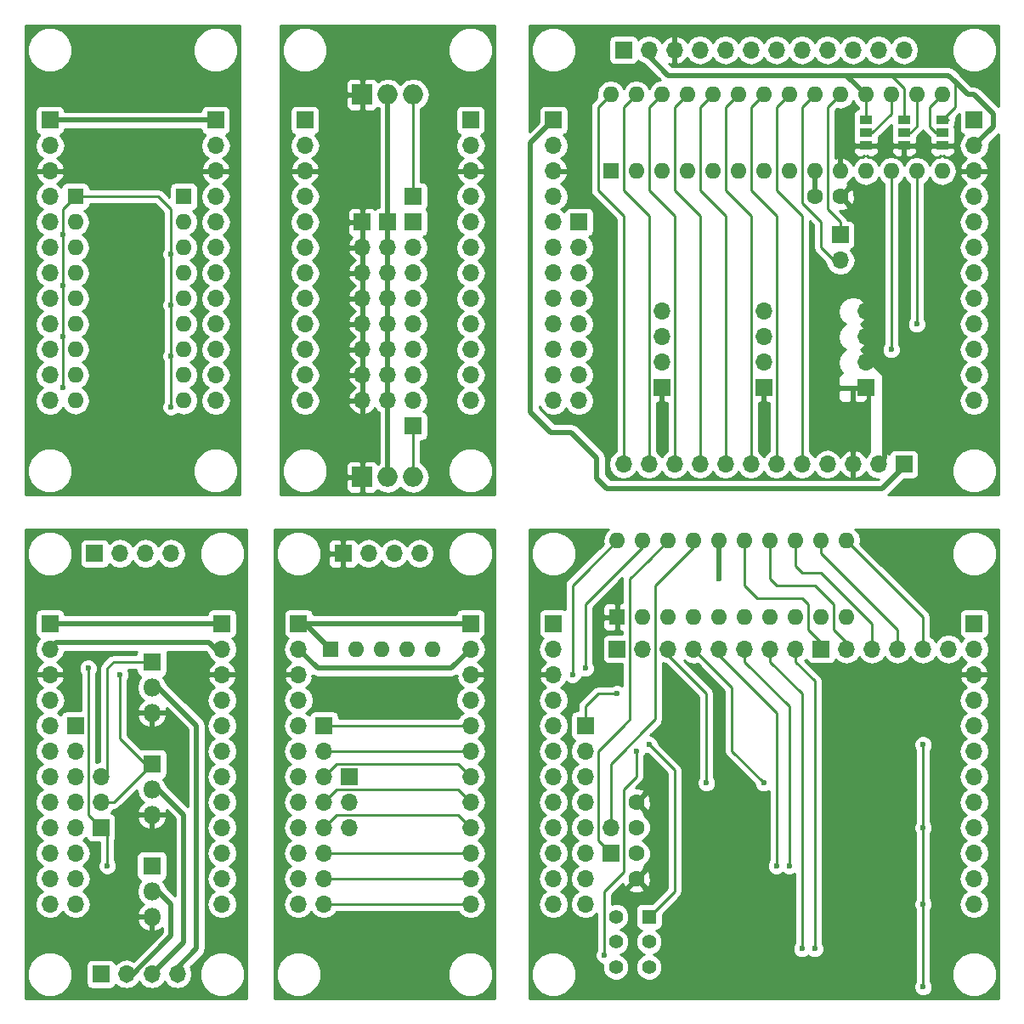
<source format=gbr>
G04 #@! TF.FileFunction,Copper,L2,Bot,Signal*
%FSLAX46Y46*%
G04 Gerber Fmt 4.6, Leading zero omitted, Abs format (unit mm)*
G04 Created by KiCad (PCBNEW 4.0.7+dfsg1-1~bpo9+1) date Wed May  2 15:36:30 2018*
%MOMM*%
%LPD*%
G01*
G04 APERTURE LIST*
%ADD10C,0.100000*%
%ADD11R,1.700000X1.700000*%
%ADD12O,1.700000X1.700000*%
%ADD13R,1.600000X1.600000*%
%ADD14O,1.600000X1.600000*%
%ADD15R,1.270000X0.970000*%
%ADD16C,1.600000*%
%ADD17R,1.400000X1.400000*%
%ADD18C,1.400000*%
%ADD19O,1.998980X1.998980*%
%ADD20R,1.998980X1.998980*%
%ADD21R,1.800000X1.800000*%
%ADD22O,1.800000X1.800000*%
%ADD23C,0.600000*%
%ADD24C,0.500000*%
%ADD25C,0.250000*%
%ADD26C,0.254000*%
G04 APERTURE END LIST*
D10*
D11*
X135255000Y-86360000D03*
D12*
X137795000Y-86360000D03*
X140335000Y-86360000D03*
X142875000Y-86360000D03*
X145415000Y-86360000D03*
X147955000Y-86360000D03*
X150495000Y-86360000D03*
X153035000Y-86360000D03*
X155575000Y-86360000D03*
X158115000Y-86360000D03*
X160655000Y-86360000D03*
X163195000Y-86360000D03*
D13*
X133985000Y-98425000D03*
D14*
X167005000Y-90805000D03*
X136525000Y-98425000D03*
X164465000Y-90805000D03*
X139065000Y-98425000D03*
X161925000Y-90805000D03*
X141605000Y-98425000D03*
X159385000Y-90805000D03*
X144145000Y-98425000D03*
X156845000Y-90805000D03*
X146685000Y-98425000D03*
X154305000Y-90805000D03*
X149225000Y-98425000D03*
X151765000Y-90805000D03*
X151765000Y-98425000D03*
X149225000Y-90805000D03*
X154305000Y-98425000D03*
X146685000Y-90805000D03*
X156845000Y-98425000D03*
X144145000Y-90805000D03*
X159385000Y-98425000D03*
X141605000Y-90805000D03*
X161925000Y-98425000D03*
X139065000Y-90805000D03*
X164465000Y-98425000D03*
X136525000Y-90805000D03*
X167005000Y-98425000D03*
X133985000Y-90805000D03*
D11*
X163195000Y-127635000D03*
D12*
X160655000Y-127635000D03*
X158115000Y-127635000D03*
X155575000Y-127635000D03*
X153035000Y-127635000D03*
X150495000Y-127635000D03*
X147955000Y-127635000D03*
X145415000Y-127635000D03*
X142875000Y-127635000D03*
X140335000Y-127635000D03*
X137795000Y-127635000D03*
X135255000Y-127635000D03*
D11*
X130810000Y-103505000D03*
D12*
X130810000Y-106045000D03*
X130810000Y-108585000D03*
X130810000Y-111125000D03*
X130810000Y-113665000D03*
X130810000Y-116205000D03*
X130810000Y-118745000D03*
X130810000Y-121285000D03*
D15*
X167005000Y-93345000D03*
X167005000Y-94615000D03*
X167005000Y-95885000D03*
X163195000Y-93345000D03*
X163195000Y-94615000D03*
X163195000Y-95885000D03*
X159385000Y-93345000D03*
X159385000Y-94615000D03*
X159385000Y-95885000D03*
D11*
X159385000Y-120015000D03*
D12*
X159385000Y-117475000D03*
X159385000Y-114935000D03*
X159385000Y-112395000D03*
D11*
X170180000Y-93345000D03*
D12*
X170180000Y-95885000D03*
X170180000Y-98425000D03*
X170180000Y-100965000D03*
X170180000Y-103505000D03*
X170180000Y-106045000D03*
X170180000Y-108585000D03*
X170180000Y-111125000D03*
X170180000Y-113665000D03*
X170180000Y-116205000D03*
X170180000Y-118745000D03*
X170180000Y-121285000D03*
D11*
X128270000Y-93345000D03*
D12*
X128270000Y-95885000D03*
X128270000Y-98425000D03*
X128270000Y-100965000D03*
X128270000Y-103505000D03*
X128270000Y-106045000D03*
X128270000Y-108585000D03*
X128270000Y-111125000D03*
X128270000Y-113665000D03*
X128270000Y-116205000D03*
X128270000Y-118745000D03*
X128270000Y-121285000D03*
D16*
X156845000Y-100965000D03*
X154345000Y-100965000D03*
D11*
X156845000Y-104775000D03*
D12*
X156845000Y-107315000D03*
D11*
X139065000Y-120015000D03*
D12*
X139065000Y-117475000D03*
X139065000Y-114935000D03*
X139065000Y-112395000D03*
D11*
X149225000Y-120015000D03*
D12*
X149225000Y-117475000D03*
X149225000Y-114935000D03*
X149225000Y-112395000D03*
D13*
X134620000Y-142875000D03*
D14*
X157480000Y-135255000D03*
X137160000Y-142875000D03*
X154940000Y-135255000D03*
X139700000Y-142875000D03*
X152400000Y-135255000D03*
X142240000Y-142875000D03*
X149860000Y-135255000D03*
X144780000Y-142875000D03*
X147320000Y-135255000D03*
X147320000Y-142875000D03*
X144780000Y-135255000D03*
X149860000Y-142875000D03*
X142240000Y-135255000D03*
X152400000Y-142875000D03*
X139700000Y-135255000D03*
X154940000Y-142875000D03*
X137160000Y-135255000D03*
X157480000Y-142875000D03*
X134620000Y-135255000D03*
D11*
X128270000Y-143510000D03*
D12*
X128270000Y-146050000D03*
X128270000Y-148590000D03*
X128270000Y-151130000D03*
X128270000Y-153670000D03*
X128270000Y-156210000D03*
X128270000Y-158750000D03*
X128270000Y-161290000D03*
X128270000Y-163830000D03*
X128270000Y-166370000D03*
X128270000Y-168910000D03*
X128270000Y-171450000D03*
D11*
X170180000Y-143510000D03*
D12*
X170180000Y-146050000D03*
X170180000Y-148590000D03*
X170180000Y-151130000D03*
X170180000Y-153670000D03*
X170180000Y-156210000D03*
X170180000Y-158750000D03*
X170180000Y-161290000D03*
X170180000Y-163830000D03*
X170180000Y-166370000D03*
X170180000Y-168910000D03*
X170180000Y-171450000D03*
D11*
X131445000Y-153670000D03*
D12*
X131445000Y-156210000D03*
X131445000Y-158750000D03*
X131445000Y-161290000D03*
X131445000Y-163830000D03*
X131445000Y-166370000D03*
X131445000Y-168910000D03*
X131445000Y-171450000D03*
D11*
X133985000Y-166370000D03*
D12*
X133985000Y-163830000D03*
D11*
X134620000Y-146050000D03*
D12*
X137160000Y-146050000D03*
X139700000Y-146050000D03*
X142240000Y-146050000D03*
X144780000Y-146050000D03*
X147320000Y-146050000D03*
X149860000Y-146050000D03*
X152400000Y-146050000D03*
D11*
X154940000Y-146050000D03*
D12*
X157480000Y-146050000D03*
X160020000Y-146050000D03*
X162560000Y-146050000D03*
X165100000Y-146050000D03*
X167640000Y-146050000D03*
D16*
X136525000Y-168910000D03*
X136525000Y-166410000D03*
X136525000Y-163830000D03*
X136525000Y-161330000D03*
D17*
X137795000Y-172720000D03*
D18*
X137795000Y-175220000D03*
X137795000Y-177720000D03*
X134495000Y-172720000D03*
X134495000Y-175220000D03*
X134495000Y-177720000D03*
D11*
X78105000Y-93345000D03*
D12*
X78105000Y-95885000D03*
X78105000Y-98425000D03*
X78105000Y-100965000D03*
X78105000Y-103505000D03*
X78105000Y-106045000D03*
X78105000Y-108585000D03*
X78105000Y-111125000D03*
X78105000Y-113665000D03*
X78105000Y-116205000D03*
X78105000Y-118745000D03*
X78105000Y-121285000D03*
D11*
X94615000Y-93345000D03*
D12*
X94615000Y-95885000D03*
X94615000Y-98425000D03*
X94615000Y-100965000D03*
X94615000Y-103505000D03*
X94615000Y-106045000D03*
X94615000Y-108585000D03*
X94615000Y-111125000D03*
X94615000Y-113665000D03*
X94615000Y-116205000D03*
X94615000Y-118745000D03*
X94615000Y-121285000D03*
D13*
X91440000Y-100965000D03*
D14*
X91440000Y-103505000D03*
X91440000Y-106045000D03*
X91440000Y-108585000D03*
X91440000Y-111125000D03*
X91440000Y-113665000D03*
X91440000Y-116205000D03*
X91440000Y-118745000D03*
X91440000Y-121285000D03*
D11*
X114300000Y-103505000D03*
D12*
X114300000Y-106045000D03*
X114300000Y-108585000D03*
X114300000Y-111125000D03*
X114300000Y-113665000D03*
X114300000Y-116205000D03*
X114300000Y-118745000D03*
X114300000Y-121285000D03*
D11*
X109220000Y-103505000D03*
D12*
X109220000Y-106045000D03*
X109220000Y-108585000D03*
X109220000Y-111125000D03*
X109220000Y-113665000D03*
X109220000Y-116205000D03*
X109220000Y-118745000D03*
X109220000Y-121285000D03*
D11*
X111760000Y-103505000D03*
D12*
X111760000Y-106045000D03*
X111760000Y-108585000D03*
X111760000Y-111125000D03*
X111760000Y-113665000D03*
X111760000Y-116205000D03*
X111760000Y-118745000D03*
X111760000Y-121285000D03*
D11*
X103505000Y-93345000D03*
D12*
X103505000Y-95885000D03*
X103505000Y-98425000D03*
X103505000Y-100965000D03*
X103505000Y-103505000D03*
X103505000Y-106045000D03*
X103505000Y-108585000D03*
X103505000Y-111125000D03*
X103505000Y-113665000D03*
X103505000Y-116205000D03*
X103505000Y-118745000D03*
X103505000Y-121285000D03*
D11*
X120015000Y-93345000D03*
D12*
X120015000Y-95885000D03*
X120015000Y-98425000D03*
X120015000Y-100965000D03*
X120015000Y-103505000D03*
X120015000Y-106045000D03*
X120015000Y-108585000D03*
X120015000Y-111125000D03*
X120015000Y-113665000D03*
X120015000Y-116205000D03*
X120015000Y-118745000D03*
X120015000Y-121285000D03*
D13*
X80645000Y-100965000D03*
D14*
X80645000Y-103505000D03*
X80645000Y-106045000D03*
X80645000Y-108585000D03*
X80645000Y-111125000D03*
X80645000Y-113665000D03*
X80645000Y-116205000D03*
X80645000Y-118745000D03*
X80645000Y-121285000D03*
D19*
X114300000Y-128905000D03*
D20*
X109220000Y-128905000D03*
D19*
X111760000Y-128905000D03*
D11*
X114300000Y-123825000D03*
X114300000Y-100965000D03*
D19*
X114300000Y-90805000D03*
D20*
X109220000Y-90805000D03*
D19*
X111760000Y-90805000D03*
D11*
X83185000Y-163830000D03*
D12*
X83185000Y-161290000D03*
X83185000Y-158750000D03*
D11*
X78105000Y-143510000D03*
D12*
X78105000Y-146050000D03*
X78105000Y-148590000D03*
X78105000Y-151130000D03*
X78105000Y-153670000D03*
X78105000Y-156210000D03*
X78105000Y-158750000D03*
X78105000Y-161290000D03*
X78105000Y-163830000D03*
X78105000Y-166370000D03*
X78105000Y-168910000D03*
X78105000Y-171450000D03*
D11*
X102870000Y-143510000D03*
D12*
X102870000Y-146050000D03*
X102870000Y-148590000D03*
X102870000Y-151130000D03*
X102870000Y-153670000D03*
X102870000Y-156210000D03*
X102870000Y-158750000D03*
X102870000Y-161290000D03*
X102870000Y-163830000D03*
X102870000Y-166370000D03*
X102870000Y-168910000D03*
X102870000Y-171450000D03*
D11*
X95250000Y-143510000D03*
D12*
X95250000Y-146050000D03*
X95250000Y-148590000D03*
X95250000Y-151130000D03*
X95250000Y-153670000D03*
X95250000Y-156210000D03*
X95250000Y-158750000D03*
X95250000Y-161290000D03*
X95250000Y-163830000D03*
X95250000Y-166370000D03*
X95250000Y-168910000D03*
X95250000Y-171450000D03*
D11*
X120015000Y-143510000D03*
D12*
X120015000Y-146050000D03*
X120015000Y-148590000D03*
X120015000Y-151130000D03*
X120015000Y-153670000D03*
X120015000Y-156210000D03*
X120015000Y-158750000D03*
X120015000Y-161290000D03*
X120015000Y-163830000D03*
X120015000Y-166370000D03*
X120015000Y-168910000D03*
X120015000Y-171450000D03*
D11*
X82550000Y-136525000D03*
D12*
X85090000Y-136525000D03*
X87630000Y-136525000D03*
X90170000Y-136525000D03*
D11*
X80645000Y-153670000D03*
D12*
X80645000Y-156210000D03*
X80645000Y-158750000D03*
X80645000Y-161290000D03*
X80645000Y-163830000D03*
X80645000Y-166370000D03*
X80645000Y-168910000D03*
X80645000Y-171450000D03*
D21*
X88265000Y-147320000D03*
D22*
X88265000Y-149860000D03*
X88265000Y-152400000D03*
D21*
X88265000Y-157480000D03*
D22*
X88265000Y-160020000D03*
X88265000Y-162560000D03*
D21*
X88265000Y-167640000D03*
D22*
X88265000Y-170180000D03*
X88265000Y-172720000D03*
D11*
X83185000Y-178435000D03*
D12*
X85725000Y-178435000D03*
X88265000Y-178435000D03*
X90805000Y-178435000D03*
D11*
X105410000Y-153670000D03*
D12*
X105410000Y-156210000D03*
X105410000Y-158750000D03*
X105410000Y-161290000D03*
X105410000Y-163830000D03*
X105410000Y-166370000D03*
X105410000Y-168910000D03*
X105410000Y-171450000D03*
D11*
X107950000Y-158750000D03*
D12*
X107950000Y-161290000D03*
X107950000Y-163830000D03*
D11*
X107315000Y-136525000D03*
D12*
X109855000Y-136525000D03*
X112395000Y-136525000D03*
X114935000Y-136525000D03*
D13*
X106045000Y-146050000D03*
D14*
X108585000Y-146050000D03*
X111125000Y-146050000D03*
X113665000Y-146050000D03*
X116205000Y-146050000D03*
D23*
X144780000Y-139065000D03*
X164465000Y-113665000D03*
X161925000Y-116205000D03*
X85090000Y-148590000D03*
X150368000Y-128016000D03*
X80645000Y-89535000D03*
X93345000Y-141605000D03*
X88900000Y-141605000D03*
X84455000Y-141605000D03*
X81915000Y-147955000D03*
X83820000Y-167640000D03*
X143510000Y-159385000D03*
X149225000Y-159385000D03*
X150495000Y-167640000D03*
X151765000Y-167640000D03*
X153035000Y-175895000D03*
X154305000Y-175895000D03*
X165100000Y-155575000D03*
X165100000Y-163830000D03*
X165100000Y-171450000D03*
X165100000Y-179705000D03*
X134620000Y-150495000D03*
X131445000Y-147955000D03*
X137795000Y-155575000D03*
X133350000Y-176530000D03*
X130175000Y-148590000D03*
X136525000Y-156210000D03*
X90170000Y-106680000D03*
X90170000Y-111760000D03*
X90170000Y-116840000D03*
X90170000Y-121920000D03*
X79375000Y-104775000D03*
X79375000Y-109855000D03*
X79375000Y-114935000D03*
X79375000Y-120015000D03*
X116205000Y-143510000D03*
X111125000Y-143510000D03*
X111760000Y-151765000D03*
X116840000Y-151765000D03*
X109220000Y-151765000D03*
D24*
X163068000Y-128016000D02*
X161036000Y-130048000D01*
X133604000Y-130048000D02*
X132588000Y-129032000D01*
X132588000Y-129032000D02*
X132588000Y-127000000D01*
X132588000Y-127000000D02*
X130048000Y-124460000D01*
X161036000Y-130048000D02*
X133604000Y-130048000D01*
X130048000Y-124460000D02*
X128016000Y-124460000D01*
X128016000Y-124460000D02*
X125984000Y-122428000D01*
X125984000Y-122428000D02*
X125984000Y-95631000D01*
X125984000Y-95631000D02*
X128270000Y-93345000D01*
X78105000Y-93345000D02*
X94615000Y-93345000D01*
X78105000Y-143510000D02*
X95250000Y-143510000D01*
X159385000Y-117475000D02*
X160020000Y-117475000D01*
X160020000Y-117475000D02*
X161290000Y-118745000D01*
X161290000Y-118745000D02*
X161290000Y-127000000D01*
X161290000Y-127000000D02*
X160655000Y-127635000D01*
D25*
X167005000Y-93345000D02*
X168275000Y-92075000D01*
X168275000Y-92075000D02*
X168275000Y-89535000D01*
X163195000Y-93345000D02*
X163195000Y-90170000D01*
X163195000Y-90170000D02*
X161925000Y-88900000D01*
D24*
X157480000Y-88900000D02*
X161925000Y-88900000D01*
X161925000Y-88900000D02*
X167640000Y-88900000D01*
X167640000Y-88900000D02*
X168275000Y-89535000D01*
X172085000Y-93980000D02*
X170180000Y-95885000D01*
X168275000Y-89535000D02*
X169545000Y-90805000D01*
X169545000Y-90805000D02*
X170180000Y-90805000D01*
X170180000Y-90805000D02*
X172085000Y-92710000D01*
X172085000Y-92710000D02*
X172085000Y-93980000D01*
D25*
X159385000Y-93345000D02*
X159385000Y-90805000D01*
X167005000Y-93345000D02*
X167640000Y-93345000D01*
D24*
X154305000Y-98425000D02*
X154305000Y-100925000D01*
X137795000Y-86360000D02*
X137795000Y-86995000D01*
X137795000Y-86995000D02*
X139700000Y-88900000D01*
X157480000Y-88900000D02*
X159385000Y-90805000D01*
X139700000Y-88900000D02*
X157480000Y-88900000D01*
X154305000Y-100925000D02*
X154345000Y-100965000D01*
X144780000Y-135255000D02*
X144780000Y-139065000D01*
X95250000Y-146050000D02*
X94615000Y-146050000D01*
X94615000Y-146050000D02*
X93980000Y-145415000D01*
X93980000Y-145415000D02*
X78740000Y-145415000D01*
X78740000Y-145415000D02*
X78105000Y-146050000D01*
D25*
X164465000Y-98425000D02*
X164465000Y-113665000D01*
X128905000Y-113665000D02*
X128270000Y-113665000D01*
X161925000Y-98425000D02*
X161925000Y-116205000D01*
X165735000Y-93980000D02*
X166370000Y-94615000D01*
X166370000Y-94615000D02*
X167005000Y-94615000D01*
X165735000Y-92075000D02*
X167005000Y-90805000D01*
X165735000Y-93980000D02*
X165735000Y-92075000D01*
X164465000Y-90805000D02*
X164465000Y-93980000D01*
X164465000Y-93980000D02*
X163830000Y-94615000D01*
X163830000Y-94615000D02*
X163195000Y-94615000D01*
X84455000Y-161290000D02*
X88265000Y-157480000D01*
X85090000Y-154940000D02*
X85090000Y-148590000D01*
X87630000Y-157480000D02*
X85090000Y-154940000D01*
X88265000Y-157480000D02*
X87630000Y-157480000D01*
X83820000Y-161290000D02*
X84455000Y-161290000D01*
X159385000Y-94615000D02*
X160020000Y-94615000D01*
X160020000Y-94615000D02*
X161925000Y-92710000D01*
X161925000Y-92710000D02*
X161925000Y-90805000D01*
X154305000Y-139700000D02*
X150495000Y-139700000D01*
X149860000Y-139065000D02*
X149860000Y-138430000D01*
X150495000Y-139700000D02*
X149860000Y-139065000D01*
X157480000Y-146050000D02*
X157480000Y-145415000D01*
X157480000Y-145415000D02*
X156210000Y-144145000D01*
X156210000Y-144145000D02*
X156210000Y-141605000D01*
X156210000Y-141605000D02*
X154305000Y-139700000D01*
X149860000Y-138430000D02*
X149860000Y-135255000D01*
X135255000Y-104140000D02*
X135255000Y-102870000D01*
X135255000Y-102870000D02*
X132715000Y-100330000D01*
X133985000Y-90805000D02*
X132715000Y-92075000D01*
X132715000Y-92075000D02*
X132715000Y-100330000D01*
X135255000Y-104140000D02*
X135255000Y-127635000D01*
X137795000Y-104140000D02*
X137795000Y-102870000D01*
X137795000Y-102870000D02*
X135255000Y-100330000D01*
X135255000Y-92075000D02*
X136525000Y-90805000D01*
X135255000Y-100330000D02*
X135255000Y-92075000D01*
X137795000Y-127635000D02*
X137795000Y-104140000D01*
X140335000Y-104140000D02*
X140335000Y-102870000D01*
X140335000Y-102870000D02*
X137795000Y-100330000D01*
X137795000Y-92075000D02*
X139065000Y-90805000D01*
X137795000Y-100330000D02*
X137795000Y-92075000D01*
X140335000Y-127635000D02*
X140335000Y-104140000D01*
X142875000Y-104140000D02*
X142875000Y-102870000D01*
X142875000Y-102870000D02*
X140335000Y-100330000D01*
X140335000Y-92075000D02*
X141605000Y-90805000D01*
X140335000Y-100330000D02*
X140335000Y-92075000D01*
X142875000Y-127635000D02*
X142875000Y-104140000D01*
X145415000Y-104140000D02*
X145415000Y-102870000D01*
X145415000Y-102870000D02*
X142875000Y-100330000D01*
X142875000Y-92075000D02*
X144145000Y-90805000D01*
X142875000Y-100330000D02*
X142875000Y-92075000D01*
X145415000Y-127635000D02*
X145415000Y-104140000D01*
X147955000Y-104140000D02*
X147955000Y-102870000D01*
X147955000Y-102870000D02*
X145415000Y-100330000D01*
X145415000Y-92075000D02*
X146685000Y-90805000D01*
X145415000Y-100330000D02*
X145415000Y-92075000D01*
X147955000Y-127635000D02*
X147955000Y-104140000D01*
X150495000Y-104140000D02*
X150495000Y-102870000D01*
X150495000Y-102870000D02*
X147955000Y-100330000D01*
X147955000Y-92075000D02*
X149225000Y-90805000D01*
X147955000Y-100330000D02*
X147955000Y-92075000D01*
X150495000Y-127635000D02*
X150495000Y-104140000D01*
X153035000Y-104140000D02*
X153035000Y-102870000D01*
X153035000Y-102870000D02*
X150495000Y-100330000D01*
X150495000Y-92075000D02*
X151765000Y-90805000D01*
X150495000Y-100330000D02*
X150495000Y-92075000D01*
X153035000Y-127635000D02*
X153035000Y-104140000D01*
X152781000Y-128016000D02*
X152908000Y-128016000D01*
X154305000Y-90805000D02*
X153035000Y-92075000D01*
X154940000Y-106045000D02*
X154940000Y-104775000D01*
X154940000Y-106045000D02*
X156210000Y-107315000D01*
X154940000Y-103505000D02*
X154940000Y-104775000D01*
X153035000Y-101600000D02*
X154940000Y-103505000D01*
X153035000Y-92075000D02*
X153035000Y-101600000D01*
X156845000Y-107315000D02*
X156210000Y-107315000D01*
X155575000Y-102235000D02*
X156845000Y-103505000D01*
X156845000Y-103505000D02*
X156845000Y-104775000D01*
X155575000Y-92075000D02*
X156845000Y-90805000D01*
X155575000Y-102235000D02*
X155575000Y-92075000D01*
X83185000Y-163830000D02*
X81915000Y-162560000D01*
X81915000Y-162560000D02*
X81915000Y-147955000D01*
X83820000Y-163830000D02*
X83820000Y-167640000D01*
X82550000Y-163195000D02*
X83185000Y-163830000D01*
X83185000Y-163830000D02*
X83820000Y-163830000D01*
X139700000Y-146050000D02*
X139700000Y-146685000D01*
X139700000Y-146685000D02*
X143510000Y-150495000D01*
X143510000Y-150495000D02*
X143510000Y-159385000D01*
X88265000Y-147320000D02*
X84455000Y-147320000D01*
X83820000Y-147955000D02*
X83820000Y-158750000D01*
X84455000Y-147320000D02*
X83820000Y-147955000D01*
X142240000Y-146050000D02*
X146050000Y-149860000D01*
X146050000Y-156210000D02*
X149225000Y-159385000D01*
X146050000Y-149860000D02*
X146050000Y-156210000D01*
X144780000Y-146050000D02*
X144780000Y-146685000D01*
X144780000Y-146685000D02*
X150495000Y-152400000D01*
X150495000Y-152400000D02*
X150495000Y-167640000D01*
X147320000Y-146050000D02*
X147320000Y-147320000D01*
X151765000Y-151765000D02*
X151765000Y-167640000D01*
X147320000Y-147320000D02*
X151765000Y-151765000D01*
X149860000Y-146050000D02*
X149860000Y-147320000D01*
X153035000Y-150495000D02*
X153035000Y-175895000D01*
X149860000Y-147320000D02*
X153035000Y-150495000D01*
X152400000Y-146050000D02*
X152400000Y-147320000D01*
X154305000Y-149225000D02*
X154305000Y-175895000D01*
X152400000Y-147320000D02*
X154305000Y-149225000D01*
X154940000Y-146050000D02*
X154940000Y-145415000D01*
X154940000Y-145415000D02*
X153670000Y-144145000D01*
X153670000Y-144145000D02*
X153670000Y-141605000D01*
X153670000Y-141605000D02*
X153035000Y-140970000D01*
X153035000Y-140970000D02*
X148590000Y-140970000D01*
X148590000Y-140970000D02*
X147320000Y-139700000D01*
X147320000Y-139700000D02*
X147320000Y-135255000D01*
X114300000Y-90805000D02*
X114300000Y-100965000D01*
X152400000Y-135255000D02*
X152400000Y-137795000D01*
X160020000Y-143510000D02*
X160020000Y-146050000D01*
X154940000Y-138430000D02*
X160020000Y-143510000D01*
X153035000Y-138430000D02*
X154940000Y-138430000D01*
X152400000Y-137795000D02*
X153035000Y-138430000D01*
X154940000Y-135255000D02*
X154940000Y-136525000D01*
X162560000Y-144145000D02*
X162560000Y-146050000D01*
X154940000Y-136525000D02*
X162560000Y-144145000D01*
X165100000Y-146050000D02*
X165100000Y-142875000D01*
X165100000Y-142875000D02*
X157480000Y-135255000D01*
X165100000Y-163830000D02*
X165100000Y-155575000D01*
X165100000Y-171450000D02*
X165100000Y-163830000D01*
X165100000Y-179705000D02*
X165100000Y-171450000D01*
X133985000Y-166370000D02*
X132715000Y-165100000D01*
X137795000Y-137160000D02*
X139700000Y-135255000D01*
X135890000Y-139065000D02*
X137795000Y-137160000D01*
X135890000Y-153035000D02*
X135255000Y-153670000D01*
X135890000Y-139065000D02*
X135890000Y-153035000D01*
X132715000Y-156210000D02*
X135255000Y-153670000D01*
X132715000Y-165100000D02*
X132715000Y-156210000D01*
X133985000Y-163830000D02*
X133985000Y-157480000D01*
X133985000Y-157480000D02*
X135255000Y-156210000D01*
X137160000Y-154305000D02*
X138430000Y-153035000D01*
X138430000Y-153035000D02*
X138430000Y-139700000D01*
X138430000Y-139700000D02*
X142240000Y-135890000D01*
X137160000Y-154305000D02*
X135255000Y-156210000D01*
X131445000Y-151765000D02*
X131445000Y-153670000D01*
X132715000Y-150495000D02*
X131445000Y-151765000D01*
X134620000Y-150495000D02*
X132715000Y-150495000D01*
X137795000Y-155575000D02*
X140335000Y-158115000D01*
X140335000Y-170180000D02*
X137795000Y-172720000D01*
X140335000Y-158115000D02*
X140335000Y-170180000D01*
X131445000Y-141605000D02*
X132715000Y-140335000D01*
X131445000Y-147955000D02*
X131445000Y-141605000D01*
X137160000Y-135255000D02*
X137160000Y-135890000D01*
X137160000Y-135890000D02*
X132715000Y-140335000D01*
X133350000Y-175895000D02*
X133350000Y-176530000D01*
X133350000Y-170180000D02*
X133350000Y-175895000D01*
X135255000Y-168275000D02*
X133350000Y-170180000D01*
X130175000Y-148590000D02*
X130175000Y-139700000D01*
X130175000Y-139700000D02*
X131445000Y-138430000D01*
X136525000Y-156210000D02*
X136525000Y-158750000D01*
X136525000Y-158750000D02*
X135255000Y-160020000D01*
X137795000Y-177720000D02*
X137715000Y-177720000D01*
X135255000Y-168275000D02*
X135255000Y-160020000D01*
X131445000Y-138430000D02*
X134620000Y-135255000D01*
X80645000Y-100965000D02*
X88900000Y-100965000D01*
X90170000Y-102235000D02*
X90170000Y-106680000D01*
X90170000Y-106680000D02*
X90170000Y-111760000D01*
X90170000Y-111760000D02*
X90170000Y-116840000D01*
X90170000Y-116840000D02*
X90170000Y-121920000D01*
X88900000Y-100965000D02*
X90170000Y-102235000D01*
X80645000Y-100965000D02*
X79375000Y-102235000D01*
X79375000Y-102235000D02*
X79375000Y-104775000D01*
X79375000Y-104775000D02*
X79375000Y-109855000D01*
X79375000Y-109855000D02*
X79375000Y-114935000D01*
X79375000Y-114935000D02*
X79375000Y-120015000D01*
D24*
X111760000Y-121285000D02*
X111760000Y-128905000D01*
X111760000Y-103505000D02*
X111760000Y-90805000D01*
X111760000Y-106045000D02*
X111760000Y-103505000D01*
X111760000Y-108585000D02*
X111760000Y-106045000D01*
X111760000Y-111125000D02*
X111760000Y-108585000D01*
X111760000Y-113665000D02*
X111760000Y-111125000D01*
X111760000Y-116205000D02*
X111760000Y-113665000D01*
X111760000Y-118745000D02*
X111760000Y-116205000D01*
X111760000Y-121285000D02*
X111760000Y-118745000D01*
D25*
X114300000Y-123825000D02*
X114300000Y-128905000D01*
X105410000Y-153670000D02*
X120015000Y-153670000D01*
X105410000Y-156210000D02*
X120015000Y-156210000D01*
X105410000Y-158750000D02*
X106680000Y-157480000D01*
X118745000Y-157480000D02*
X120015000Y-158750000D01*
X106680000Y-157480000D02*
X118745000Y-157480000D01*
X105410000Y-161290000D02*
X106680000Y-160020000D01*
X118745000Y-160020000D02*
X120015000Y-161290000D01*
X106680000Y-160020000D02*
X118745000Y-160020000D01*
X105410000Y-163830000D02*
X106680000Y-162560000D01*
X118745000Y-162560000D02*
X120015000Y-163830000D01*
X106680000Y-162560000D02*
X118745000Y-162560000D01*
X120015000Y-166370000D02*
X105410000Y-166370000D01*
X105410000Y-168910000D02*
X120015000Y-168910000D01*
X105410000Y-171450000D02*
X120015000Y-171450000D01*
D24*
X102870000Y-143510000D02*
X103505000Y-143510000D01*
X103505000Y-143510000D02*
X106045000Y-146050000D01*
X112395000Y-143510000D02*
X111125000Y-143510000D01*
X111125000Y-143510000D02*
X108585000Y-143510000D01*
X108585000Y-143510000D02*
X106680000Y-143510000D01*
X106680000Y-143510000D02*
X106045000Y-143510000D01*
X106045000Y-143510000D02*
X102870000Y-143510000D01*
X120015000Y-143510000D02*
X116205000Y-143510000D01*
X116205000Y-143510000D02*
X112395000Y-143510000D01*
X102870000Y-146050000D02*
X104775000Y-147955000D01*
X118110000Y-147955000D02*
X120015000Y-146050000D01*
X104775000Y-147955000D02*
X118110000Y-147955000D01*
X88265000Y-170180000D02*
X88900000Y-170180000D01*
X88900000Y-170180000D02*
X90170000Y-171450000D01*
X90170000Y-171450000D02*
X90170000Y-174625000D01*
X90170000Y-174625000D02*
X85725000Y-179070000D01*
X88265000Y-179070000D02*
X88265000Y-178435000D01*
X88265000Y-178435000D02*
X91440000Y-175260000D01*
X91440000Y-175260000D02*
X91440000Y-162560000D01*
X91440000Y-162560000D02*
X88900000Y-160020000D01*
X88900000Y-160020000D02*
X88265000Y-160020000D01*
X90805000Y-179070000D02*
X90805000Y-177800000D01*
X92710000Y-153670000D02*
X88900000Y-149860000D01*
X92710000Y-175895000D02*
X92710000Y-153670000D01*
X90805000Y-177800000D02*
X92710000Y-175895000D01*
X88900000Y-149860000D02*
X88265000Y-149860000D01*
D26*
G36*
X172593000Y-91966421D02*
X170805790Y-90179210D01*
X170778222Y-90160790D01*
X170518675Y-89987367D01*
X170462484Y-89976190D01*
X170180000Y-89919999D01*
X170179995Y-89920000D01*
X169911579Y-89920000D01*
X168900790Y-88909210D01*
X168900787Y-88909208D01*
X168265790Y-88274210D01*
X168234999Y-88253636D01*
X167978675Y-88082367D01*
X167922484Y-88071190D01*
X167640000Y-88014999D01*
X167639995Y-88015000D01*
X157480005Y-88015000D01*
X157480000Y-88014999D01*
X157479995Y-88015000D01*
X140066579Y-88015000D01*
X139764638Y-87713058D01*
X139978110Y-87801476D01*
X140208000Y-87680155D01*
X140208000Y-86487000D01*
X140188000Y-86487000D01*
X140188000Y-86233000D01*
X140208000Y-86233000D01*
X140208000Y-85039845D01*
X140462000Y-85039845D01*
X140462000Y-86233000D01*
X140482000Y-86233000D01*
X140482000Y-86487000D01*
X140462000Y-86487000D01*
X140462000Y-87680155D01*
X140691890Y-87801476D01*
X141101924Y-87631645D01*
X141530183Y-87241358D01*
X141597298Y-87098447D01*
X141824946Y-87439147D01*
X142306715Y-87761054D01*
X142875000Y-87874093D01*
X143443285Y-87761054D01*
X143925054Y-87439147D01*
X144145000Y-87109974D01*
X144364946Y-87439147D01*
X144846715Y-87761054D01*
X145415000Y-87874093D01*
X145983285Y-87761054D01*
X146465054Y-87439147D01*
X146685000Y-87109974D01*
X146904946Y-87439147D01*
X147386715Y-87761054D01*
X147955000Y-87874093D01*
X148523285Y-87761054D01*
X149005054Y-87439147D01*
X149225000Y-87109974D01*
X149444946Y-87439147D01*
X149926715Y-87761054D01*
X150495000Y-87874093D01*
X151063285Y-87761054D01*
X151545054Y-87439147D01*
X151765000Y-87109974D01*
X151984946Y-87439147D01*
X152466715Y-87761054D01*
X153035000Y-87874093D01*
X153603285Y-87761054D01*
X154085054Y-87439147D01*
X154305000Y-87109974D01*
X154524946Y-87439147D01*
X155006715Y-87761054D01*
X155575000Y-87874093D01*
X156143285Y-87761054D01*
X156625054Y-87439147D01*
X156845000Y-87109974D01*
X157064946Y-87439147D01*
X157546715Y-87761054D01*
X158115000Y-87874093D01*
X158683285Y-87761054D01*
X159165054Y-87439147D01*
X159385000Y-87109974D01*
X159604946Y-87439147D01*
X160086715Y-87761054D01*
X160655000Y-87874093D01*
X161223285Y-87761054D01*
X161705054Y-87439147D01*
X161925000Y-87109974D01*
X162144946Y-87439147D01*
X162626715Y-87761054D01*
X163195000Y-87874093D01*
X163763285Y-87761054D01*
X164245054Y-87439147D01*
X164566961Y-86957378D01*
X164597744Y-86802619D01*
X167944613Y-86802619D01*
X168284155Y-87624372D01*
X168912321Y-88253636D01*
X169733481Y-88594611D01*
X170622619Y-88595387D01*
X171444372Y-88255845D01*
X172073636Y-87627679D01*
X172414611Y-86806519D01*
X172415387Y-85917381D01*
X172075845Y-85095628D01*
X171447679Y-84466364D01*
X170626519Y-84125389D01*
X169737381Y-84124613D01*
X168915628Y-84464155D01*
X168286364Y-85092321D01*
X167945389Y-85913481D01*
X167944613Y-86802619D01*
X164597744Y-86802619D01*
X164680000Y-86389093D01*
X164680000Y-86330907D01*
X164566961Y-85762622D01*
X164245054Y-85280853D01*
X163763285Y-84958946D01*
X163195000Y-84845907D01*
X162626715Y-84958946D01*
X162144946Y-85280853D01*
X161925000Y-85610026D01*
X161705054Y-85280853D01*
X161223285Y-84958946D01*
X160655000Y-84845907D01*
X160086715Y-84958946D01*
X159604946Y-85280853D01*
X159385000Y-85610026D01*
X159165054Y-85280853D01*
X158683285Y-84958946D01*
X158115000Y-84845907D01*
X157546715Y-84958946D01*
X157064946Y-85280853D01*
X156845000Y-85610026D01*
X156625054Y-85280853D01*
X156143285Y-84958946D01*
X155575000Y-84845907D01*
X155006715Y-84958946D01*
X154524946Y-85280853D01*
X154305000Y-85610026D01*
X154085054Y-85280853D01*
X153603285Y-84958946D01*
X153035000Y-84845907D01*
X152466715Y-84958946D01*
X151984946Y-85280853D01*
X151765000Y-85610026D01*
X151545054Y-85280853D01*
X151063285Y-84958946D01*
X150495000Y-84845907D01*
X149926715Y-84958946D01*
X149444946Y-85280853D01*
X149225000Y-85610026D01*
X149005054Y-85280853D01*
X148523285Y-84958946D01*
X147955000Y-84845907D01*
X147386715Y-84958946D01*
X146904946Y-85280853D01*
X146685000Y-85610026D01*
X146465054Y-85280853D01*
X145983285Y-84958946D01*
X145415000Y-84845907D01*
X144846715Y-84958946D01*
X144364946Y-85280853D01*
X144145000Y-85610026D01*
X143925054Y-85280853D01*
X143443285Y-84958946D01*
X142875000Y-84845907D01*
X142306715Y-84958946D01*
X141824946Y-85280853D01*
X141597298Y-85621553D01*
X141530183Y-85478642D01*
X141101924Y-85088355D01*
X140691890Y-84918524D01*
X140462000Y-85039845D01*
X140208000Y-85039845D01*
X139978110Y-84918524D01*
X139568076Y-85088355D01*
X139139817Y-85478642D01*
X139072702Y-85621553D01*
X138845054Y-85280853D01*
X138363285Y-84958946D01*
X137795000Y-84845907D01*
X137226715Y-84958946D01*
X136744946Y-85280853D01*
X136717150Y-85322452D01*
X136708162Y-85274683D01*
X136569090Y-85058559D01*
X136356890Y-84913569D01*
X136105000Y-84862560D01*
X134405000Y-84862560D01*
X134169683Y-84906838D01*
X133953559Y-85045910D01*
X133808569Y-85258110D01*
X133757560Y-85510000D01*
X133757560Y-87210000D01*
X133801838Y-87445317D01*
X133940910Y-87661441D01*
X134153110Y-87806431D01*
X134405000Y-87857440D01*
X136105000Y-87857440D01*
X136340317Y-87813162D01*
X136556441Y-87674090D01*
X136701431Y-87461890D01*
X136715086Y-87394459D01*
X136744946Y-87439147D01*
X137226715Y-87761054D01*
X137330023Y-87781603D01*
X138919291Y-89370870D01*
X138515849Y-89451120D01*
X138050302Y-89762189D01*
X137795000Y-90144275D01*
X137539698Y-89762189D01*
X137074151Y-89451120D01*
X136525000Y-89341887D01*
X135975849Y-89451120D01*
X135510302Y-89762189D01*
X135255000Y-90144275D01*
X134999698Y-89762189D01*
X134534151Y-89451120D01*
X133985000Y-89341887D01*
X133435849Y-89451120D01*
X132970302Y-89762189D01*
X132659233Y-90227736D01*
X132550000Y-90776887D01*
X132550000Y-90833113D01*
X132605096Y-91110102D01*
X132177599Y-91537599D01*
X132012852Y-91784161D01*
X131955000Y-92075000D01*
X131955000Y-100330000D01*
X132012852Y-100620839D01*
X132177599Y-100867401D01*
X134495000Y-103184802D01*
X134495000Y-126362046D01*
X134204946Y-126555853D01*
X133883039Y-127037622D01*
X133770000Y-127605907D01*
X133770000Y-127664093D01*
X133883039Y-128232378D01*
X134204946Y-128714147D01*
X134686715Y-129036054D01*
X135255000Y-129149093D01*
X135823285Y-129036054D01*
X136305054Y-128714147D01*
X136525000Y-128384974D01*
X136744946Y-128714147D01*
X137226715Y-129036054D01*
X137795000Y-129149093D01*
X138363285Y-129036054D01*
X138845054Y-128714147D01*
X139065000Y-128384974D01*
X139284946Y-128714147D01*
X139766715Y-129036054D01*
X140335000Y-129149093D01*
X140903285Y-129036054D01*
X141385054Y-128714147D01*
X141605000Y-128384974D01*
X141824946Y-128714147D01*
X142306715Y-129036054D01*
X142875000Y-129149093D01*
X143443285Y-129036054D01*
X143925054Y-128714147D01*
X144145000Y-128384974D01*
X144364946Y-128714147D01*
X144846715Y-129036054D01*
X145415000Y-129149093D01*
X145983285Y-129036054D01*
X146465054Y-128714147D01*
X146685000Y-128384974D01*
X146904946Y-128714147D01*
X147386715Y-129036054D01*
X147955000Y-129149093D01*
X148523285Y-129036054D01*
X149005054Y-128714147D01*
X149225000Y-128384974D01*
X149444946Y-128714147D01*
X149926715Y-129036054D01*
X150495000Y-129149093D01*
X151063285Y-129036054D01*
X151545054Y-128714147D01*
X151765000Y-128384974D01*
X151984946Y-128714147D01*
X152466715Y-129036054D01*
X153035000Y-129149093D01*
X153603285Y-129036054D01*
X154085054Y-128714147D01*
X154305000Y-128384974D01*
X154524946Y-128714147D01*
X155006715Y-129036054D01*
X155575000Y-129149093D01*
X156143285Y-129036054D01*
X156625054Y-128714147D01*
X156852702Y-128373447D01*
X156919817Y-128516358D01*
X157348076Y-128906645D01*
X157758110Y-129076476D01*
X157988000Y-128955155D01*
X157988000Y-127762000D01*
X157968000Y-127762000D01*
X157968000Y-127508000D01*
X157988000Y-127508000D01*
X157988000Y-126314845D01*
X157758110Y-126193524D01*
X157348076Y-126363355D01*
X156919817Y-126753642D01*
X156852702Y-126896553D01*
X156625054Y-126555853D01*
X156143285Y-126233946D01*
X155575000Y-126120907D01*
X155006715Y-126233946D01*
X154524946Y-126555853D01*
X154305000Y-126885026D01*
X154085054Y-126555853D01*
X153795000Y-126362046D01*
X153795000Y-120300750D01*
X156630000Y-120300750D01*
X156630000Y-120991310D01*
X156726673Y-121224699D01*
X156905302Y-121403327D01*
X157138691Y-121500000D01*
X157829250Y-121500000D01*
X157988000Y-121341250D01*
X157988000Y-120142000D01*
X158242000Y-120142000D01*
X158242000Y-121341250D01*
X158400750Y-121500000D01*
X159091309Y-121500000D01*
X159324698Y-121403327D01*
X159503327Y-121224699D01*
X159600000Y-120991310D01*
X159600000Y-120300750D01*
X159441250Y-120142000D01*
X158242000Y-120142000D01*
X157988000Y-120142000D01*
X156788750Y-120142000D01*
X156630000Y-120300750D01*
X153795000Y-120300750D01*
X153795000Y-103434802D01*
X154180000Y-103819802D01*
X154180000Y-106045000D01*
X154237852Y-106335839D01*
X154402599Y-106582401D01*
X155379502Y-107559304D01*
X155443946Y-107883285D01*
X155765853Y-108365054D01*
X156247622Y-108686961D01*
X156815907Y-108800000D01*
X156874093Y-108800000D01*
X157442378Y-108686961D01*
X157924147Y-108365054D01*
X158246054Y-107883285D01*
X158359093Y-107315000D01*
X158246054Y-106746715D01*
X157924147Y-106264946D01*
X157882548Y-106237150D01*
X157930317Y-106228162D01*
X158146441Y-106089090D01*
X158291431Y-105876890D01*
X158342440Y-105625000D01*
X158342440Y-103925000D01*
X158298162Y-103689683D01*
X158159090Y-103473559D01*
X157946890Y-103328569D01*
X157695000Y-103277560D01*
X157559759Y-103277560D01*
X157547148Y-103214160D01*
X157382401Y-102967599D01*
X156817732Y-102402930D01*
X157198454Y-102384778D01*
X157599005Y-102218864D01*
X157673139Y-101972745D01*
X156845000Y-101144605D01*
X156830858Y-101158748D01*
X156651253Y-100979143D01*
X156665395Y-100965000D01*
X157024605Y-100965000D01*
X157852745Y-101793139D01*
X158098864Y-101719005D01*
X158291965Y-101181777D01*
X158264778Y-100611546D01*
X158098864Y-100210995D01*
X157852745Y-100136861D01*
X157024605Y-100965000D01*
X156665395Y-100965000D01*
X156651253Y-100950858D01*
X156830858Y-100771252D01*
X156845000Y-100785395D01*
X157673139Y-99957255D01*
X157599005Y-99711136D01*
X157518911Y-99682347D01*
X157582423Y-99656041D01*
X157997389Y-99280134D01*
X158100014Y-99063297D01*
X158370302Y-99467811D01*
X158835849Y-99778880D01*
X159385000Y-99888113D01*
X159934151Y-99778880D01*
X160399698Y-99467811D01*
X160655000Y-99085725D01*
X160910302Y-99467811D01*
X161165000Y-99637995D01*
X161165000Y-115642537D01*
X161132808Y-115674673D01*
X160990162Y-116018201D01*
X160989838Y-116390167D01*
X161131883Y-116733943D01*
X161394673Y-116997192D01*
X161738201Y-117139838D01*
X162110167Y-117140162D01*
X162453943Y-116998117D01*
X162717192Y-116735327D01*
X162859838Y-116391799D01*
X162860162Y-116019833D01*
X162718117Y-115676057D01*
X162685000Y-115642882D01*
X162685000Y-99637995D01*
X162939698Y-99467811D01*
X163195000Y-99085725D01*
X163450302Y-99467811D01*
X163705000Y-99637995D01*
X163705000Y-113102537D01*
X163672808Y-113134673D01*
X163530162Y-113478201D01*
X163529838Y-113850167D01*
X163671883Y-114193943D01*
X163934673Y-114457192D01*
X164278201Y-114599838D01*
X164650167Y-114600162D01*
X164993943Y-114458117D01*
X165257192Y-114195327D01*
X165399838Y-113851799D01*
X165400162Y-113479833D01*
X165258117Y-113136057D01*
X165225000Y-113102882D01*
X165225000Y-100965000D01*
X168665907Y-100965000D01*
X168778946Y-101533285D01*
X169100853Y-102015054D01*
X169430026Y-102235000D01*
X169100853Y-102454946D01*
X168778946Y-102936715D01*
X168665907Y-103505000D01*
X168778946Y-104073285D01*
X169100853Y-104555054D01*
X169430026Y-104775000D01*
X169100853Y-104994946D01*
X168778946Y-105476715D01*
X168665907Y-106045000D01*
X168778946Y-106613285D01*
X169100853Y-107095054D01*
X169430026Y-107315000D01*
X169100853Y-107534946D01*
X168778946Y-108016715D01*
X168665907Y-108585000D01*
X168778946Y-109153285D01*
X169100853Y-109635054D01*
X169430026Y-109855000D01*
X169100853Y-110074946D01*
X168778946Y-110556715D01*
X168665907Y-111125000D01*
X168778946Y-111693285D01*
X169100853Y-112175054D01*
X169430026Y-112395000D01*
X169100853Y-112614946D01*
X168778946Y-113096715D01*
X168665907Y-113665000D01*
X168778946Y-114233285D01*
X169100853Y-114715054D01*
X169430026Y-114935000D01*
X169100853Y-115154946D01*
X168778946Y-115636715D01*
X168665907Y-116205000D01*
X168778946Y-116773285D01*
X169100853Y-117255054D01*
X169430026Y-117475000D01*
X169100853Y-117694946D01*
X168778946Y-118176715D01*
X168665907Y-118745000D01*
X168778946Y-119313285D01*
X169100853Y-119795054D01*
X169430026Y-120015000D01*
X169100853Y-120234946D01*
X168778946Y-120716715D01*
X168665907Y-121285000D01*
X168778946Y-121853285D01*
X169100853Y-122335054D01*
X169582622Y-122656961D01*
X170150907Y-122770000D01*
X170209093Y-122770000D01*
X170777378Y-122656961D01*
X171259147Y-122335054D01*
X171581054Y-121853285D01*
X171694093Y-121285000D01*
X171581054Y-120716715D01*
X171259147Y-120234946D01*
X170929974Y-120015000D01*
X171259147Y-119795054D01*
X171581054Y-119313285D01*
X171694093Y-118745000D01*
X171581054Y-118176715D01*
X171259147Y-117694946D01*
X170929974Y-117475000D01*
X171259147Y-117255054D01*
X171581054Y-116773285D01*
X171694093Y-116205000D01*
X171581054Y-115636715D01*
X171259147Y-115154946D01*
X170929974Y-114935000D01*
X171259147Y-114715054D01*
X171581054Y-114233285D01*
X171694093Y-113665000D01*
X171581054Y-113096715D01*
X171259147Y-112614946D01*
X170929974Y-112395000D01*
X171259147Y-112175054D01*
X171581054Y-111693285D01*
X171694093Y-111125000D01*
X171581054Y-110556715D01*
X171259147Y-110074946D01*
X170929974Y-109855000D01*
X171259147Y-109635054D01*
X171581054Y-109153285D01*
X171694093Y-108585000D01*
X171581054Y-108016715D01*
X171259147Y-107534946D01*
X170929974Y-107315000D01*
X171259147Y-107095054D01*
X171581054Y-106613285D01*
X171694093Y-106045000D01*
X171581054Y-105476715D01*
X171259147Y-104994946D01*
X170929974Y-104775000D01*
X171259147Y-104555054D01*
X171581054Y-104073285D01*
X171694093Y-103505000D01*
X171581054Y-102936715D01*
X171259147Y-102454946D01*
X170929974Y-102235000D01*
X171259147Y-102015054D01*
X171581054Y-101533285D01*
X171694093Y-100965000D01*
X171581054Y-100396715D01*
X171259147Y-99914946D01*
X170918447Y-99687298D01*
X171061358Y-99620183D01*
X171451645Y-99191924D01*
X171621476Y-98781890D01*
X171500155Y-98552000D01*
X170307000Y-98552000D01*
X170307000Y-98572000D01*
X170053000Y-98572000D01*
X170053000Y-98552000D01*
X168859845Y-98552000D01*
X168738524Y-98781890D01*
X168908355Y-99191924D01*
X169298642Y-99620183D01*
X169441553Y-99687298D01*
X169100853Y-99914946D01*
X168778946Y-100396715D01*
X168665907Y-100965000D01*
X165225000Y-100965000D01*
X165225000Y-99637995D01*
X165479698Y-99467811D01*
X165735000Y-99085725D01*
X165990302Y-99467811D01*
X166455849Y-99778880D01*
X167005000Y-99888113D01*
X167554151Y-99778880D01*
X168019698Y-99467811D01*
X168330767Y-99002264D01*
X168440000Y-98453113D01*
X168440000Y-98396887D01*
X168330767Y-97847736D01*
X168019698Y-97382189D01*
X167554151Y-97071120D01*
X167132002Y-96987149D01*
X167132002Y-96846252D01*
X167290750Y-97005000D01*
X167766309Y-97005000D01*
X167999698Y-96908327D01*
X168178327Y-96729699D01*
X168275000Y-96496310D01*
X168275000Y-96170750D01*
X168116250Y-96012000D01*
X167132000Y-96012000D01*
X167132000Y-96032000D01*
X166878000Y-96032000D01*
X166878000Y-96012000D01*
X165893750Y-96012000D01*
X165735000Y-96170750D01*
X165735000Y-96496310D01*
X165831673Y-96729699D01*
X166010302Y-96908327D01*
X166243691Y-97005000D01*
X166719250Y-97005000D01*
X166877998Y-96846252D01*
X166877998Y-96987149D01*
X166455849Y-97071120D01*
X165990302Y-97382189D01*
X165735000Y-97764275D01*
X165479698Y-97382189D01*
X165014151Y-97071120D01*
X164465000Y-96961887D01*
X163915849Y-97071120D01*
X163450302Y-97382189D01*
X163195000Y-97764275D01*
X162939698Y-97382189D01*
X162474151Y-97071120D01*
X161925000Y-96961887D01*
X161375849Y-97071120D01*
X160910302Y-97382189D01*
X160655000Y-97764275D01*
X160399698Y-97382189D01*
X159934151Y-97071120D01*
X159512002Y-96987149D01*
X159512002Y-96846252D01*
X159670750Y-97005000D01*
X160146309Y-97005000D01*
X160379698Y-96908327D01*
X160558327Y-96729699D01*
X160655000Y-96496310D01*
X160655000Y-96170750D01*
X161925000Y-96170750D01*
X161925000Y-96496310D01*
X162021673Y-96729699D01*
X162200302Y-96908327D01*
X162433691Y-97005000D01*
X162909250Y-97005000D01*
X163068000Y-96846250D01*
X163068000Y-96012000D01*
X163322000Y-96012000D01*
X163322000Y-96846250D01*
X163480750Y-97005000D01*
X163956309Y-97005000D01*
X164189698Y-96908327D01*
X164368327Y-96729699D01*
X164465000Y-96496310D01*
X164465000Y-96170750D01*
X164306250Y-96012000D01*
X163322000Y-96012000D01*
X163068000Y-96012000D01*
X162083750Y-96012000D01*
X161925000Y-96170750D01*
X160655000Y-96170750D01*
X160496250Y-96012000D01*
X159512000Y-96012000D01*
X159512000Y-96032000D01*
X159258000Y-96032000D01*
X159258000Y-96012000D01*
X158273750Y-96012000D01*
X158115000Y-96170750D01*
X158115000Y-96496310D01*
X158211673Y-96729699D01*
X158390302Y-96908327D01*
X158623691Y-97005000D01*
X159099250Y-97005000D01*
X159257998Y-96846252D01*
X159257998Y-96987149D01*
X158835849Y-97071120D01*
X158370302Y-97382189D01*
X158100014Y-97786703D01*
X157997389Y-97569866D01*
X157582423Y-97193959D01*
X157194039Y-97033096D01*
X156972000Y-97155085D01*
X156972000Y-98298000D01*
X156992000Y-98298000D01*
X156992000Y-98552000D01*
X156972000Y-98552000D01*
X156972000Y-98572000D01*
X156718000Y-98572000D01*
X156718000Y-98552000D01*
X156698000Y-98552000D01*
X156698000Y-98298000D01*
X156718000Y-98298000D01*
X156718000Y-97155085D01*
X156495961Y-97033096D01*
X156335000Y-97099764D01*
X156335000Y-92389802D01*
X156521114Y-92203688D01*
X156845000Y-92268113D01*
X157394151Y-92158880D01*
X157859698Y-91847811D01*
X158115000Y-91465725D01*
X158370302Y-91847811D01*
X158625000Y-92017995D01*
X158625000Y-92236080D01*
X158514683Y-92256838D01*
X158298559Y-92395910D01*
X158153569Y-92608110D01*
X158102560Y-92860000D01*
X158102560Y-93830000D01*
X158131821Y-93985507D01*
X158102560Y-94130000D01*
X158102560Y-95100000D01*
X158128919Y-95240086D01*
X158115000Y-95273690D01*
X158115000Y-95599250D01*
X158273750Y-95758000D01*
X159258000Y-95758000D01*
X159258000Y-95747440D01*
X159512000Y-95747440D01*
X159512000Y-95758000D01*
X160496250Y-95758000D01*
X160655000Y-95599250D01*
X160655000Y-95273690D01*
X160639732Y-95236829D01*
X160667440Y-95100000D01*
X160667440Y-95042362D01*
X161912560Y-93797242D01*
X161912560Y-93830000D01*
X161941821Y-93985507D01*
X161912560Y-94130000D01*
X161912560Y-95100000D01*
X161938919Y-95240086D01*
X161925000Y-95273690D01*
X161925000Y-95599250D01*
X162083750Y-95758000D01*
X163068000Y-95758000D01*
X163068000Y-95747440D01*
X163322000Y-95747440D01*
X163322000Y-95758000D01*
X164306250Y-95758000D01*
X164465000Y-95599250D01*
X164465000Y-95273690D01*
X164449732Y-95236829D01*
X164477440Y-95100000D01*
X164477440Y-95042362D01*
X165002401Y-94517401D01*
X165100000Y-94371333D01*
X165197599Y-94517401D01*
X165722560Y-95042362D01*
X165722560Y-95100000D01*
X165748919Y-95240086D01*
X165735000Y-95273690D01*
X165735000Y-95599250D01*
X165893750Y-95758000D01*
X166878000Y-95758000D01*
X166878000Y-95747440D01*
X167132000Y-95747440D01*
X167132000Y-95758000D01*
X168116250Y-95758000D01*
X168275000Y-95599250D01*
X168275000Y-95273690D01*
X168259732Y-95236829D01*
X168287440Y-95100000D01*
X168287440Y-94130000D01*
X168258179Y-93974493D01*
X168287440Y-93830000D01*
X168287440Y-93717716D01*
X168342148Y-93635839D01*
X168400000Y-93345000D01*
X168346875Y-93077927D01*
X168682560Y-92742242D01*
X168682560Y-94195000D01*
X168726838Y-94430317D01*
X168865910Y-94646441D01*
X169078110Y-94791431D01*
X169145541Y-94805086D01*
X169100853Y-94834946D01*
X168778946Y-95316715D01*
X168665907Y-95885000D01*
X168778946Y-96453285D01*
X169100853Y-96935054D01*
X169441553Y-97162702D01*
X169298642Y-97229817D01*
X168908355Y-97658076D01*
X168738524Y-98068110D01*
X168859845Y-98298000D01*
X170053000Y-98298000D01*
X170053000Y-98278000D01*
X170307000Y-98278000D01*
X170307000Y-98298000D01*
X171500155Y-98298000D01*
X171621476Y-98068110D01*
X171451645Y-97658076D01*
X171061358Y-97229817D01*
X170918447Y-97162702D01*
X171259147Y-96935054D01*
X171581054Y-96453285D01*
X171694093Y-95885000D01*
X171650539Y-95666040D01*
X172593000Y-94723579D01*
X172593000Y-130683000D01*
X161648006Y-130683000D01*
X161661790Y-130673790D01*
X163203139Y-129132440D01*
X164045000Y-129132440D01*
X164280317Y-129088162D01*
X164496441Y-128949090D01*
X164641431Y-128736890D01*
X164646346Y-128712619D01*
X167944613Y-128712619D01*
X168284155Y-129534372D01*
X168912321Y-130163636D01*
X169733481Y-130504611D01*
X170622619Y-130505387D01*
X171444372Y-130165845D01*
X172073636Y-129537679D01*
X172414611Y-128716519D01*
X172415387Y-127827381D01*
X172075845Y-127005628D01*
X171447679Y-126376364D01*
X170626519Y-126035389D01*
X169737381Y-126034613D01*
X168915628Y-126374155D01*
X168286364Y-127002321D01*
X167945389Y-127823481D01*
X167944613Y-128712619D01*
X164646346Y-128712619D01*
X164692440Y-128485000D01*
X164692440Y-126785000D01*
X164648162Y-126549683D01*
X164509090Y-126333559D01*
X164296890Y-126188569D01*
X164045000Y-126137560D01*
X162345000Y-126137560D01*
X162109683Y-126181838D01*
X161893559Y-126320910D01*
X161748569Y-126533110D01*
X161734914Y-126600541D01*
X161705054Y-126555853D01*
X161540000Y-126445568D01*
X161540000Y-119380005D01*
X161540001Y-119380000D01*
X161472633Y-119041326D01*
X161472633Y-119041325D01*
X161280790Y-118754210D01*
X161280787Y-118754208D01*
X159536603Y-117010023D01*
X159516054Y-116906715D01*
X159194147Y-116424946D01*
X158864974Y-116205000D01*
X159194147Y-115985054D01*
X159516054Y-115503285D01*
X159629093Y-114935000D01*
X159516054Y-114366715D01*
X159194147Y-113884946D01*
X158864974Y-113665000D01*
X159194147Y-113445054D01*
X159516054Y-112963285D01*
X159629093Y-112395000D01*
X159516054Y-111826715D01*
X159194147Y-111344946D01*
X158712378Y-111023039D01*
X158144093Y-110910000D01*
X158085907Y-110910000D01*
X157517622Y-111023039D01*
X157035853Y-111344946D01*
X156713946Y-111826715D01*
X156600907Y-112395000D01*
X156713946Y-112963285D01*
X157035853Y-113445054D01*
X157365026Y-113665000D01*
X157035853Y-113884946D01*
X156713946Y-114366715D01*
X156600907Y-114935000D01*
X156713946Y-115503285D01*
X157035853Y-115985054D01*
X157365026Y-116205000D01*
X157035853Y-116424946D01*
X156713946Y-116906715D01*
X156600907Y-117475000D01*
X156713946Y-118043285D01*
X157035853Y-118525054D01*
X157079777Y-118554403D01*
X156905302Y-118626673D01*
X156726673Y-118805301D01*
X156630000Y-119038690D01*
X156630000Y-119729250D01*
X156788750Y-119888000D01*
X157988000Y-119888000D01*
X157988000Y-119868000D01*
X158242000Y-119868000D01*
X158242000Y-119888000D01*
X159441250Y-119888000D01*
X159600000Y-119729250D01*
X159600000Y-119576579D01*
X159770000Y-119746579D01*
X159770000Y-126445568D01*
X159604946Y-126555853D01*
X159377298Y-126896553D01*
X159310183Y-126753642D01*
X158881924Y-126363355D01*
X158471890Y-126193524D01*
X158242000Y-126314845D01*
X158242000Y-127508000D01*
X158262000Y-127508000D01*
X158262000Y-127762000D01*
X158242000Y-127762000D01*
X158242000Y-128955155D01*
X158471890Y-129076476D01*
X158881924Y-128906645D01*
X159310183Y-128516358D01*
X159377298Y-128373447D01*
X159604946Y-128714147D01*
X160086715Y-129036054D01*
X160655000Y-129149093D01*
X160690361Y-129142059D01*
X160669420Y-129163000D01*
X133970579Y-129163000D01*
X133473000Y-128665420D01*
X133473000Y-127000000D01*
X133405633Y-126661325D01*
X133213790Y-126374210D01*
X133213787Y-126374208D01*
X130673790Y-123834210D01*
X130386675Y-123642367D01*
X130330484Y-123631190D01*
X130048000Y-123574999D01*
X130047995Y-123575000D01*
X128382579Y-123575000D01*
X126869000Y-122061420D01*
X126869000Y-121853366D01*
X127190853Y-122335054D01*
X127672622Y-122656961D01*
X128240907Y-122770000D01*
X128299093Y-122770000D01*
X128867378Y-122656961D01*
X129349147Y-122335054D01*
X129540000Y-122049422D01*
X129730853Y-122335054D01*
X130212622Y-122656961D01*
X130780907Y-122770000D01*
X130839093Y-122770000D01*
X131407378Y-122656961D01*
X131889147Y-122335054D01*
X132211054Y-121853285D01*
X132324093Y-121285000D01*
X132211054Y-120716715D01*
X131889147Y-120234946D01*
X131559974Y-120015000D01*
X131889147Y-119795054D01*
X132211054Y-119313285D01*
X132324093Y-118745000D01*
X132211054Y-118176715D01*
X131889147Y-117694946D01*
X131559974Y-117475000D01*
X131889147Y-117255054D01*
X132211054Y-116773285D01*
X132324093Y-116205000D01*
X132211054Y-115636715D01*
X131889147Y-115154946D01*
X131559974Y-114935000D01*
X131889147Y-114715054D01*
X132211054Y-114233285D01*
X132324093Y-113665000D01*
X132211054Y-113096715D01*
X131889147Y-112614946D01*
X131559974Y-112395000D01*
X131889147Y-112175054D01*
X132211054Y-111693285D01*
X132324093Y-111125000D01*
X132211054Y-110556715D01*
X131889147Y-110074946D01*
X131559974Y-109855000D01*
X131889147Y-109635054D01*
X132211054Y-109153285D01*
X132324093Y-108585000D01*
X132211054Y-108016715D01*
X131889147Y-107534946D01*
X131559974Y-107315000D01*
X131889147Y-107095054D01*
X132211054Y-106613285D01*
X132324093Y-106045000D01*
X132211054Y-105476715D01*
X131889147Y-104994946D01*
X131847548Y-104967150D01*
X131895317Y-104958162D01*
X132111441Y-104819090D01*
X132256431Y-104606890D01*
X132307440Y-104355000D01*
X132307440Y-102655000D01*
X132263162Y-102419683D01*
X132124090Y-102203559D01*
X131911890Y-102058569D01*
X131660000Y-102007560D01*
X129960000Y-102007560D01*
X129724683Y-102051838D01*
X129508559Y-102190910D01*
X129363569Y-102403110D01*
X129352159Y-102459454D01*
X129349147Y-102454946D01*
X129019974Y-102235000D01*
X129349147Y-102015054D01*
X129671054Y-101533285D01*
X129784093Y-100965000D01*
X129671054Y-100396715D01*
X129349147Y-99914946D01*
X129008447Y-99687298D01*
X129151358Y-99620183D01*
X129541645Y-99191924D01*
X129711476Y-98781890D01*
X129590155Y-98552000D01*
X128397000Y-98552000D01*
X128397000Y-98572000D01*
X128143000Y-98572000D01*
X128143000Y-98552000D01*
X128123000Y-98552000D01*
X128123000Y-98298000D01*
X128143000Y-98298000D01*
X128143000Y-98278000D01*
X128397000Y-98278000D01*
X128397000Y-98298000D01*
X129590155Y-98298000D01*
X129711476Y-98068110D01*
X129541645Y-97658076D01*
X129151358Y-97229817D01*
X129008447Y-97162702D01*
X129349147Y-96935054D01*
X129671054Y-96453285D01*
X129784093Y-95885000D01*
X129671054Y-95316715D01*
X129349147Y-94834946D01*
X129307548Y-94807150D01*
X129355317Y-94798162D01*
X129571441Y-94659090D01*
X129716431Y-94446890D01*
X129767440Y-94195000D01*
X129767440Y-92495000D01*
X129723162Y-92259683D01*
X129584090Y-92043559D01*
X129371890Y-91898569D01*
X129120000Y-91847560D01*
X127420000Y-91847560D01*
X127184683Y-91891838D01*
X126968559Y-92030910D01*
X126823569Y-92243110D01*
X126772560Y-92495000D01*
X126772560Y-93590861D01*
X125857000Y-94506420D01*
X125857000Y-86802619D01*
X126034613Y-86802619D01*
X126374155Y-87624372D01*
X127002321Y-88253636D01*
X127823481Y-88594611D01*
X128712619Y-88595387D01*
X129534372Y-88255845D01*
X130163636Y-87627679D01*
X130504611Y-86806519D01*
X130505387Y-85917381D01*
X130165845Y-85095628D01*
X129537679Y-84466364D01*
X128716519Y-84125389D01*
X127827381Y-84124613D01*
X127005628Y-84464155D01*
X126376364Y-85092321D01*
X126035389Y-85913481D01*
X126034613Y-86802619D01*
X125857000Y-86802619D01*
X125857000Y-83947000D01*
X172593000Y-83947000D01*
X172593000Y-91966421D01*
X172593000Y-91966421D01*
G37*
X172593000Y-91966421D02*
X170805790Y-90179210D01*
X170778222Y-90160790D01*
X170518675Y-89987367D01*
X170462484Y-89976190D01*
X170180000Y-89919999D01*
X170179995Y-89920000D01*
X169911579Y-89920000D01*
X168900790Y-88909210D01*
X168900787Y-88909208D01*
X168265790Y-88274210D01*
X168234999Y-88253636D01*
X167978675Y-88082367D01*
X167922484Y-88071190D01*
X167640000Y-88014999D01*
X167639995Y-88015000D01*
X157480005Y-88015000D01*
X157480000Y-88014999D01*
X157479995Y-88015000D01*
X140066579Y-88015000D01*
X139764638Y-87713058D01*
X139978110Y-87801476D01*
X140208000Y-87680155D01*
X140208000Y-86487000D01*
X140188000Y-86487000D01*
X140188000Y-86233000D01*
X140208000Y-86233000D01*
X140208000Y-85039845D01*
X140462000Y-85039845D01*
X140462000Y-86233000D01*
X140482000Y-86233000D01*
X140482000Y-86487000D01*
X140462000Y-86487000D01*
X140462000Y-87680155D01*
X140691890Y-87801476D01*
X141101924Y-87631645D01*
X141530183Y-87241358D01*
X141597298Y-87098447D01*
X141824946Y-87439147D01*
X142306715Y-87761054D01*
X142875000Y-87874093D01*
X143443285Y-87761054D01*
X143925054Y-87439147D01*
X144145000Y-87109974D01*
X144364946Y-87439147D01*
X144846715Y-87761054D01*
X145415000Y-87874093D01*
X145983285Y-87761054D01*
X146465054Y-87439147D01*
X146685000Y-87109974D01*
X146904946Y-87439147D01*
X147386715Y-87761054D01*
X147955000Y-87874093D01*
X148523285Y-87761054D01*
X149005054Y-87439147D01*
X149225000Y-87109974D01*
X149444946Y-87439147D01*
X149926715Y-87761054D01*
X150495000Y-87874093D01*
X151063285Y-87761054D01*
X151545054Y-87439147D01*
X151765000Y-87109974D01*
X151984946Y-87439147D01*
X152466715Y-87761054D01*
X153035000Y-87874093D01*
X153603285Y-87761054D01*
X154085054Y-87439147D01*
X154305000Y-87109974D01*
X154524946Y-87439147D01*
X155006715Y-87761054D01*
X155575000Y-87874093D01*
X156143285Y-87761054D01*
X156625054Y-87439147D01*
X156845000Y-87109974D01*
X157064946Y-87439147D01*
X157546715Y-87761054D01*
X158115000Y-87874093D01*
X158683285Y-87761054D01*
X159165054Y-87439147D01*
X159385000Y-87109974D01*
X159604946Y-87439147D01*
X160086715Y-87761054D01*
X160655000Y-87874093D01*
X161223285Y-87761054D01*
X161705054Y-87439147D01*
X161925000Y-87109974D01*
X162144946Y-87439147D01*
X162626715Y-87761054D01*
X163195000Y-87874093D01*
X163763285Y-87761054D01*
X164245054Y-87439147D01*
X164566961Y-86957378D01*
X164597744Y-86802619D01*
X167944613Y-86802619D01*
X168284155Y-87624372D01*
X168912321Y-88253636D01*
X169733481Y-88594611D01*
X170622619Y-88595387D01*
X171444372Y-88255845D01*
X172073636Y-87627679D01*
X172414611Y-86806519D01*
X172415387Y-85917381D01*
X172075845Y-85095628D01*
X171447679Y-84466364D01*
X170626519Y-84125389D01*
X169737381Y-84124613D01*
X168915628Y-84464155D01*
X168286364Y-85092321D01*
X167945389Y-85913481D01*
X167944613Y-86802619D01*
X164597744Y-86802619D01*
X164680000Y-86389093D01*
X164680000Y-86330907D01*
X164566961Y-85762622D01*
X164245054Y-85280853D01*
X163763285Y-84958946D01*
X163195000Y-84845907D01*
X162626715Y-84958946D01*
X162144946Y-85280853D01*
X161925000Y-85610026D01*
X161705054Y-85280853D01*
X161223285Y-84958946D01*
X160655000Y-84845907D01*
X160086715Y-84958946D01*
X159604946Y-85280853D01*
X159385000Y-85610026D01*
X159165054Y-85280853D01*
X158683285Y-84958946D01*
X158115000Y-84845907D01*
X157546715Y-84958946D01*
X157064946Y-85280853D01*
X156845000Y-85610026D01*
X156625054Y-85280853D01*
X156143285Y-84958946D01*
X155575000Y-84845907D01*
X155006715Y-84958946D01*
X154524946Y-85280853D01*
X154305000Y-85610026D01*
X154085054Y-85280853D01*
X153603285Y-84958946D01*
X153035000Y-84845907D01*
X152466715Y-84958946D01*
X151984946Y-85280853D01*
X151765000Y-85610026D01*
X151545054Y-85280853D01*
X151063285Y-84958946D01*
X150495000Y-84845907D01*
X149926715Y-84958946D01*
X149444946Y-85280853D01*
X149225000Y-85610026D01*
X149005054Y-85280853D01*
X148523285Y-84958946D01*
X147955000Y-84845907D01*
X147386715Y-84958946D01*
X146904946Y-85280853D01*
X146685000Y-85610026D01*
X146465054Y-85280853D01*
X145983285Y-84958946D01*
X145415000Y-84845907D01*
X144846715Y-84958946D01*
X144364946Y-85280853D01*
X144145000Y-85610026D01*
X143925054Y-85280853D01*
X143443285Y-84958946D01*
X142875000Y-84845907D01*
X142306715Y-84958946D01*
X141824946Y-85280853D01*
X141597298Y-85621553D01*
X141530183Y-85478642D01*
X141101924Y-85088355D01*
X140691890Y-84918524D01*
X140462000Y-85039845D01*
X140208000Y-85039845D01*
X139978110Y-84918524D01*
X139568076Y-85088355D01*
X139139817Y-85478642D01*
X139072702Y-85621553D01*
X138845054Y-85280853D01*
X138363285Y-84958946D01*
X137795000Y-84845907D01*
X137226715Y-84958946D01*
X136744946Y-85280853D01*
X136717150Y-85322452D01*
X136708162Y-85274683D01*
X136569090Y-85058559D01*
X136356890Y-84913569D01*
X136105000Y-84862560D01*
X134405000Y-84862560D01*
X134169683Y-84906838D01*
X133953559Y-85045910D01*
X133808569Y-85258110D01*
X133757560Y-85510000D01*
X133757560Y-87210000D01*
X133801838Y-87445317D01*
X133940910Y-87661441D01*
X134153110Y-87806431D01*
X134405000Y-87857440D01*
X136105000Y-87857440D01*
X136340317Y-87813162D01*
X136556441Y-87674090D01*
X136701431Y-87461890D01*
X136715086Y-87394459D01*
X136744946Y-87439147D01*
X137226715Y-87761054D01*
X137330023Y-87781603D01*
X138919291Y-89370870D01*
X138515849Y-89451120D01*
X138050302Y-89762189D01*
X137795000Y-90144275D01*
X137539698Y-89762189D01*
X137074151Y-89451120D01*
X136525000Y-89341887D01*
X135975849Y-89451120D01*
X135510302Y-89762189D01*
X135255000Y-90144275D01*
X134999698Y-89762189D01*
X134534151Y-89451120D01*
X133985000Y-89341887D01*
X133435849Y-89451120D01*
X132970302Y-89762189D01*
X132659233Y-90227736D01*
X132550000Y-90776887D01*
X132550000Y-90833113D01*
X132605096Y-91110102D01*
X132177599Y-91537599D01*
X132012852Y-91784161D01*
X131955000Y-92075000D01*
X131955000Y-100330000D01*
X132012852Y-100620839D01*
X132177599Y-100867401D01*
X134495000Y-103184802D01*
X134495000Y-126362046D01*
X134204946Y-126555853D01*
X133883039Y-127037622D01*
X133770000Y-127605907D01*
X133770000Y-127664093D01*
X133883039Y-128232378D01*
X134204946Y-128714147D01*
X134686715Y-129036054D01*
X135255000Y-129149093D01*
X135823285Y-129036054D01*
X136305054Y-128714147D01*
X136525000Y-128384974D01*
X136744946Y-128714147D01*
X137226715Y-129036054D01*
X137795000Y-129149093D01*
X138363285Y-129036054D01*
X138845054Y-128714147D01*
X139065000Y-128384974D01*
X139284946Y-128714147D01*
X139766715Y-129036054D01*
X140335000Y-129149093D01*
X140903285Y-129036054D01*
X141385054Y-128714147D01*
X141605000Y-128384974D01*
X141824946Y-128714147D01*
X142306715Y-129036054D01*
X142875000Y-129149093D01*
X143443285Y-129036054D01*
X143925054Y-128714147D01*
X144145000Y-128384974D01*
X144364946Y-128714147D01*
X144846715Y-129036054D01*
X145415000Y-129149093D01*
X145983285Y-129036054D01*
X146465054Y-128714147D01*
X146685000Y-128384974D01*
X146904946Y-128714147D01*
X147386715Y-129036054D01*
X147955000Y-129149093D01*
X148523285Y-129036054D01*
X149005054Y-128714147D01*
X149225000Y-128384974D01*
X149444946Y-128714147D01*
X149926715Y-129036054D01*
X150495000Y-129149093D01*
X151063285Y-129036054D01*
X151545054Y-128714147D01*
X151765000Y-128384974D01*
X151984946Y-128714147D01*
X152466715Y-129036054D01*
X153035000Y-129149093D01*
X153603285Y-129036054D01*
X154085054Y-128714147D01*
X154305000Y-128384974D01*
X154524946Y-128714147D01*
X155006715Y-129036054D01*
X155575000Y-129149093D01*
X156143285Y-129036054D01*
X156625054Y-128714147D01*
X156852702Y-128373447D01*
X156919817Y-128516358D01*
X157348076Y-128906645D01*
X157758110Y-129076476D01*
X157988000Y-128955155D01*
X157988000Y-127762000D01*
X157968000Y-127762000D01*
X157968000Y-127508000D01*
X157988000Y-127508000D01*
X157988000Y-126314845D01*
X157758110Y-126193524D01*
X157348076Y-126363355D01*
X156919817Y-126753642D01*
X156852702Y-126896553D01*
X156625054Y-126555853D01*
X156143285Y-126233946D01*
X155575000Y-126120907D01*
X155006715Y-126233946D01*
X154524946Y-126555853D01*
X154305000Y-126885026D01*
X154085054Y-126555853D01*
X153795000Y-126362046D01*
X153795000Y-120300750D01*
X156630000Y-120300750D01*
X156630000Y-120991310D01*
X156726673Y-121224699D01*
X156905302Y-121403327D01*
X157138691Y-121500000D01*
X157829250Y-121500000D01*
X157988000Y-121341250D01*
X157988000Y-120142000D01*
X158242000Y-120142000D01*
X158242000Y-121341250D01*
X158400750Y-121500000D01*
X159091309Y-121500000D01*
X159324698Y-121403327D01*
X159503327Y-121224699D01*
X159600000Y-120991310D01*
X159600000Y-120300750D01*
X159441250Y-120142000D01*
X158242000Y-120142000D01*
X157988000Y-120142000D01*
X156788750Y-120142000D01*
X156630000Y-120300750D01*
X153795000Y-120300750D01*
X153795000Y-103434802D01*
X154180000Y-103819802D01*
X154180000Y-106045000D01*
X154237852Y-106335839D01*
X154402599Y-106582401D01*
X155379502Y-107559304D01*
X155443946Y-107883285D01*
X155765853Y-108365054D01*
X156247622Y-108686961D01*
X156815907Y-108800000D01*
X156874093Y-108800000D01*
X157442378Y-108686961D01*
X157924147Y-108365054D01*
X158246054Y-107883285D01*
X158359093Y-107315000D01*
X158246054Y-106746715D01*
X157924147Y-106264946D01*
X157882548Y-106237150D01*
X157930317Y-106228162D01*
X158146441Y-106089090D01*
X158291431Y-105876890D01*
X158342440Y-105625000D01*
X158342440Y-103925000D01*
X158298162Y-103689683D01*
X158159090Y-103473559D01*
X157946890Y-103328569D01*
X157695000Y-103277560D01*
X157559759Y-103277560D01*
X157547148Y-103214160D01*
X157382401Y-102967599D01*
X156817732Y-102402930D01*
X157198454Y-102384778D01*
X157599005Y-102218864D01*
X157673139Y-101972745D01*
X156845000Y-101144605D01*
X156830858Y-101158748D01*
X156651253Y-100979143D01*
X156665395Y-100965000D01*
X157024605Y-100965000D01*
X157852745Y-101793139D01*
X158098864Y-101719005D01*
X158291965Y-101181777D01*
X158264778Y-100611546D01*
X158098864Y-100210995D01*
X157852745Y-100136861D01*
X157024605Y-100965000D01*
X156665395Y-100965000D01*
X156651253Y-100950858D01*
X156830858Y-100771252D01*
X156845000Y-100785395D01*
X157673139Y-99957255D01*
X157599005Y-99711136D01*
X157518911Y-99682347D01*
X157582423Y-99656041D01*
X157997389Y-99280134D01*
X158100014Y-99063297D01*
X158370302Y-99467811D01*
X158835849Y-99778880D01*
X159385000Y-99888113D01*
X159934151Y-99778880D01*
X160399698Y-99467811D01*
X160655000Y-99085725D01*
X160910302Y-99467811D01*
X161165000Y-99637995D01*
X161165000Y-115642537D01*
X161132808Y-115674673D01*
X160990162Y-116018201D01*
X160989838Y-116390167D01*
X161131883Y-116733943D01*
X161394673Y-116997192D01*
X161738201Y-117139838D01*
X162110167Y-117140162D01*
X162453943Y-116998117D01*
X162717192Y-116735327D01*
X162859838Y-116391799D01*
X162860162Y-116019833D01*
X162718117Y-115676057D01*
X162685000Y-115642882D01*
X162685000Y-99637995D01*
X162939698Y-99467811D01*
X163195000Y-99085725D01*
X163450302Y-99467811D01*
X163705000Y-99637995D01*
X163705000Y-113102537D01*
X163672808Y-113134673D01*
X163530162Y-113478201D01*
X163529838Y-113850167D01*
X163671883Y-114193943D01*
X163934673Y-114457192D01*
X164278201Y-114599838D01*
X164650167Y-114600162D01*
X164993943Y-114458117D01*
X165257192Y-114195327D01*
X165399838Y-113851799D01*
X165400162Y-113479833D01*
X165258117Y-113136057D01*
X165225000Y-113102882D01*
X165225000Y-100965000D01*
X168665907Y-100965000D01*
X168778946Y-101533285D01*
X169100853Y-102015054D01*
X169430026Y-102235000D01*
X169100853Y-102454946D01*
X168778946Y-102936715D01*
X168665907Y-103505000D01*
X168778946Y-104073285D01*
X169100853Y-104555054D01*
X169430026Y-104775000D01*
X169100853Y-104994946D01*
X168778946Y-105476715D01*
X168665907Y-106045000D01*
X168778946Y-106613285D01*
X169100853Y-107095054D01*
X169430026Y-107315000D01*
X169100853Y-107534946D01*
X168778946Y-108016715D01*
X168665907Y-108585000D01*
X168778946Y-109153285D01*
X169100853Y-109635054D01*
X169430026Y-109855000D01*
X169100853Y-110074946D01*
X168778946Y-110556715D01*
X168665907Y-111125000D01*
X168778946Y-111693285D01*
X169100853Y-112175054D01*
X169430026Y-112395000D01*
X169100853Y-112614946D01*
X168778946Y-113096715D01*
X168665907Y-113665000D01*
X168778946Y-114233285D01*
X169100853Y-114715054D01*
X169430026Y-114935000D01*
X169100853Y-115154946D01*
X168778946Y-115636715D01*
X168665907Y-116205000D01*
X168778946Y-116773285D01*
X169100853Y-117255054D01*
X169430026Y-117475000D01*
X169100853Y-117694946D01*
X168778946Y-118176715D01*
X168665907Y-118745000D01*
X168778946Y-119313285D01*
X169100853Y-119795054D01*
X169430026Y-120015000D01*
X169100853Y-120234946D01*
X168778946Y-120716715D01*
X168665907Y-121285000D01*
X168778946Y-121853285D01*
X169100853Y-122335054D01*
X169582622Y-122656961D01*
X170150907Y-122770000D01*
X170209093Y-122770000D01*
X170777378Y-122656961D01*
X171259147Y-122335054D01*
X171581054Y-121853285D01*
X171694093Y-121285000D01*
X171581054Y-120716715D01*
X171259147Y-120234946D01*
X170929974Y-120015000D01*
X171259147Y-119795054D01*
X171581054Y-119313285D01*
X171694093Y-118745000D01*
X171581054Y-118176715D01*
X171259147Y-117694946D01*
X170929974Y-117475000D01*
X171259147Y-117255054D01*
X171581054Y-116773285D01*
X171694093Y-116205000D01*
X171581054Y-115636715D01*
X171259147Y-115154946D01*
X170929974Y-114935000D01*
X171259147Y-114715054D01*
X171581054Y-114233285D01*
X171694093Y-113665000D01*
X171581054Y-113096715D01*
X171259147Y-112614946D01*
X170929974Y-112395000D01*
X171259147Y-112175054D01*
X171581054Y-111693285D01*
X171694093Y-111125000D01*
X171581054Y-110556715D01*
X171259147Y-110074946D01*
X170929974Y-109855000D01*
X171259147Y-109635054D01*
X171581054Y-109153285D01*
X171694093Y-108585000D01*
X171581054Y-108016715D01*
X171259147Y-107534946D01*
X170929974Y-107315000D01*
X171259147Y-107095054D01*
X171581054Y-106613285D01*
X171694093Y-106045000D01*
X171581054Y-105476715D01*
X171259147Y-104994946D01*
X170929974Y-104775000D01*
X171259147Y-104555054D01*
X171581054Y-104073285D01*
X171694093Y-103505000D01*
X171581054Y-102936715D01*
X171259147Y-102454946D01*
X170929974Y-102235000D01*
X171259147Y-102015054D01*
X171581054Y-101533285D01*
X171694093Y-100965000D01*
X171581054Y-100396715D01*
X171259147Y-99914946D01*
X170918447Y-99687298D01*
X171061358Y-99620183D01*
X171451645Y-99191924D01*
X171621476Y-98781890D01*
X171500155Y-98552000D01*
X170307000Y-98552000D01*
X170307000Y-98572000D01*
X170053000Y-98572000D01*
X170053000Y-98552000D01*
X168859845Y-98552000D01*
X168738524Y-98781890D01*
X168908355Y-99191924D01*
X169298642Y-99620183D01*
X169441553Y-99687298D01*
X169100853Y-99914946D01*
X168778946Y-100396715D01*
X168665907Y-100965000D01*
X165225000Y-100965000D01*
X165225000Y-99637995D01*
X165479698Y-99467811D01*
X165735000Y-99085725D01*
X165990302Y-99467811D01*
X166455849Y-99778880D01*
X167005000Y-99888113D01*
X167554151Y-99778880D01*
X168019698Y-99467811D01*
X168330767Y-99002264D01*
X168440000Y-98453113D01*
X168440000Y-98396887D01*
X168330767Y-97847736D01*
X168019698Y-97382189D01*
X167554151Y-97071120D01*
X167132002Y-96987149D01*
X167132002Y-96846252D01*
X167290750Y-97005000D01*
X167766309Y-97005000D01*
X167999698Y-96908327D01*
X168178327Y-96729699D01*
X168275000Y-96496310D01*
X168275000Y-96170750D01*
X168116250Y-96012000D01*
X167132000Y-96012000D01*
X167132000Y-96032000D01*
X166878000Y-96032000D01*
X166878000Y-96012000D01*
X165893750Y-96012000D01*
X165735000Y-96170750D01*
X165735000Y-96496310D01*
X165831673Y-96729699D01*
X166010302Y-96908327D01*
X166243691Y-97005000D01*
X166719250Y-97005000D01*
X166877998Y-96846252D01*
X166877998Y-96987149D01*
X166455849Y-97071120D01*
X165990302Y-97382189D01*
X165735000Y-97764275D01*
X165479698Y-97382189D01*
X165014151Y-97071120D01*
X164465000Y-96961887D01*
X163915849Y-97071120D01*
X163450302Y-97382189D01*
X163195000Y-97764275D01*
X162939698Y-97382189D01*
X162474151Y-97071120D01*
X161925000Y-96961887D01*
X161375849Y-97071120D01*
X160910302Y-97382189D01*
X160655000Y-97764275D01*
X160399698Y-97382189D01*
X159934151Y-97071120D01*
X159512002Y-96987149D01*
X159512002Y-96846252D01*
X159670750Y-97005000D01*
X160146309Y-97005000D01*
X160379698Y-96908327D01*
X160558327Y-96729699D01*
X160655000Y-96496310D01*
X160655000Y-96170750D01*
X161925000Y-96170750D01*
X161925000Y-96496310D01*
X162021673Y-96729699D01*
X162200302Y-96908327D01*
X162433691Y-97005000D01*
X162909250Y-97005000D01*
X163068000Y-96846250D01*
X163068000Y-96012000D01*
X163322000Y-96012000D01*
X163322000Y-96846250D01*
X163480750Y-97005000D01*
X163956309Y-97005000D01*
X164189698Y-96908327D01*
X164368327Y-96729699D01*
X164465000Y-96496310D01*
X164465000Y-96170750D01*
X164306250Y-96012000D01*
X163322000Y-96012000D01*
X163068000Y-96012000D01*
X162083750Y-96012000D01*
X161925000Y-96170750D01*
X160655000Y-96170750D01*
X160496250Y-96012000D01*
X159512000Y-96012000D01*
X159512000Y-96032000D01*
X159258000Y-96032000D01*
X159258000Y-96012000D01*
X158273750Y-96012000D01*
X158115000Y-96170750D01*
X158115000Y-96496310D01*
X158211673Y-96729699D01*
X158390302Y-96908327D01*
X158623691Y-97005000D01*
X159099250Y-97005000D01*
X159257998Y-96846252D01*
X159257998Y-96987149D01*
X158835849Y-97071120D01*
X158370302Y-97382189D01*
X158100014Y-97786703D01*
X157997389Y-97569866D01*
X157582423Y-97193959D01*
X157194039Y-97033096D01*
X156972000Y-97155085D01*
X156972000Y-98298000D01*
X156992000Y-98298000D01*
X156992000Y-98552000D01*
X156972000Y-98552000D01*
X156972000Y-98572000D01*
X156718000Y-98572000D01*
X156718000Y-98552000D01*
X156698000Y-98552000D01*
X156698000Y-98298000D01*
X156718000Y-98298000D01*
X156718000Y-97155085D01*
X156495961Y-97033096D01*
X156335000Y-97099764D01*
X156335000Y-92389802D01*
X156521114Y-92203688D01*
X156845000Y-92268113D01*
X157394151Y-92158880D01*
X157859698Y-91847811D01*
X158115000Y-91465725D01*
X158370302Y-91847811D01*
X158625000Y-92017995D01*
X158625000Y-92236080D01*
X158514683Y-92256838D01*
X158298559Y-92395910D01*
X158153569Y-92608110D01*
X158102560Y-92860000D01*
X158102560Y-93830000D01*
X158131821Y-93985507D01*
X158102560Y-94130000D01*
X158102560Y-95100000D01*
X158128919Y-95240086D01*
X158115000Y-95273690D01*
X158115000Y-95599250D01*
X158273750Y-95758000D01*
X159258000Y-95758000D01*
X159258000Y-95747440D01*
X159512000Y-95747440D01*
X159512000Y-95758000D01*
X160496250Y-95758000D01*
X160655000Y-95599250D01*
X160655000Y-95273690D01*
X160639732Y-95236829D01*
X160667440Y-95100000D01*
X160667440Y-95042362D01*
X161912560Y-93797242D01*
X161912560Y-93830000D01*
X161941821Y-93985507D01*
X161912560Y-94130000D01*
X161912560Y-95100000D01*
X161938919Y-95240086D01*
X161925000Y-95273690D01*
X161925000Y-95599250D01*
X162083750Y-95758000D01*
X163068000Y-95758000D01*
X163068000Y-95747440D01*
X163322000Y-95747440D01*
X163322000Y-95758000D01*
X164306250Y-95758000D01*
X164465000Y-95599250D01*
X164465000Y-95273690D01*
X164449732Y-95236829D01*
X164477440Y-95100000D01*
X164477440Y-95042362D01*
X165002401Y-94517401D01*
X165100000Y-94371333D01*
X165197599Y-94517401D01*
X165722560Y-95042362D01*
X165722560Y-95100000D01*
X165748919Y-95240086D01*
X165735000Y-95273690D01*
X165735000Y-95599250D01*
X165893750Y-95758000D01*
X166878000Y-95758000D01*
X166878000Y-95747440D01*
X167132000Y-95747440D01*
X167132000Y-95758000D01*
X168116250Y-95758000D01*
X168275000Y-95599250D01*
X168275000Y-95273690D01*
X168259732Y-95236829D01*
X168287440Y-95100000D01*
X168287440Y-94130000D01*
X168258179Y-93974493D01*
X168287440Y-93830000D01*
X168287440Y-93717716D01*
X168342148Y-93635839D01*
X168400000Y-93345000D01*
X168346875Y-93077927D01*
X168682560Y-92742242D01*
X168682560Y-94195000D01*
X168726838Y-94430317D01*
X168865910Y-94646441D01*
X169078110Y-94791431D01*
X169145541Y-94805086D01*
X169100853Y-94834946D01*
X168778946Y-95316715D01*
X168665907Y-95885000D01*
X168778946Y-96453285D01*
X169100853Y-96935054D01*
X169441553Y-97162702D01*
X169298642Y-97229817D01*
X168908355Y-97658076D01*
X168738524Y-98068110D01*
X168859845Y-98298000D01*
X170053000Y-98298000D01*
X170053000Y-98278000D01*
X170307000Y-98278000D01*
X170307000Y-98298000D01*
X171500155Y-98298000D01*
X171621476Y-98068110D01*
X171451645Y-97658076D01*
X171061358Y-97229817D01*
X170918447Y-97162702D01*
X171259147Y-96935054D01*
X171581054Y-96453285D01*
X171694093Y-95885000D01*
X171650539Y-95666040D01*
X172593000Y-94723579D01*
X172593000Y-130683000D01*
X161648006Y-130683000D01*
X161661790Y-130673790D01*
X163203139Y-129132440D01*
X164045000Y-129132440D01*
X164280317Y-129088162D01*
X164496441Y-128949090D01*
X164641431Y-128736890D01*
X164646346Y-128712619D01*
X167944613Y-128712619D01*
X168284155Y-129534372D01*
X168912321Y-130163636D01*
X169733481Y-130504611D01*
X170622619Y-130505387D01*
X171444372Y-130165845D01*
X172073636Y-129537679D01*
X172414611Y-128716519D01*
X172415387Y-127827381D01*
X172075845Y-127005628D01*
X171447679Y-126376364D01*
X170626519Y-126035389D01*
X169737381Y-126034613D01*
X168915628Y-126374155D01*
X168286364Y-127002321D01*
X167945389Y-127823481D01*
X167944613Y-128712619D01*
X164646346Y-128712619D01*
X164692440Y-128485000D01*
X164692440Y-126785000D01*
X164648162Y-126549683D01*
X164509090Y-126333559D01*
X164296890Y-126188569D01*
X164045000Y-126137560D01*
X162345000Y-126137560D01*
X162109683Y-126181838D01*
X161893559Y-126320910D01*
X161748569Y-126533110D01*
X161734914Y-126600541D01*
X161705054Y-126555853D01*
X161540000Y-126445568D01*
X161540000Y-119380005D01*
X161540001Y-119380000D01*
X161472633Y-119041326D01*
X161472633Y-119041325D01*
X161280790Y-118754210D01*
X161280787Y-118754208D01*
X159536603Y-117010023D01*
X159516054Y-116906715D01*
X159194147Y-116424946D01*
X158864974Y-116205000D01*
X159194147Y-115985054D01*
X159516054Y-115503285D01*
X159629093Y-114935000D01*
X159516054Y-114366715D01*
X159194147Y-113884946D01*
X158864974Y-113665000D01*
X159194147Y-113445054D01*
X159516054Y-112963285D01*
X159629093Y-112395000D01*
X159516054Y-111826715D01*
X159194147Y-111344946D01*
X158712378Y-111023039D01*
X158144093Y-110910000D01*
X158085907Y-110910000D01*
X157517622Y-111023039D01*
X157035853Y-111344946D01*
X156713946Y-111826715D01*
X156600907Y-112395000D01*
X156713946Y-112963285D01*
X157035853Y-113445054D01*
X157365026Y-113665000D01*
X157035853Y-113884946D01*
X156713946Y-114366715D01*
X156600907Y-114935000D01*
X156713946Y-115503285D01*
X157035853Y-115985054D01*
X157365026Y-116205000D01*
X157035853Y-116424946D01*
X156713946Y-116906715D01*
X156600907Y-117475000D01*
X156713946Y-118043285D01*
X157035853Y-118525054D01*
X157079777Y-118554403D01*
X156905302Y-118626673D01*
X156726673Y-118805301D01*
X156630000Y-119038690D01*
X156630000Y-119729250D01*
X156788750Y-119888000D01*
X157988000Y-119888000D01*
X157988000Y-119868000D01*
X158242000Y-119868000D01*
X158242000Y-119888000D01*
X159441250Y-119888000D01*
X159600000Y-119729250D01*
X159600000Y-119576579D01*
X159770000Y-119746579D01*
X159770000Y-126445568D01*
X159604946Y-126555853D01*
X159377298Y-126896553D01*
X159310183Y-126753642D01*
X158881924Y-126363355D01*
X158471890Y-126193524D01*
X158242000Y-126314845D01*
X158242000Y-127508000D01*
X158262000Y-127508000D01*
X158262000Y-127762000D01*
X158242000Y-127762000D01*
X158242000Y-128955155D01*
X158471890Y-129076476D01*
X158881924Y-128906645D01*
X159310183Y-128516358D01*
X159377298Y-128373447D01*
X159604946Y-128714147D01*
X160086715Y-129036054D01*
X160655000Y-129149093D01*
X160690361Y-129142059D01*
X160669420Y-129163000D01*
X133970579Y-129163000D01*
X133473000Y-128665420D01*
X133473000Y-127000000D01*
X133405633Y-126661325D01*
X133213790Y-126374210D01*
X133213787Y-126374208D01*
X130673790Y-123834210D01*
X130386675Y-123642367D01*
X130330484Y-123631190D01*
X130048000Y-123574999D01*
X130047995Y-123575000D01*
X128382579Y-123575000D01*
X126869000Y-122061420D01*
X126869000Y-121853366D01*
X127190853Y-122335054D01*
X127672622Y-122656961D01*
X128240907Y-122770000D01*
X128299093Y-122770000D01*
X128867378Y-122656961D01*
X129349147Y-122335054D01*
X129540000Y-122049422D01*
X129730853Y-122335054D01*
X130212622Y-122656961D01*
X130780907Y-122770000D01*
X130839093Y-122770000D01*
X131407378Y-122656961D01*
X131889147Y-122335054D01*
X132211054Y-121853285D01*
X132324093Y-121285000D01*
X132211054Y-120716715D01*
X131889147Y-120234946D01*
X131559974Y-120015000D01*
X131889147Y-119795054D01*
X132211054Y-119313285D01*
X132324093Y-118745000D01*
X132211054Y-118176715D01*
X131889147Y-117694946D01*
X131559974Y-117475000D01*
X131889147Y-117255054D01*
X132211054Y-116773285D01*
X132324093Y-116205000D01*
X132211054Y-115636715D01*
X131889147Y-115154946D01*
X131559974Y-114935000D01*
X131889147Y-114715054D01*
X132211054Y-114233285D01*
X132324093Y-113665000D01*
X132211054Y-113096715D01*
X131889147Y-112614946D01*
X131559974Y-112395000D01*
X131889147Y-112175054D01*
X132211054Y-111693285D01*
X132324093Y-111125000D01*
X132211054Y-110556715D01*
X131889147Y-110074946D01*
X131559974Y-109855000D01*
X131889147Y-109635054D01*
X132211054Y-109153285D01*
X132324093Y-108585000D01*
X132211054Y-108016715D01*
X131889147Y-107534946D01*
X131559974Y-107315000D01*
X131889147Y-107095054D01*
X132211054Y-106613285D01*
X132324093Y-106045000D01*
X132211054Y-105476715D01*
X131889147Y-104994946D01*
X131847548Y-104967150D01*
X131895317Y-104958162D01*
X132111441Y-104819090D01*
X132256431Y-104606890D01*
X132307440Y-104355000D01*
X132307440Y-102655000D01*
X132263162Y-102419683D01*
X132124090Y-102203559D01*
X131911890Y-102058569D01*
X131660000Y-102007560D01*
X129960000Y-102007560D01*
X129724683Y-102051838D01*
X129508559Y-102190910D01*
X129363569Y-102403110D01*
X129352159Y-102459454D01*
X129349147Y-102454946D01*
X129019974Y-102235000D01*
X129349147Y-102015054D01*
X129671054Y-101533285D01*
X129784093Y-100965000D01*
X129671054Y-100396715D01*
X129349147Y-99914946D01*
X129008447Y-99687298D01*
X129151358Y-99620183D01*
X129541645Y-99191924D01*
X129711476Y-98781890D01*
X129590155Y-98552000D01*
X128397000Y-98552000D01*
X128397000Y-98572000D01*
X128143000Y-98572000D01*
X128143000Y-98552000D01*
X128123000Y-98552000D01*
X128123000Y-98298000D01*
X128143000Y-98298000D01*
X128143000Y-98278000D01*
X128397000Y-98278000D01*
X128397000Y-98298000D01*
X129590155Y-98298000D01*
X129711476Y-98068110D01*
X129541645Y-97658076D01*
X129151358Y-97229817D01*
X129008447Y-97162702D01*
X129349147Y-96935054D01*
X129671054Y-96453285D01*
X129784093Y-95885000D01*
X129671054Y-95316715D01*
X129349147Y-94834946D01*
X129307548Y-94807150D01*
X129355317Y-94798162D01*
X129571441Y-94659090D01*
X129716431Y-94446890D01*
X129767440Y-94195000D01*
X129767440Y-92495000D01*
X129723162Y-92259683D01*
X129584090Y-92043559D01*
X129371890Y-91898569D01*
X129120000Y-91847560D01*
X127420000Y-91847560D01*
X127184683Y-91891838D01*
X126968559Y-92030910D01*
X126823569Y-92243110D01*
X126772560Y-92495000D01*
X126772560Y-93590861D01*
X125857000Y-94506420D01*
X125857000Y-86802619D01*
X126034613Y-86802619D01*
X126374155Y-87624372D01*
X127002321Y-88253636D01*
X127823481Y-88594611D01*
X128712619Y-88595387D01*
X129534372Y-88255845D01*
X130163636Y-87627679D01*
X130504611Y-86806519D01*
X130505387Y-85917381D01*
X130165845Y-85095628D01*
X129537679Y-84466364D01*
X128716519Y-84125389D01*
X127827381Y-84124613D01*
X127005628Y-84464155D01*
X126376364Y-85092321D01*
X126035389Y-85913481D01*
X126034613Y-86802619D01*
X125857000Y-86802619D01*
X125857000Y-83947000D01*
X172593000Y-83947000D01*
X172593000Y-91966421D01*
G36*
X139192000Y-119888000D02*
X139212000Y-119888000D01*
X139212000Y-120142000D01*
X139192000Y-120142000D01*
X139192000Y-121341250D01*
X139350750Y-121500000D01*
X139575000Y-121500000D01*
X139575000Y-126362046D01*
X139284946Y-126555853D01*
X139065000Y-126885026D01*
X138845054Y-126555853D01*
X138555000Y-126362046D01*
X138555000Y-121500000D01*
X138779250Y-121500000D01*
X138938000Y-121341250D01*
X138938000Y-120142000D01*
X138918000Y-120142000D01*
X138918000Y-119888000D01*
X138938000Y-119888000D01*
X138938000Y-119868000D01*
X139192000Y-119868000D01*
X139192000Y-119888000D01*
X139192000Y-119888000D01*
G37*
X139192000Y-119888000D02*
X139212000Y-119888000D01*
X139212000Y-120142000D01*
X139192000Y-120142000D01*
X139192000Y-121341250D01*
X139350750Y-121500000D01*
X139575000Y-121500000D01*
X139575000Y-126362046D01*
X139284946Y-126555853D01*
X139065000Y-126885026D01*
X138845054Y-126555853D01*
X138555000Y-126362046D01*
X138555000Y-121500000D01*
X138779250Y-121500000D01*
X138938000Y-121341250D01*
X138938000Y-120142000D01*
X138918000Y-120142000D01*
X138918000Y-119888000D01*
X138938000Y-119888000D01*
X138938000Y-119868000D01*
X139192000Y-119868000D01*
X139192000Y-119888000D01*
G36*
X149352000Y-119888000D02*
X149372000Y-119888000D01*
X149372000Y-120142000D01*
X149352000Y-120142000D01*
X149352000Y-121341250D01*
X149510750Y-121500000D01*
X149735000Y-121500000D01*
X149735000Y-126362046D01*
X149444946Y-126555853D01*
X149225000Y-126885026D01*
X149005054Y-126555853D01*
X148715000Y-126362046D01*
X148715000Y-121500000D01*
X148939250Y-121500000D01*
X149098000Y-121341250D01*
X149098000Y-120142000D01*
X149078000Y-120142000D01*
X149078000Y-119888000D01*
X149098000Y-119888000D01*
X149098000Y-119868000D01*
X149352000Y-119868000D01*
X149352000Y-119888000D01*
X149352000Y-119888000D01*
G37*
X149352000Y-119888000D02*
X149372000Y-119888000D01*
X149372000Y-120142000D01*
X149352000Y-120142000D01*
X149352000Y-121341250D01*
X149510750Y-121500000D01*
X149735000Y-121500000D01*
X149735000Y-126362046D01*
X149444946Y-126555853D01*
X149225000Y-126885026D01*
X149005054Y-126555853D01*
X148715000Y-126362046D01*
X148715000Y-121500000D01*
X148939250Y-121500000D01*
X149098000Y-121341250D01*
X149098000Y-120142000D01*
X149078000Y-120142000D01*
X149078000Y-119888000D01*
X149098000Y-119888000D01*
X149098000Y-119868000D01*
X149352000Y-119868000D01*
X149352000Y-119888000D01*
G36*
X133605302Y-134212189D02*
X133294233Y-134677736D01*
X133185000Y-135226887D01*
X133185000Y-135283113D01*
X133240096Y-135560102D01*
X129637599Y-139162599D01*
X129472852Y-139409161D01*
X129415000Y-139700000D01*
X129415000Y-142093025D01*
X129371890Y-142063569D01*
X129120000Y-142012560D01*
X127420000Y-142012560D01*
X127184683Y-142056838D01*
X126968559Y-142195910D01*
X126823569Y-142408110D01*
X126772560Y-142660000D01*
X126772560Y-144360000D01*
X126816838Y-144595317D01*
X126955910Y-144811441D01*
X127168110Y-144956431D01*
X127235541Y-144970086D01*
X127190853Y-144999946D01*
X126868946Y-145481715D01*
X126755907Y-146050000D01*
X126868946Y-146618285D01*
X127190853Y-147100054D01*
X127531553Y-147327702D01*
X127388642Y-147394817D01*
X126998355Y-147823076D01*
X126828524Y-148233110D01*
X126949845Y-148463000D01*
X128143000Y-148463000D01*
X128143000Y-148443000D01*
X128397000Y-148443000D01*
X128397000Y-148463000D01*
X128417000Y-148463000D01*
X128417000Y-148717000D01*
X128397000Y-148717000D01*
X128397000Y-148737000D01*
X128143000Y-148737000D01*
X128143000Y-148717000D01*
X126949845Y-148717000D01*
X126828524Y-148946890D01*
X126998355Y-149356924D01*
X127388642Y-149785183D01*
X127531553Y-149852298D01*
X127190853Y-150079946D01*
X126868946Y-150561715D01*
X126755907Y-151130000D01*
X126868946Y-151698285D01*
X127190853Y-152180054D01*
X127520026Y-152400000D01*
X127190853Y-152619946D01*
X126868946Y-153101715D01*
X126755907Y-153670000D01*
X126868946Y-154238285D01*
X127190853Y-154720054D01*
X127520026Y-154940000D01*
X127190853Y-155159946D01*
X126868946Y-155641715D01*
X126755907Y-156210000D01*
X126868946Y-156778285D01*
X127190853Y-157260054D01*
X127520026Y-157480000D01*
X127190853Y-157699946D01*
X126868946Y-158181715D01*
X126755907Y-158750000D01*
X126868946Y-159318285D01*
X127190853Y-159800054D01*
X127520026Y-160020000D01*
X127190853Y-160239946D01*
X126868946Y-160721715D01*
X126755907Y-161290000D01*
X126868946Y-161858285D01*
X127190853Y-162340054D01*
X127520026Y-162560000D01*
X127190853Y-162779946D01*
X126868946Y-163261715D01*
X126755907Y-163830000D01*
X126868946Y-164398285D01*
X127190853Y-164880054D01*
X127520026Y-165100000D01*
X127190853Y-165319946D01*
X126868946Y-165801715D01*
X126755907Y-166370000D01*
X126868946Y-166938285D01*
X127190853Y-167420054D01*
X127520026Y-167640000D01*
X127190853Y-167859946D01*
X126868946Y-168341715D01*
X126755907Y-168910000D01*
X126868946Y-169478285D01*
X127190853Y-169960054D01*
X127520026Y-170180000D01*
X127190853Y-170399946D01*
X126868946Y-170881715D01*
X126755907Y-171450000D01*
X126868946Y-172018285D01*
X127190853Y-172500054D01*
X127672622Y-172821961D01*
X128240907Y-172935000D01*
X128299093Y-172935000D01*
X128867378Y-172821961D01*
X129349147Y-172500054D01*
X129671054Y-172018285D01*
X129784093Y-171450000D01*
X129671054Y-170881715D01*
X129349147Y-170399946D01*
X129019974Y-170180000D01*
X129349147Y-169960054D01*
X129671054Y-169478285D01*
X129784093Y-168910000D01*
X129671054Y-168341715D01*
X129349147Y-167859946D01*
X129019974Y-167640000D01*
X129349147Y-167420054D01*
X129671054Y-166938285D01*
X129784093Y-166370000D01*
X129671054Y-165801715D01*
X129349147Y-165319946D01*
X129019974Y-165100000D01*
X129349147Y-164880054D01*
X129671054Y-164398285D01*
X129784093Y-163830000D01*
X129671054Y-163261715D01*
X129349147Y-162779946D01*
X129019974Y-162560000D01*
X129349147Y-162340054D01*
X129671054Y-161858285D01*
X129784093Y-161290000D01*
X129671054Y-160721715D01*
X129349147Y-160239946D01*
X129019974Y-160020000D01*
X129349147Y-159800054D01*
X129671054Y-159318285D01*
X129784093Y-158750000D01*
X129671054Y-158181715D01*
X129349147Y-157699946D01*
X129019974Y-157480000D01*
X129349147Y-157260054D01*
X129671054Y-156778285D01*
X129784093Y-156210000D01*
X129671054Y-155641715D01*
X129349147Y-155159946D01*
X129019974Y-154940000D01*
X129349147Y-154720054D01*
X129671054Y-154238285D01*
X129784093Y-153670000D01*
X129671054Y-153101715D01*
X129349147Y-152619946D01*
X129019974Y-152400000D01*
X129349147Y-152180054D01*
X129671054Y-151698285D01*
X129784093Y-151130000D01*
X129671054Y-150561715D01*
X129349147Y-150079946D01*
X129008447Y-149852298D01*
X129151358Y-149785183D01*
X129541645Y-149356924D01*
X129564460Y-149301839D01*
X129644673Y-149382192D01*
X129988201Y-149524838D01*
X130360167Y-149525162D01*
X130703943Y-149383117D01*
X130967192Y-149120327D01*
X131091622Y-148820668D01*
X131258201Y-148889838D01*
X131630167Y-148890162D01*
X131973943Y-148748117D01*
X132237192Y-148485327D01*
X132379838Y-148141799D01*
X132380162Y-147769833D01*
X132238117Y-147426057D01*
X132205000Y-147392882D01*
X132205000Y-143160750D01*
X133185000Y-143160750D01*
X133185000Y-143801309D01*
X133281673Y-144034698D01*
X133460301Y-144213327D01*
X133693690Y-144310000D01*
X134334250Y-144310000D01*
X134493000Y-144151250D01*
X134493000Y-143002000D01*
X133343750Y-143002000D01*
X133185000Y-143160750D01*
X132205000Y-143160750D01*
X132205000Y-141948691D01*
X133185000Y-141948691D01*
X133185000Y-142589250D01*
X133343750Y-142748000D01*
X134493000Y-142748000D01*
X134493000Y-141598750D01*
X134334250Y-141440000D01*
X133693690Y-141440000D01*
X133460301Y-141536673D01*
X133281673Y-141715302D01*
X133185000Y-141948691D01*
X132205000Y-141948691D01*
X132205000Y-141919802D01*
X135147431Y-138977371D01*
X135130000Y-139065000D01*
X135130000Y-141440000D01*
X134905750Y-141440000D01*
X134747000Y-141598750D01*
X134747000Y-142748000D01*
X134767000Y-142748000D01*
X134767000Y-143002000D01*
X134747000Y-143002000D01*
X134747000Y-144151250D01*
X134905750Y-144310000D01*
X135130000Y-144310000D01*
X135130000Y-144552560D01*
X133770000Y-144552560D01*
X133534683Y-144596838D01*
X133318559Y-144735910D01*
X133173569Y-144948110D01*
X133122560Y-145200000D01*
X133122560Y-146900000D01*
X133166838Y-147135317D01*
X133305910Y-147351441D01*
X133518110Y-147496431D01*
X133770000Y-147547440D01*
X135130000Y-147547440D01*
X135130000Y-149694367D01*
X134806799Y-149560162D01*
X134434833Y-149559838D01*
X134091057Y-149701883D01*
X134057882Y-149735000D01*
X132715000Y-149735000D01*
X132424160Y-149792852D01*
X132177599Y-149957599D01*
X130907599Y-151227599D01*
X130742852Y-151474161D01*
X130685000Y-151765000D01*
X130685000Y-152172560D01*
X130595000Y-152172560D01*
X130359683Y-152216838D01*
X130143559Y-152355910D01*
X129998569Y-152568110D01*
X129947560Y-152820000D01*
X129947560Y-154520000D01*
X129991838Y-154755317D01*
X130130910Y-154971441D01*
X130343110Y-155116431D01*
X130410541Y-155130086D01*
X130365853Y-155159946D01*
X130043946Y-155641715D01*
X129930907Y-156210000D01*
X130043946Y-156778285D01*
X130365853Y-157260054D01*
X130695026Y-157480000D01*
X130365853Y-157699946D01*
X130043946Y-158181715D01*
X129930907Y-158750000D01*
X130043946Y-159318285D01*
X130365853Y-159800054D01*
X130695026Y-160020000D01*
X130365853Y-160239946D01*
X130043946Y-160721715D01*
X129930907Y-161290000D01*
X130043946Y-161858285D01*
X130365853Y-162340054D01*
X130695026Y-162560000D01*
X130365853Y-162779946D01*
X130043946Y-163261715D01*
X129930907Y-163830000D01*
X130043946Y-164398285D01*
X130365853Y-164880054D01*
X130695026Y-165100000D01*
X130365853Y-165319946D01*
X130043946Y-165801715D01*
X129930907Y-166370000D01*
X130043946Y-166938285D01*
X130365853Y-167420054D01*
X130695026Y-167640000D01*
X130365853Y-167859946D01*
X130043946Y-168341715D01*
X129930907Y-168910000D01*
X130043946Y-169478285D01*
X130365853Y-169960054D01*
X130695026Y-170180000D01*
X130365853Y-170399946D01*
X130043946Y-170881715D01*
X129930907Y-171450000D01*
X130043946Y-172018285D01*
X130365853Y-172500054D01*
X130847622Y-172821961D01*
X131415907Y-172935000D01*
X131474093Y-172935000D01*
X132042378Y-172821961D01*
X132524147Y-172500054D01*
X132590000Y-172401498D01*
X132590000Y-175967537D01*
X132557808Y-175999673D01*
X132415162Y-176343201D01*
X132414838Y-176715167D01*
X132556883Y-177058943D01*
X132819673Y-177322192D01*
X133160223Y-177463601D01*
X133159769Y-177984383D01*
X133362582Y-178475229D01*
X133737796Y-178851098D01*
X134228287Y-179054768D01*
X134759383Y-179055231D01*
X135250229Y-178852418D01*
X135626098Y-178477204D01*
X135829768Y-177986713D01*
X135830231Y-177455617D01*
X135627418Y-176964771D01*
X135252204Y-176588902D01*
X134965758Y-176469959D01*
X135250229Y-176352418D01*
X135626098Y-175977204D01*
X135829768Y-175486713D01*
X135830231Y-174955617D01*
X135627418Y-174464771D01*
X135252204Y-174088902D01*
X134965758Y-173969959D01*
X135250229Y-173852418D01*
X135626098Y-173477204D01*
X135829768Y-172986713D01*
X135830231Y-172455617D01*
X135627418Y-171964771D01*
X135252204Y-171588902D01*
X134761713Y-171385232D01*
X134230617Y-171384769D01*
X134110000Y-171434607D01*
X134110000Y-170494802D01*
X134687057Y-169917745D01*
X135696861Y-169917745D01*
X135770995Y-170163864D01*
X136308223Y-170356965D01*
X136878454Y-170329778D01*
X137279005Y-170163864D01*
X137353139Y-169917745D01*
X136525000Y-169089605D01*
X135696861Y-169917745D01*
X134687057Y-169917745D01*
X135174382Y-169430420D01*
X135271136Y-169664005D01*
X135517255Y-169738139D01*
X136345395Y-168910000D01*
X136704605Y-168910000D01*
X137532745Y-169738139D01*
X137778864Y-169664005D01*
X137971965Y-169126777D01*
X137944778Y-168556546D01*
X137778864Y-168155995D01*
X137532745Y-168081861D01*
X136704605Y-168910000D01*
X136345395Y-168910000D01*
X136331252Y-168895858D01*
X136510858Y-168716252D01*
X136525000Y-168730395D01*
X137353139Y-167902255D01*
X137279005Y-167656136D01*
X137272517Y-167653804D01*
X137336800Y-167627243D01*
X137740824Y-167223923D01*
X137959750Y-166696691D01*
X137960248Y-166125813D01*
X137742243Y-165598200D01*
X137338923Y-165194176D01*
X137160500Y-165120088D01*
X137336800Y-165047243D01*
X137740824Y-164643923D01*
X137959750Y-164116691D01*
X137960248Y-163545813D01*
X137742243Y-163018200D01*
X137338923Y-162614176D01*
X137272456Y-162586577D01*
X137279005Y-162583864D01*
X137353139Y-162337745D01*
X136525000Y-161509605D01*
X136510858Y-161523748D01*
X136331253Y-161344143D01*
X136345395Y-161330000D01*
X136704605Y-161330000D01*
X137532745Y-162158139D01*
X137778864Y-162084005D01*
X137971965Y-161546777D01*
X137944778Y-160976546D01*
X137778864Y-160575995D01*
X137532745Y-160501861D01*
X136704605Y-161330000D01*
X136345395Y-161330000D01*
X136331253Y-161315858D01*
X136510858Y-161136252D01*
X136525000Y-161150395D01*
X137353139Y-160322255D01*
X137279005Y-160076136D01*
X136741777Y-159883035D01*
X136452999Y-159896803D01*
X137062401Y-159287401D01*
X137227148Y-159040840D01*
X137285000Y-158750000D01*
X137285000Y-156772463D01*
X137317192Y-156740327D01*
X137441622Y-156440668D01*
X137608201Y-156509838D01*
X137655077Y-156509879D01*
X139575000Y-158429802D01*
X139575000Y-169865198D01*
X138067638Y-171372560D01*
X137095000Y-171372560D01*
X136859683Y-171416838D01*
X136643559Y-171555910D01*
X136498569Y-171768110D01*
X136447560Y-172020000D01*
X136447560Y-173420000D01*
X136491838Y-173655317D01*
X136630910Y-173871441D01*
X136843110Y-174016431D01*
X137090650Y-174066559D01*
X137039771Y-174087582D01*
X136663902Y-174462796D01*
X136460232Y-174953287D01*
X136459769Y-175484383D01*
X136662582Y-175975229D01*
X137037796Y-176351098D01*
X137324242Y-176470041D01*
X137039771Y-176587582D01*
X136663902Y-176962796D01*
X136460232Y-177453287D01*
X136459769Y-177984383D01*
X136662582Y-178475229D01*
X137037796Y-178851098D01*
X137528287Y-179054768D01*
X138059383Y-179055231D01*
X138550229Y-178852418D01*
X138926098Y-178477204D01*
X139129768Y-177986713D01*
X139130231Y-177455617D01*
X138927418Y-176964771D01*
X138552204Y-176588902D01*
X138265758Y-176469959D01*
X138550229Y-176352418D01*
X138926098Y-175977204D01*
X139129768Y-175486713D01*
X139130231Y-174955617D01*
X138927418Y-174464771D01*
X138552204Y-174088902D01*
X138498797Y-174066726D01*
X138730317Y-174023162D01*
X138946441Y-173884090D01*
X139091431Y-173671890D01*
X139142440Y-173420000D01*
X139142440Y-172447362D01*
X140872401Y-170717401D01*
X141037148Y-170470840D01*
X141065207Y-170329778D01*
X141095000Y-170180000D01*
X141095000Y-158115000D01*
X141037148Y-157824161D01*
X141037148Y-157824160D01*
X140872401Y-157577599D01*
X138730122Y-155435320D01*
X138730162Y-155389833D01*
X138588117Y-155046057D01*
X138325327Y-154782808D01*
X137981799Y-154640162D01*
X137899712Y-154640090D01*
X138967401Y-153572401D01*
X139132148Y-153325840D01*
X139190000Y-153035000D01*
X139190000Y-147462648D01*
X139455696Y-147515498D01*
X142750000Y-150809802D01*
X142750000Y-158822537D01*
X142717808Y-158854673D01*
X142575162Y-159198201D01*
X142574838Y-159570167D01*
X142716883Y-159913943D01*
X142979673Y-160177192D01*
X143323201Y-160319838D01*
X143695167Y-160320162D01*
X144038943Y-160178117D01*
X144302192Y-159915327D01*
X144444838Y-159571799D01*
X144445162Y-159199833D01*
X144303117Y-158856057D01*
X144270000Y-158822882D01*
X144270000Y-150495000D01*
X144212148Y-150204161D01*
X144047401Y-149957599D01*
X141277351Y-147187549D01*
X141671715Y-147451054D01*
X142240000Y-147564093D01*
X142606408Y-147491210D01*
X145290000Y-150174802D01*
X145290000Y-156210000D01*
X145347852Y-156500839D01*
X145512599Y-156747401D01*
X148289878Y-159524680D01*
X148289838Y-159570167D01*
X148431883Y-159913943D01*
X148694673Y-160177192D01*
X149038201Y-160319838D01*
X149410167Y-160320162D01*
X149735000Y-160185944D01*
X149735000Y-167077537D01*
X149702808Y-167109673D01*
X149560162Y-167453201D01*
X149559838Y-167825167D01*
X149701883Y-168168943D01*
X149964673Y-168432192D01*
X150308201Y-168574838D01*
X150680167Y-168575162D01*
X151023943Y-168433117D01*
X151129954Y-168327290D01*
X151234673Y-168432192D01*
X151578201Y-168574838D01*
X151950167Y-168575162D01*
X152275000Y-168440944D01*
X152275000Y-175332537D01*
X152242808Y-175364673D01*
X152100162Y-175708201D01*
X152099838Y-176080167D01*
X152241883Y-176423943D01*
X152504673Y-176687192D01*
X152848201Y-176829838D01*
X153220167Y-176830162D01*
X153563943Y-176688117D01*
X153669954Y-176582290D01*
X153774673Y-176687192D01*
X154118201Y-176829838D01*
X154490167Y-176830162D01*
X154833943Y-176688117D01*
X155097192Y-176425327D01*
X155239838Y-176081799D01*
X155240162Y-175709833D01*
X155098117Y-175366057D01*
X155065000Y-175332882D01*
X155065000Y-155760167D01*
X164164838Y-155760167D01*
X164306883Y-156103943D01*
X164340000Y-156137118D01*
X164340000Y-163267537D01*
X164307808Y-163299673D01*
X164165162Y-163643201D01*
X164164838Y-164015167D01*
X164306883Y-164358943D01*
X164340000Y-164392118D01*
X164340000Y-170887537D01*
X164307808Y-170919673D01*
X164165162Y-171263201D01*
X164164838Y-171635167D01*
X164306883Y-171978943D01*
X164340000Y-172012118D01*
X164340000Y-179142537D01*
X164307808Y-179174673D01*
X164165162Y-179518201D01*
X164164838Y-179890167D01*
X164306883Y-180233943D01*
X164569673Y-180497192D01*
X164913201Y-180639838D01*
X165285167Y-180640162D01*
X165628943Y-180498117D01*
X165892192Y-180235327D01*
X166034838Y-179891799D01*
X166035162Y-179519833D01*
X165893117Y-179176057D01*
X165860000Y-179142882D01*
X165860000Y-178877619D01*
X167944613Y-178877619D01*
X168284155Y-179699372D01*
X168912321Y-180328636D01*
X169733481Y-180669611D01*
X170622619Y-180670387D01*
X171444372Y-180330845D01*
X172073636Y-179702679D01*
X172414611Y-178881519D01*
X172415387Y-177992381D01*
X172075845Y-177170628D01*
X171447679Y-176541364D01*
X170626519Y-176200389D01*
X169737381Y-176199613D01*
X168915628Y-176539155D01*
X168286364Y-177167321D01*
X167945389Y-177988481D01*
X167944613Y-178877619D01*
X165860000Y-178877619D01*
X165860000Y-172012463D01*
X165892192Y-171980327D01*
X166034838Y-171636799D01*
X166035162Y-171264833D01*
X165893117Y-170921057D01*
X165860000Y-170887882D01*
X165860000Y-164392463D01*
X165892192Y-164360327D01*
X166034838Y-164016799D01*
X166035162Y-163644833D01*
X165893117Y-163301057D01*
X165860000Y-163267882D01*
X165860000Y-156137463D01*
X165892192Y-156105327D01*
X166034838Y-155761799D01*
X166035162Y-155389833D01*
X165893117Y-155046057D01*
X165630327Y-154782808D01*
X165286799Y-154640162D01*
X164914833Y-154639838D01*
X164571057Y-154781883D01*
X164307808Y-155044673D01*
X164165162Y-155388201D01*
X164164838Y-155760167D01*
X155065000Y-155760167D01*
X155065000Y-151130000D01*
X168665907Y-151130000D01*
X168778946Y-151698285D01*
X169100853Y-152180054D01*
X169430026Y-152400000D01*
X169100853Y-152619946D01*
X168778946Y-153101715D01*
X168665907Y-153670000D01*
X168778946Y-154238285D01*
X169100853Y-154720054D01*
X169430026Y-154940000D01*
X169100853Y-155159946D01*
X168778946Y-155641715D01*
X168665907Y-156210000D01*
X168778946Y-156778285D01*
X169100853Y-157260054D01*
X169430026Y-157480000D01*
X169100853Y-157699946D01*
X168778946Y-158181715D01*
X168665907Y-158750000D01*
X168778946Y-159318285D01*
X169100853Y-159800054D01*
X169430026Y-160020000D01*
X169100853Y-160239946D01*
X168778946Y-160721715D01*
X168665907Y-161290000D01*
X168778946Y-161858285D01*
X169100853Y-162340054D01*
X169430026Y-162560000D01*
X169100853Y-162779946D01*
X168778946Y-163261715D01*
X168665907Y-163830000D01*
X168778946Y-164398285D01*
X169100853Y-164880054D01*
X169430026Y-165100000D01*
X169100853Y-165319946D01*
X168778946Y-165801715D01*
X168665907Y-166370000D01*
X168778946Y-166938285D01*
X169100853Y-167420054D01*
X169430026Y-167640000D01*
X169100853Y-167859946D01*
X168778946Y-168341715D01*
X168665907Y-168910000D01*
X168778946Y-169478285D01*
X169100853Y-169960054D01*
X169430026Y-170180000D01*
X169100853Y-170399946D01*
X168778946Y-170881715D01*
X168665907Y-171450000D01*
X168778946Y-172018285D01*
X169100853Y-172500054D01*
X169582622Y-172821961D01*
X170150907Y-172935000D01*
X170209093Y-172935000D01*
X170777378Y-172821961D01*
X171259147Y-172500054D01*
X171581054Y-172018285D01*
X171694093Y-171450000D01*
X171581054Y-170881715D01*
X171259147Y-170399946D01*
X170929974Y-170180000D01*
X171259147Y-169960054D01*
X171581054Y-169478285D01*
X171694093Y-168910000D01*
X171581054Y-168341715D01*
X171259147Y-167859946D01*
X170929974Y-167640000D01*
X171259147Y-167420054D01*
X171581054Y-166938285D01*
X171694093Y-166370000D01*
X171581054Y-165801715D01*
X171259147Y-165319946D01*
X170929974Y-165100000D01*
X171259147Y-164880054D01*
X171581054Y-164398285D01*
X171694093Y-163830000D01*
X171581054Y-163261715D01*
X171259147Y-162779946D01*
X170929974Y-162560000D01*
X171259147Y-162340054D01*
X171581054Y-161858285D01*
X171694093Y-161290000D01*
X171581054Y-160721715D01*
X171259147Y-160239946D01*
X170929974Y-160020000D01*
X171259147Y-159800054D01*
X171581054Y-159318285D01*
X171694093Y-158750000D01*
X171581054Y-158181715D01*
X171259147Y-157699946D01*
X170929974Y-157480000D01*
X171259147Y-157260054D01*
X171581054Y-156778285D01*
X171694093Y-156210000D01*
X171581054Y-155641715D01*
X171259147Y-155159946D01*
X170929974Y-154940000D01*
X171259147Y-154720054D01*
X171581054Y-154238285D01*
X171694093Y-153670000D01*
X171581054Y-153101715D01*
X171259147Y-152619946D01*
X170929974Y-152400000D01*
X171259147Y-152180054D01*
X171581054Y-151698285D01*
X171694093Y-151130000D01*
X171581054Y-150561715D01*
X171259147Y-150079946D01*
X170918447Y-149852298D01*
X171061358Y-149785183D01*
X171451645Y-149356924D01*
X171621476Y-148946890D01*
X171500155Y-148717000D01*
X170307000Y-148717000D01*
X170307000Y-148737000D01*
X170053000Y-148737000D01*
X170053000Y-148717000D01*
X168859845Y-148717000D01*
X168738524Y-148946890D01*
X168908355Y-149356924D01*
X169298642Y-149785183D01*
X169441553Y-149852298D01*
X169100853Y-150079946D01*
X168778946Y-150561715D01*
X168665907Y-151130000D01*
X155065000Y-151130000D01*
X155065000Y-149225000D01*
X155007148Y-148934161D01*
X154842401Y-148687599D01*
X153350481Y-147195679D01*
X153450054Y-147129147D01*
X153477850Y-147087548D01*
X153486838Y-147135317D01*
X153625910Y-147351441D01*
X153838110Y-147496431D01*
X154090000Y-147547440D01*
X155790000Y-147547440D01*
X156025317Y-147503162D01*
X156241441Y-147364090D01*
X156386431Y-147151890D01*
X156400086Y-147084459D01*
X156429946Y-147129147D01*
X156911715Y-147451054D01*
X157480000Y-147564093D01*
X158048285Y-147451054D01*
X158530054Y-147129147D01*
X158750000Y-146799974D01*
X158969946Y-147129147D01*
X159451715Y-147451054D01*
X160020000Y-147564093D01*
X160588285Y-147451054D01*
X161070054Y-147129147D01*
X161290000Y-146799974D01*
X161509946Y-147129147D01*
X161991715Y-147451054D01*
X162560000Y-147564093D01*
X163128285Y-147451054D01*
X163610054Y-147129147D01*
X163830000Y-146799974D01*
X164049946Y-147129147D01*
X164531715Y-147451054D01*
X165100000Y-147564093D01*
X165668285Y-147451054D01*
X166150054Y-147129147D01*
X166370000Y-146799974D01*
X166589946Y-147129147D01*
X167071715Y-147451054D01*
X167640000Y-147564093D01*
X168208285Y-147451054D01*
X168690054Y-147129147D01*
X168905173Y-146807198D01*
X169100853Y-147100054D01*
X169441553Y-147327702D01*
X169298642Y-147394817D01*
X168908355Y-147823076D01*
X168738524Y-148233110D01*
X168859845Y-148463000D01*
X170053000Y-148463000D01*
X170053000Y-148443000D01*
X170307000Y-148443000D01*
X170307000Y-148463000D01*
X171500155Y-148463000D01*
X171621476Y-148233110D01*
X171451645Y-147823076D01*
X171061358Y-147394817D01*
X170918447Y-147327702D01*
X171259147Y-147100054D01*
X171581054Y-146618285D01*
X171694093Y-146050000D01*
X171581054Y-145481715D01*
X171259147Y-144999946D01*
X171217548Y-144972150D01*
X171265317Y-144963162D01*
X171481441Y-144824090D01*
X171626431Y-144611890D01*
X171677440Y-144360000D01*
X171677440Y-142660000D01*
X171633162Y-142424683D01*
X171494090Y-142208559D01*
X171281890Y-142063569D01*
X171030000Y-142012560D01*
X169330000Y-142012560D01*
X169094683Y-142056838D01*
X168878559Y-142195910D01*
X168733569Y-142408110D01*
X168682560Y-142660000D01*
X168682560Y-144360000D01*
X168726838Y-144595317D01*
X168865910Y-144811441D01*
X169078110Y-144956431D01*
X169145541Y-144970086D01*
X169100853Y-144999946D01*
X168905173Y-145292802D01*
X168690054Y-144970853D01*
X168208285Y-144648946D01*
X167640000Y-144535907D01*
X167071715Y-144648946D01*
X166589946Y-144970853D01*
X166370000Y-145300026D01*
X166150054Y-144970853D01*
X165860000Y-144777046D01*
X165860000Y-142875000D01*
X165834738Y-142748000D01*
X165802148Y-142584160D01*
X165637401Y-142337599D01*
X160267421Y-136967619D01*
X167944613Y-136967619D01*
X168284155Y-137789372D01*
X168912321Y-138418636D01*
X169733481Y-138759611D01*
X170622619Y-138760387D01*
X171444372Y-138420845D01*
X172073636Y-137792679D01*
X172414611Y-136971519D01*
X172415387Y-136082381D01*
X172075845Y-135260628D01*
X171447679Y-134631364D01*
X170626519Y-134290389D01*
X169737381Y-134289613D01*
X168915628Y-134629155D01*
X168286364Y-135257321D01*
X167945389Y-136078481D01*
X167944613Y-136967619D01*
X160267421Y-136967619D01*
X158859904Y-135560102D01*
X158915000Y-135283113D01*
X158915000Y-135226887D01*
X158805767Y-134677736D01*
X158494698Y-134212189D01*
X158344755Y-134112000D01*
X172593000Y-134112000D01*
X172593000Y-180848000D01*
X125857000Y-180848000D01*
X125857000Y-178877619D01*
X126034613Y-178877619D01*
X126374155Y-179699372D01*
X127002321Y-180328636D01*
X127823481Y-180669611D01*
X128712619Y-180670387D01*
X129534372Y-180330845D01*
X130163636Y-179702679D01*
X130504611Y-178881519D01*
X130505387Y-177992381D01*
X130165845Y-177170628D01*
X129537679Y-176541364D01*
X128716519Y-176200389D01*
X127827381Y-176199613D01*
X127005628Y-176539155D01*
X126376364Y-177167321D01*
X126035389Y-177988481D01*
X126034613Y-178877619D01*
X125857000Y-178877619D01*
X125857000Y-136967619D01*
X126034613Y-136967619D01*
X126374155Y-137789372D01*
X127002321Y-138418636D01*
X127823481Y-138759611D01*
X128712619Y-138760387D01*
X129534372Y-138420845D01*
X130163636Y-137792679D01*
X130504611Y-136971519D01*
X130505387Y-136082381D01*
X130165845Y-135260628D01*
X129537679Y-134631364D01*
X128716519Y-134290389D01*
X127827381Y-134289613D01*
X127005628Y-134629155D01*
X126376364Y-135257321D01*
X126035389Y-136078481D01*
X126034613Y-136967619D01*
X125857000Y-136967619D01*
X125857000Y-134112000D01*
X133755245Y-134112000D01*
X133605302Y-134212189D01*
X133605302Y-134212189D01*
G37*
X133605302Y-134212189D02*
X133294233Y-134677736D01*
X133185000Y-135226887D01*
X133185000Y-135283113D01*
X133240096Y-135560102D01*
X129637599Y-139162599D01*
X129472852Y-139409161D01*
X129415000Y-139700000D01*
X129415000Y-142093025D01*
X129371890Y-142063569D01*
X129120000Y-142012560D01*
X127420000Y-142012560D01*
X127184683Y-142056838D01*
X126968559Y-142195910D01*
X126823569Y-142408110D01*
X126772560Y-142660000D01*
X126772560Y-144360000D01*
X126816838Y-144595317D01*
X126955910Y-144811441D01*
X127168110Y-144956431D01*
X127235541Y-144970086D01*
X127190853Y-144999946D01*
X126868946Y-145481715D01*
X126755907Y-146050000D01*
X126868946Y-146618285D01*
X127190853Y-147100054D01*
X127531553Y-147327702D01*
X127388642Y-147394817D01*
X126998355Y-147823076D01*
X126828524Y-148233110D01*
X126949845Y-148463000D01*
X128143000Y-148463000D01*
X128143000Y-148443000D01*
X128397000Y-148443000D01*
X128397000Y-148463000D01*
X128417000Y-148463000D01*
X128417000Y-148717000D01*
X128397000Y-148717000D01*
X128397000Y-148737000D01*
X128143000Y-148737000D01*
X128143000Y-148717000D01*
X126949845Y-148717000D01*
X126828524Y-148946890D01*
X126998355Y-149356924D01*
X127388642Y-149785183D01*
X127531553Y-149852298D01*
X127190853Y-150079946D01*
X126868946Y-150561715D01*
X126755907Y-151130000D01*
X126868946Y-151698285D01*
X127190853Y-152180054D01*
X127520026Y-152400000D01*
X127190853Y-152619946D01*
X126868946Y-153101715D01*
X126755907Y-153670000D01*
X126868946Y-154238285D01*
X127190853Y-154720054D01*
X127520026Y-154940000D01*
X127190853Y-155159946D01*
X126868946Y-155641715D01*
X126755907Y-156210000D01*
X126868946Y-156778285D01*
X127190853Y-157260054D01*
X127520026Y-157480000D01*
X127190853Y-157699946D01*
X126868946Y-158181715D01*
X126755907Y-158750000D01*
X126868946Y-159318285D01*
X127190853Y-159800054D01*
X127520026Y-160020000D01*
X127190853Y-160239946D01*
X126868946Y-160721715D01*
X126755907Y-161290000D01*
X126868946Y-161858285D01*
X127190853Y-162340054D01*
X127520026Y-162560000D01*
X127190853Y-162779946D01*
X126868946Y-163261715D01*
X126755907Y-163830000D01*
X126868946Y-164398285D01*
X127190853Y-164880054D01*
X127520026Y-165100000D01*
X127190853Y-165319946D01*
X126868946Y-165801715D01*
X126755907Y-166370000D01*
X126868946Y-166938285D01*
X127190853Y-167420054D01*
X127520026Y-167640000D01*
X127190853Y-167859946D01*
X126868946Y-168341715D01*
X126755907Y-168910000D01*
X126868946Y-169478285D01*
X127190853Y-169960054D01*
X127520026Y-170180000D01*
X127190853Y-170399946D01*
X126868946Y-170881715D01*
X126755907Y-171450000D01*
X126868946Y-172018285D01*
X127190853Y-172500054D01*
X127672622Y-172821961D01*
X128240907Y-172935000D01*
X128299093Y-172935000D01*
X128867378Y-172821961D01*
X129349147Y-172500054D01*
X129671054Y-172018285D01*
X129784093Y-171450000D01*
X129671054Y-170881715D01*
X129349147Y-170399946D01*
X129019974Y-170180000D01*
X129349147Y-169960054D01*
X129671054Y-169478285D01*
X129784093Y-168910000D01*
X129671054Y-168341715D01*
X129349147Y-167859946D01*
X129019974Y-167640000D01*
X129349147Y-167420054D01*
X129671054Y-166938285D01*
X129784093Y-166370000D01*
X129671054Y-165801715D01*
X129349147Y-165319946D01*
X129019974Y-165100000D01*
X129349147Y-164880054D01*
X129671054Y-164398285D01*
X129784093Y-163830000D01*
X129671054Y-163261715D01*
X129349147Y-162779946D01*
X129019974Y-162560000D01*
X129349147Y-162340054D01*
X129671054Y-161858285D01*
X129784093Y-161290000D01*
X129671054Y-160721715D01*
X129349147Y-160239946D01*
X129019974Y-160020000D01*
X129349147Y-159800054D01*
X129671054Y-159318285D01*
X129784093Y-158750000D01*
X129671054Y-158181715D01*
X129349147Y-157699946D01*
X129019974Y-157480000D01*
X129349147Y-157260054D01*
X129671054Y-156778285D01*
X129784093Y-156210000D01*
X129671054Y-155641715D01*
X129349147Y-155159946D01*
X129019974Y-154940000D01*
X129349147Y-154720054D01*
X129671054Y-154238285D01*
X129784093Y-153670000D01*
X129671054Y-153101715D01*
X129349147Y-152619946D01*
X129019974Y-152400000D01*
X129349147Y-152180054D01*
X129671054Y-151698285D01*
X129784093Y-151130000D01*
X129671054Y-150561715D01*
X129349147Y-150079946D01*
X129008447Y-149852298D01*
X129151358Y-149785183D01*
X129541645Y-149356924D01*
X129564460Y-149301839D01*
X129644673Y-149382192D01*
X129988201Y-149524838D01*
X130360167Y-149525162D01*
X130703943Y-149383117D01*
X130967192Y-149120327D01*
X131091622Y-148820668D01*
X131258201Y-148889838D01*
X131630167Y-148890162D01*
X131973943Y-148748117D01*
X132237192Y-148485327D01*
X132379838Y-148141799D01*
X132380162Y-147769833D01*
X132238117Y-147426057D01*
X132205000Y-147392882D01*
X132205000Y-143160750D01*
X133185000Y-143160750D01*
X133185000Y-143801309D01*
X133281673Y-144034698D01*
X133460301Y-144213327D01*
X133693690Y-144310000D01*
X134334250Y-144310000D01*
X134493000Y-144151250D01*
X134493000Y-143002000D01*
X133343750Y-143002000D01*
X133185000Y-143160750D01*
X132205000Y-143160750D01*
X132205000Y-141948691D01*
X133185000Y-141948691D01*
X133185000Y-142589250D01*
X133343750Y-142748000D01*
X134493000Y-142748000D01*
X134493000Y-141598750D01*
X134334250Y-141440000D01*
X133693690Y-141440000D01*
X133460301Y-141536673D01*
X133281673Y-141715302D01*
X133185000Y-141948691D01*
X132205000Y-141948691D01*
X132205000Y-141919802D01*
X135147431Y-138977371D01*
X135130000Y-139065000D01*
X135130000Y-141440000D01*
X134905750Y-141440000D01*
X134747000Y-141598750D01*
X134747000Y-142748000D01*
X134767000Y-142748000D01*
X134767000Y-143002000D01*
X134747000Y-143002000D01*
X134747000Y-144151250D01*
X134905750Y-144310000D01*
X135130000Y-144310000D01*
X135130000Y-144552560D01*
X133770000Y-144552560D01*
X133534683Y-144596838D01*
X133318559Y-144735910D01*
X133173569Y-144948110D01*
X133122560Y-145200000D01*
X133122560Y-146900000D01*
X133166838Y-147135317D01*
X133305910Y-147351441D01*
X133518110Y-147496431D01*
X133770000Y-147547440D01*
X135130000Y-147547440D01*
X135130000Y-149694367D01*
X134806799Y-149560162D01*
X134434833Y-149559838D01*
X134091057Y-149701883D01*
X134057882Y-149735000D01*
X132715000Y-149735000D01*
X132424160Y-149792852D01*
X132177599Y-149957599D01*
X130907599Y-151227599D01*
X130742852Y-151474161D01*
X130685000Y-151765000D01*
X130685000Y-152172560D01*
X130595000Y-152172560D01*
X130359683Y-152216838D01*
X130143559Y-152355910D01*
X129998569Y-152568110D01*
X129947560Y-152820000D01*
X129947560Y-154520000D01*
X129991838Y-154755317D01*
X130130910Y-154971441D01*
X130343110Y-155116431D01*
X130410541Y-155130086D01*
X130365853Y-155159946D01*
X130043946Y-155641715D01*
X129930907Y-156210000D01*
X130043946Y-156778285D01*
X130365853Y-157260054D01*
X130695026Y-157480000D01*
X130365853Y-157699946D01*
X130043946Y-158181715D01*
X129930907Y-158750000D01*
X130043946Y-159318285D01*
X130365853Y-159800054D01*
X130695026Y-160020000D01*
X130365853Y-160239946D01*
X130043946Y-160721715D01*
X129930907Y-161290000D01*
X130043946Y-161858285D01*
X130365853Y-162340054D01*
X130695026Y-162560000D01*
X130365853Y-162779946D01*
X130043946Y-163261715D01*
X129930907Y-163830000D01*
X130043946Y-164398285D01*
X130365853Y-164880054D01*
X130695026Y-165100000D01*
X130365853Y-165319946D01*
X130043946Y-165801715D01*
X129930907Y-166370000D01*
X130043946Y-166938285D01*
X130365853Y-167420054D01*
X130695026Y-167640000D01*
X130365853Y-167859946D01*
X130043946Y-168341715D01*
X129930907Y-168910000D01*
X130043946Y-169478285D01*
X130365853Y-169960054D01*
X130695026Y-170180000D01*
X130365853Y-170399946D01*
X130043946Y-170881715D01*
X129930907Y-171450000D01*
X130043946Y-172018285D01*
X130365853Y-172500054D01*
X130847622Y-172821961D01*
X131415907Y-172935000D01*
X131474093Y-172935000D01*
X132042378Y-172821961D01*
X132524147Y-172500054D01*
X132590000Y-172401498D01*
X132590000Y-175967537D01*
X132557808Y-175999673D01*
X132415162Y-176343201D01*
X132414838Y-176715167D01*
X132556883Y-177058943D01*
X132819673Y-177322192D01*
X133160223Y-177463601D01*
X133159769Y-177984383D01*
X133362582Y-178475229D01*
X133737796Y-178851098D01*
X134228287Y-179054768D01*
X134759383Y-179055231D01*
X135250229Y-178852418D01*
X135626098Y-178477204D01*
X135829768Y-177986713D01*
X135830231Y-177455617D01*
X135627418Y-176964771D01*
X135252204Y-176588902D01*
X134965758Y-176469959D01*
X135250229Y-176352418D01*
X135626098Y-175977204D01*
X135829768Y-175486713D01*
X135830231Y-174955617D01*
X135627418Y-174464771D01*
X135252204Y-174088902D01*
X134965758Y-173969959D01*
X135250229Y-173852418D01*
X135626098Y-173477204D01*
X135829768Y-172986713D01*
X135830231Y-172455617D01*
X135627418Y-171964771D01*
X135252204Y-171588902D01*
X134761713Y-171385232D01*
X134230617Y-171384769D01*
X134110000Y-171434607D01*
X134110000Y-170494802D01*
X134687057Y-169917745D01*
X135696861Y-169917745D01*
X135770995Y-170163864D01*
X136308223Y-170356965D01*
X136878454Y-170329778D01*
X137279005Y-170163864D01*
X137353139Y-169917745D01*
X136525000Y-169089605D01*
X135696861Y-169917745D01*
X134687057Y-169917745D01*
X135174382Y-169430420D01*
X135271136Y-169664005D01*
X135517255Y-169738139D01*
X136345395Y-168910000D01*
X136704605Y-168910000D01*
X137532745Y-169738139D01*
X137778864Y-169664005D01*
X137971965Y-169126777D01*
X137944778Y-168556546D01*
X137778864Y-168155995D01*
X137532745Y-168081861D01*
X136704605Y-168910000D01*
X136345395Y-168910000D01*
X136331252Y-168895858D01*
X136510858Y-168716252D01*
X136525000Y-168730395D01*
X137353139Y-167902255D01*
X137279005Y-167656136D01*
X137272517Y-167653804D01*
X137336800Y-167627243D01*
X137740824Y-167223923D01*
X137959750Y-166696691D01*
X137960248Y-166125813D01*
X137742243Y-165598200D01*
X137338923Y-165194176D01*
X137160500Y-165120088D01*
X137336800Y-165047243D01*
X137740824Y-164643923D01*
X137959750Y-164116691D01*
X137960248Y-163545813D01*
X137742243Y-163018200D01*
X137338923Y-162614176D01*
X137272456Y-162586577D01*
X137279005Y-162583864D01*
X137353139Y-162337745D01*
X136525000Y-161509605D01*
X136510858Y-161523748D01*
X136331253Y-161344143D01*
X136345395Y-161330000D01*
X136704605Y-161330000D01*
X137532745Y-162158139D01*
X137778864Y-162084005D01*
X137971965Y-161546777D01*
X137944778Y-160976546D01*
X137778864Y-160575995D01*
X137532745Y-160501861D01*
X136704605Y-161330000D01*
X136345395Y-161330000D01*
X136331253Y-161315858D01*
X136510858Y-161136252D01*
X136525000Y-161150395D01*
X137353139Y-160322255D01*
X137279005Y-160076136D01*
X136741777Y-159883035D01*
X136452999Y-159896803D01*
X137062401Y-159287401D01*
X137227148Y-159040840D01*
X137285000Y-158750000D01*
X137285000Y-156772463D01*
X137317192Y-156740327D01*
X137441622Y-156440668D01*
X137608201Y-156509838D01*
X137655077Y-156509879D01*
X139575000Y-158429802D01*
X139575000Y-169865198D01*
X138067638Y-171372560D01*
X137095000Y-171372560D01*
X136859683Y-171416838D01*
X136643559Y-171555910D01*
X136498569Y-171768110D01*
X136447560Y-172020000D01*
X136447560Y-173420000D01*
X136491838Y-173655317D01*
X136630910Y-173871441D01*
X136843110Y-174016431D01*
X137090650Y-174066559D01*
X137039771Y-174087582D01*
X136663902Y-174462796D01*
X136460232Y-174953287D01*
X136459769Y-175484383D01*
X136662582Y-175975229D01*
X137037796Y-176351098D01*
X137324242Y-176470041D01*
X137039771Y-176587582D01*
X136663902Y-176962796D01*
X136460232Y-177453287D01*
X136459769Y-177984383D01*
X136662582Y-178475229D01*
X137037796Y-178851098D01*
X137528287Y-179054768D01*
X138059383Y-179055231D01*
X138550229Y-178852418D01*
X138926098Y-178477204D01*
X139129768Y-177986713D01*
X139130231Y-177455617D01*
X138927418Y-176964771D01*
X138552204Y-176588902D01*
X138265758Y-176469959D01*
X138550229Y-176352418D01*
X138926098Y-175977204D01*
X139129768Y-175486713D01*
X139130231Y-174955617D01*
X138927418Y-174464771D01*
X138552204Y-174088902D01*
X138498797Y-174066726D01*
X138730317Y-174023162D01*
X138946441Y-173884090D01*
X139091431Y-173671890D01*
X139142440Y-173420000D01*
X139142440Y-172447362D01*
X140872401Y-170717401D01*
X141037148Y-170470840D01*
X141065207Y-170329778D01*
X141095000Y-170180000D01*
X141095000Y-158115000D01*
X141037148Y-157824161D01*
X141037148Y-157824160D01*
X140872401Y-157577599D01*
X138730122Y-155435320D01*
X138730162Y-155389833D01*
X138588117Y-155046057D01*
X138325327Y-154782808D01*
X137981799Y-154640162D01*
X137899712Y-154640090D01*
X138967401Y-153572401D01*
X139132148Y-153325840D01*
X139190000Y-153035000D01*
X139190000Y-147462648D01*
X139455696Y-147515498D01*
X142750000Y-150809802D01*
X142750000Y-158822537D01*
X142717808Y-158854673D01*
X142575162Y-159198201D01*
X142574838Y-159570167D01*
X142716883Y-159913943D01*
X142979673Y-160177192D01*
X143323201Y-160319838D01*
X143695167Y-160320162D01*
X144038943Y-160178117D01*
X144302192Y-159915327D01*
X144444838Y-159571799D01*
X144445162Y-159199833D01*
X144303117Y-158856057D01*
X144270000Y-158822882D01*
X144270000Y-150495000D01*
X144212148Y-150204161D01*
X144047401Y-149957599D01*
X141277351Y-147187549D01*
X141671715Y-147451054D01*
X142240000Y-147564093D01*
X142606408Y-147491210D01*
X145290000Y-150174802D01*
X145290000Y-156210000D01*
X145347852Y-156500839D01*
X145512599Y-156747401D01*
X148289878Y-159524680D01*
X148289838Y-159570167D01*
X148431883Y-159913943D01*
X148694673Y-160177192D01*
X149038201Y-160319838D01*
X149410167Y-160320162D01*
X149735000Y-160185944D01*
X149735000Y-167077537D01*
X149702808Y-167109673D01*
X149560162Y-167453201D01*
X149559838Y-167825167D01*
X149701883Y-168168943D01*
X149964673Y-168432192D01*
X150308201Y-168574838D01*
X150680167Y-168575162D01*
X151023943Y-168433117D01*
X151129954Y-168327290D01*
X151234673Y-168432192D01*
X151578201Y-168574838D01*
X151950167Y-168575162D01*
X152275000Y-168440944D01*
X152275000Y-175332537D01*
X152242808Y-175364673D01*
X152100162Y-175708201D01*
X152099838Y-176080167D01*
X152241883Y-176423943D01*
X152504673Y-176687192D01*
X152848201Y-176829838D01*
X153220167Y-176830162D01*
X153563943Y-176688117D01*
X153669954Y-176582290D01*
X153774673Y-176687192D01*
X154118201Y-176829838D01*
X154490167Y-176830162D01*
X154833943Y-176688117D01*
X155097192Y-176425327D01*
X155239838Y-176081799D01*
X155240162Y-175709833D01*
X155098117Y-175366057D01*
X155065000Y-175332882D01*
X155065000Y-155760167D01*
X164164838Y-155760167D01*
X164306883Y-156103943D01*
X164340000Y-156137118D01*
X164340000Y-163267537D01*
X164307808Y-163299673D01*
X164165162Y-163643201D01*
X164164838Y-164015167D01*
X164306883Y-164358943D01*
X164340000Y-164392118D01*
X164340000Y-170887537D01*
X164307808Y-170919673D01*
X164165162Y-171263201D01*
X164164838Y-171635167D01*
X164306883Y-171978943D01*
X164340000Y-172012118D01*
X164340000Y-179142537D01*
X164307808Y-179174673D01*
X164165162Y-179518201D01*
X164164838Y-179890167D01*
X164306883Y-180233943D01*
X164569673Y-180497192D01*
X164913201Y-180639838D01*
X165285167Y-180640162D01*
X165628943Y-180498117D01*
X165892192Y-180235327D01*
X166034838Y-179891799D01*
X166035162Y-179519833D01*
X165893117Y-179176057D01*
X165860000Y-179142882D01*
X165860000Y-178877619D01*
X167944613Y-178877619D01*
X168284155Y-179699372D01*
X168912321Y-180328636D01*
X169733481Y-180669611D01*
X170622619Y-180670387D01*
X171444372Y-180330845D01*
X172073636Y-179702679D01*
X172414611Y-178881519D01*
X172415387Y-177992381D01*
X172075845Y-177170628D01*
X171447679Y-176541364D01*
X170626519Y-176200389D01*
X169737381Y-176199613D01*
X168915628Y-176539155D01*
X168286364Y-177167321D01*
X167945389Y-177988481D01*
X167944613Y-178877619D01*
X165860000Y-178877619D01*
X165860000Y-172012463D01*
X165892192Y-171980327D01*
X166034838Y-171636799D01*
X166035162Y-171264833D01*
X165893117Y-170921057D01*
X165860000Y-170887882D01*
X165860000Y-164392463D01*
X165892192Y-164360327D01*
X166034838Y-164016799D01*
X166035162Y-163644833D01*
X165893117Y-163301057D01*
X165860000Y-163267882D01*
X165860000Y-156137463D01*
X165892192Y-156105327D01*
X166034838Y-155761799D01*
X166035162Y-155389833D01*
X165893117Y-155046057D01*
X165630327Y-154782808D01*
X165286799Y-154640162D01*
X164914833Y-154639838D01*
X164571057Y-154781883D01*
X164307808Y-155044673D01*
X164165162Y-155388201D01*
X164164838Y-155760167D01*
X155065000Y-155760167D01*
X155065000Y-151130000D01*
X168665907Y-151130000D01*
X168778946Y-151698285D01*
X169100853Y-152180054D01*
X169430026Y-152400000D01*
X169100853Y-152619946D01*
X168778946Y-153101715D01*
X168665907Y-153670000D01*
X168778946Y-154238285D01*
X169100853Y-154720054D01*
X169430026Y-154940000D01*
X169100853Y-155159946D01*
X168778946Y-155641715D01*
X168665907Y-156210000D01*
X168778946Y-156778285D01*
X169100853Y-157260054D01*
X169430026Y-157480000D01*
X169100853Y-157699946D01*
X168778946Y-158181715D01*
X168665907Y-158750000D01*
X168778946Y-159318285D01*
X169100853Y-159800054D01*
X169430026Y-160020000D01*
X169100853Y-160239946D01*
X168778946Y-160721715D01*
X168665907Y-161290000D01*
X168778946Y-161858285D01*
X169100853Y-162340054D01*
X169430026Y-162560000D01*
X169100853Y-162779946D01*
X168778946Y-163261715D01*
X168665907Y-163830000D01*
X168778946Y-164398285D01*
X169100853Y-164880054D01*
X169430026Y-165100000D01*
X169100853Y-165319946D01*
X168778946Y-165801715D01*
X168665907Y-166370000D01*
X168778946Y-166938285D01*
X169100853Y-167420054D01*
X169430026Y-167640000D01*
X169100853Y-167859946D01*
X168778946Y-168341715D01*
X168665907Y-168910000D01*
X168778946Y-169478285D01*
X169100853Y-169960054D01*
X169430026Y-170180000D01*
X169100853Y-170399946D01*
X168778946Y-170881715D01*
X168665907Y-171450000D01*
X168778946Y-172018285D01*
X169100853Y-172500054D01*
X169582622Y-172821961D01*
X170150907Y-172935000D01*
X170209093Y-172935000D01*
X170777378Y-172821961D01*
X171259147Y-172500054D01*
X171581054Y-172018285D01*
X171694093Y-171450000D01*
X171581054Y-170881715D01*
X171259147Y-170399946D01*
X170929974Y-170180000D01*
X171259147Y-169960054D01*
X171581054Y-169478285D01*
X171694093Y-168910000D01*
X171581054Y-168341715D01*
X171259147Y-167859946D01*
X170929974Y-167640000D01*
X171259147Y-167420054D01*
X171581054Y-166938285D01*
X171694093Y-166370000D01*
X171581054Y-165801715D01*
X171259147Y-165319946D01*
X170929974Y-165100000D01*
X171259147Y-164880054D01*
X171581054Y-164398285D01*
X171694093Y-163830000D01*
X171581054Y-163261715D01*
X171259147Y-162779946D01*
X170929974Y-162560000D01*
X171259147Y-162340054D01*
X171581054Y-161858285D01*
X171694093Y-161290000D01*
X171581054Y-160721715D01*
X171259147Y-160239946D01*
X170929974Y-160020000D01*
X171259147Y-159800054D01*
X171581054Y-159318285D01*
X171694093Y-158750000D01*
X171581054Y-158181715D01*
X171259147Y-157699946D01*
X170929974Y-157480000D01*
X171259147Y-157260054D01*
X171581054Y-156778285D01*
X171694093Y-156210000D01*
X171581054Y-155641715D01*
X171259147Y-155159946D01*
X170929974Y-154940000D01*
X171259147Y-154720054D01*
X171581054Y-154238285D01*
X171694093Y-153670000D01*
X171581054Y-153101715D01*
X171259147Y-152619946D01*
X170929974Y-152400000D01*
X171259147Y-152180054D01*
X171581054Y-151698285D01*
X171694093Y-151130000D01*
X171581054Y-150561715D01*
X171259147Y-150079946D01*
X170918447Y-149852298D01*
X171061358Y-149785183D01*
X171451645Y-149356924D01*
X171621476Y-148946890D01*
X171500155Y-148717000D01*
X170307000Y-148717000D01*
X170307000Y-148737000D01*
X170053000Y-148737000D01*
X170053000Y-148717000D01*
X168859845Y-148717000D01*
X168738524Y-148946890D01*
X168908355Y-149356924D01*
X169298642Y-149785183D01*
X169441553Y-149852298D01*
X169100853Y-150079946D01*
X168778946Y-150561715D01*
X168665907Y-151130000D01*
X155065000Y-151130000D01*
X155065000Y-149225000D01*
X155007148Y-148934161D01*
X154842401Y-148687599D01*
X153350481Y-147195679D01*
X153450054Y-147129147D01*
X153477850Y-147087548D01*
X153486838Y-147135317D01*
X153625910Y-147351441D01*
X153838110Y-147496431D01*
X154090000Y-147547440D01*
X155790000Y-147547440D01*
X156025317Y-147503162D01*
X156241441Y-147364090D01*
X156386431Y-147151890D01*
X156400086Y-147084459D01*
X156429946Y-147129147D01*
X156911715Y-147451054D01*
X157480000Y-147564093D01*
X158048285Y-147451054D01*
X158530054Y-147129147D01*
X158750000Y-146799974D01*
X158969946Y-147129147D01*
X159451715Y-147451054D01*
X160020000Y-147564093D01*
X160588285Y-147451054D01*
X161070054Y-147129147D01*
X161290000Y-146799974D01*
X161509946Y-147129147D01*
X161991715Y-147451054D01*
X162560000Y-147564093D01*
X163128285Y-147451054D01*
X163610054Y-147129147D01*
X163830000Y-146799974D01*
X164049946Y-147129147D01*
X164531715Y-147451054D01*
X165100000Y-147564093D01*
X165668285Y-147451054D01*
X166150054Y-147129147D01*
X166370000Y-146799974D01*
X166589946Y-147129147D01*
X167071715Y-147451054D01*
X167640000Y-147564093D01*
X168208285Y-147451054D01*
X168690054Y-147129147D01*
X168905173Y-146807198D01*
X169100853Y-147100054D01*
X169441553Y-147327702D01*
X169298642Y-147394817D01*
X168908355Y-147823076D01*
X168738524Y-148233110D01*
X168859845Y-148463000D01*
X170053000Y-148463000D01*
X170053000Y-148443000D01*
X170307000Y-148443000D01*
X170307000Y-148463000D01*
X171500155Y-148463000D01*
X171621476Y-148233110D01*
X171451645Y-147823076D01*
X171061358Y-147394817D01*
X170918447Y-147327702D01*
X171259147Y-147100054D01*
X171581054Y-146618285D01*
X171694093Y-146050000D01*
X171581054Y-145481715D01*
X171259147Y-144999946D01*
X171217548Y-144972150D01*
X171265317Y-144963162D01*
X171481441Y-144824090D01*
X171626431Y-144611890D01*
X171677440Y-144360000D01*
X171677440Y-142660000D01*
X171633162Y-142424683D01*
X171494090Y-142208559D01*
X171281890Y-142063569D01*
X171030000Y-142012560D01*
X169330000Y-142012560D01*
X169094683Y-142056838D01*
X168878559Y-142195910D01*
X168733569Y-142408110D01*
X168682560Y-142660000D01*
X168682560Y-144360000D01*
X168726838Y-144595317D01*
X168865910Y-144811441D01*
X169078110Y-144956431D01*
X169145541Y-144970086D01*
X169100853Y-144999946D01*
X168905173Y-145292802D01*
X168690054Y-144970853D01*
X168208285Y-144648946D01*
X167640000Y-144535907D01*
X167071715Y-144648946D01*
X166589946Y-144970853D01*
X166370000Y-145300026D01*
X166150054Y-144970853D01*
X165860000Y-144777046D01*
X165860000Y-142875000D01*
X165834738Y-142748000D01*
X165802148Y-142584160D01*
X165637401Y-142337599D01*
X160267421Y-136967619D01*
X167944613Y-136967619D01*
X168284155Y-137789372D01*
X168912321Y-138418636D01*
X169733481Y-138759611D01*
X170622619Y-138760387D01*
X171444372Y-138420845D01*
X172073636Y-137792679D01*
X172414611Y-136971519D01*
X172415387Y-136082381D01*
X172075845Y-135260628D01*
X171447679Y-134631364D01*
X170626519Y-134290389D01*
X169737381Y-134289613D01*
X168915628Y-134629155D01*
X168286364Y-135257321D01*
X167945389Y-136078481D01*
X167944613Y-136967619D01*
X160267421Y-136967619D01*
X158859904Y-135560102D01*
X158915000Y-135283113D01*
X158915000Y-135226887D01*
X158805767Y-134677736D01*
X158494698Y-134212189D01*
X158344755Y-134112000D01*
X172593000Y-134112000D01*
X172593000Y-180848000D01*
X125857000Y-180848000D01*
X125857000Y-178877619D01*
X126034613Y-178877619D01*
X126374155Y-179699372D01*
X127002321Y-180328636D01*
X127823481Y-180669611D01*
X128712619Y-180670387D01*
X129534372Y-180330845D01*
X130163636Y-179702679D01*
X130504611Y-178881519D01*
X130505387Y-177992381D01*
X130165845Y-177170628D01*
X129537679Y-176541364D01*
X128716519Y-176200389D01*
X127827381Y-176199613D01*
X127005628Y-176539155D01*
X126376364Y-177167321D01*
X126035389Y-177988481D01*
X126034613Y-178877619D01*
X125857000Y-178877619D01*
X125857000Y-136967619D01*
X126034613Y-136967619D01*
X126374155Y-137789372D01*
X127002321Y-138418636D01*
X127823481Y-138759611D01*
X128712619Y-138760387D01*
X129534372Y-138420845D01*
X130163636Y-137792679D01*
X130504611Y-136971519D01*
X130505387Y-136082381D01*
X130165845Y-135260628D01*
X129537679Y-134631364D01*
X128716519Y-134290389D01*
X127827381Y-134289613D01*
X127005628Y-134629155D01*
X126376364Y-135257321D01*
X126035389Y-136078481D01*
X126034613Y-136967619D01*
X125857000Y-136967619D01*
X125857000Y-134112000D01*
X133755245Y-134112000D01*
X133605302Y-134212189D01*
G36*
X97028000Y-130683000D02*
X75692000Y-130683000D01*
X75692000Y-128712619D01*
X75869613Y-128712619D01*
X76209155Y-129534372D01*
X76837321Y-130163636D01*
X77658481Y-130504611D01*
X78547619Y-130505387D01*
X79369372Y-130165845D01*
X79998636Y-129537679D01*
X80339611Y-128716519D01*
X80339614Y-128712619D01*
X92379613Y-128712619D01*
X92719155Y-129534372D01*
X93347321Y-130163636D01*
X94168481Y-130504611D01*
X95057619Y-130505387D01*
X95879372Y-130165845D01*
X96508636Y-129537679D01*
X96849611Y-128716519D01*
X96850387Y-127827381D01*
X96510845Y-127005628D01*
X95882679Y-126376364D01*
X95061519Y-126035389D01*
X94172381Y-126034613D01*
X93350628Y-126374155D01*
X92721364Y-127002321D01*
X92380389Y-127823481D01*
X92379613Y-128712619D01*
X80339614Y-128712619D01*
X80340387Y-127827381D01*
X80000845Y-127005628D01*
X79372679Y-126376364D01*
X78551519Y-126035389D01*
X77662381Y-126034613D01*
X76840628Y-126374155D01*
X76211364Y-127002321D01*
X75870389Y-127823481D01*
X75869613Y-128712619D01*
X75692000Y-128712619D01*
X75692000Y-100965000D01*
X76590907Y-100965000D01*
X76703946Y-101533285D01*
X77025853Y-102015054D01*
X77355026Y-102235000D01*
X77025853Y-102454946D01*
X76703946Y-102936715D01*
X76590907Y-103505000D01*
X76703946Y-104073285D01*
X77025853Y-104555054D01*
X77355026Y-104775000D01*
X77025853Y-104994946D01*
X76703946Y-105476715D01*
X76590907Y-106045000D01*
X76703946Y-106613285D01*
X77025853Y-107095054D01*
X77355026Y-107315000D01*
X77025853Y-107534946D01*
X76703946Y-108016715D01*
X76590907Y-108585000D01*
X76703946Y-109153285D01*
X77025853Y-109635054D01*
X77355026Y-109855000D01*
X77025853Y-110074946D01*
X76703946Y-110556715D01*
X76590907Y-111125000D01*
X76703946Y-111693285D01*
X77025853Y-112175054D01*
X77355026Y-112395000D01*
X77025853Y-112614946D01*
X76703946Y-113096715D01*
X76590907Y-113665000D01*
X76703946Y-114233285D01*
X77025853Y-114715054D01*
X77355026Y-114935000D01*
X77025853Y-115154946D01*
X76703946Y-115636715D01*
X76590907Y-116205000D01*
X76703946Y-116773285D01*
X77025853Y-117255054D01*
X77355026Y-117475000D01*
X77025853Y-117694946D01*
X76703946Y-118176715D01*
X76590907Y-118745000D01*
X76703946Y-119313285D01*
X77025853Y-119795054D01*
X77355026Y-120015000D01*
X77025853Y-120234946D01*
X76703946Y-120716715D01*
X76590907Y-121285000D01*
X76703946Y-121853285D01*
X77025853Y-122335054D01*
X77507622Y-122656961D01*
X78075907Y-122770000D01*
X78134093Y-122770000D01*
X78702378Y-122656961D01*
X79184147Y-122335054D01*
X79409644Y-121997573D01*
X79630302Y-122327811D01*
X80095849Y-122638880D01*
X80645000Y-122748113D01*
X81194151Y-122638880D01*
X81659698Y-122327811D01*
X81970767Y-121862264D01*
X82080000Y-121313113D01*
X82080000Y-121256887D01*
X81970767Y-120707736D01*
X81659698Y-120242189D01*
X81319686Y-120015000D01*
X81659698Y-119787811D01*
X81970767Y-119322264D01*
X82080000Y-118773113D01*
X82080000Y-118716887D01*
X81970767Y-118167736D01*
X81659698Y-117702189D01*
X81319686Y-117475000D01*
X81659698Y-117247811D01*
X81970767Y-116782264D01*
X82080000Y-116233113D01*
X82080000Y-116176887D01*
X81970767Y-115627736D01*
X81659698Y-115162189D01*
X81319686Y-114935000D01*
X81659698Y-114707811D01*
X81970767Y-114242264D01*
X82080000Y-113693113D01*
X82080000Y-113636887D01*
X81970767Y-113087736D01*
X81659698Y-112622189D01*
X81319686Y-112395000D01*
X81659698Y-112167811D01*
X81970767Y-111702264D01*
X82080000Y-111153113D01*
X82080000Y-111096887D01*
X81970767Y-110547736D01*
X81659698Y-110082189D01*
X81319686Y-109855000D01*
X81659698Y-109627811D01*
X81970767Y-109162264D01*
X82080000Y-108613113D01*
X82080000Y-108556887D01*
X81970767Y-108007736D01*
X81659698Y-107542189D01*
X81319686Y-107315000D01*
X81659698Y-107087811D01*
X81970767Y-106622264D01*
X82080000Y-106073113D01*
X82080000Y-106016887D01*
X81970767Y-105467736D01*
X81659698Y-105002189D01*
X81319686Y-104775000D01*
X81659698Y-104547811D01*
X81970767Y-104082264D01*
X82080000Y-103533113D01*
X82080000Y-103476887D01*
X81970767Y-102927736D01*
X81659698Y-102462189D01*
X81554428Y-102391850D01*
X81680317Y-102368162D01*
X81896441Y-102229090D01*
X82041431Y-102016890D01*
X82092440Y-101765000D01*
X82092440Y-101725000D01*
X88585198Y-101725000D01*
X89410000Y-102549802D01*
X89410000Y-106117537D01*
X89377808Y-106149673D01*
X89235162Y-106493201D01*
X89234838Y-106865167D01*
X89376883Y-107208943D01*
X89410000Y-107242118D01*
X89410000Y-111197537D01*
X89377808Y-111229673D01*
X89235162Y-111573201D01*
X89234838Y-111945167D01*
X89376883Y-112288943D01*
X89410000Y-112322118D01*
X89410000Y-116277537D01*
X89377808Y-116309673D01*
X89235162Y-116653201D01*
X89234838Y-117025167D01*
X89376883Y-117368943D01*
X89410000Y-117402118D01*
X89410000Y-121357537D01*
X89377808Y-121389673D01*
X89235162Y-121733201D01*
X89234838Y-122105167D01*
X89376883Y-122448943D01*
X89639673Y-122712192D01*
X89983201Y-122854838D01*
X90355167Y-122855162D01*
X90698943Y-122713117D01*
X90820439Y-122591833D01*
X90890849Y-122638880D01*
X91440000Y-122748113D01*
X91989151Y-122638880D01*
X92454698Y-122327811D01*
X92765767Y-121862264D01*
X92875000Y-121313113D01*
X92875000Y-121256887D01*
X92765767Y-120707736D01*
X92454698Y-120242189D01*
X92114686Y-120015000D01*
X92454698Y-119787811D01*
X92765767Y-119322264D01*
X92875000Y-118773113D01*
X92875000Y-118716887D01*
X92765767Y-118167736D01*
X92454698Y-117702189D01*
X92114686Y-117475000D01*
X92454698Y-117247811D01*
X92765767Y-116782264D01*
X92875000Y-116233113D01*
X92875000Y-116176887D01*
X92765767Y-115627736D01*
X92454698Y-115162189D01*
X92114686Y-114935000D01*
X92454698Y-114707811D01*
X92765767Y-114242264D01*
X92875000Y-113693113D01*
X92875000Y-113636887D01*
X92765767Y-113087736D01*
X92454698Y-112622189D01*
X92114686Y-112395000D01*
X92454698Y-112167811D01*
X92765767Y-111702264D01*
X92875000Y-111153113D01*
X92875000Y-111096887D01*
X92765767Y-110547736D01*
X92454698Y-110082189D01*
X92114686Y-109855000D01*
X92454698Y-109627811D01*
X92765767Y-109162264D01*
X92875000Y-108613113D01*
X92875000Y-108556887D01*
X92765767Y-108007736D01*
X92454698Y-107542189D01*
X92114686Y-107315000D01*
X92454698Y-107087811D01*
X92765767Y-106622264D01*
X92875000Y-106073113D01*
X92875000Y-106016887D01*
X92765767Y-105467736D01*
X92454698Y-105002189D01*
X92114686Y-104775000D01*
X92454698Y-104547811D01*
X92765767Y-104082264D01*
X92875000Y-103533113D01*
X92875000Y-103476887D01*
X92765767Y-102927736D01*
X92454698Y-102462189D01*
X92349428Y-102391850D01*
X92475317Y-102368162D01*
X92691441Y-102229090D01*
X92836431Y-102016890D01*
X92887440Y-101765000D01*
X92887440Y-100965000D01*
X93100907Y-100965000D01*
X93213946Y-101533285D01*
X93535853Y-102015054D01*
X93865026Y-102235000D01*
X93535853Y-102454946D01*
X93213946Y-102936715D01*
X93100907Y-103505000D01*
X93213946Y-104073285D01*
X93535853Y-104555054D01*
X93865026Y-104775000D01*
X93535853Y-104994946D01*
X93213946Y-105476715D01*
X93100907Y-106045000D01*
X93213946Y-106613285D01*
X93535853Y-107095054D01*
X93865026Y-107315000D01*
X93535853Y-107534946D01*
X93213946Y-108016715D01*
X93100907Y-108585000D01*
X93213946Y-109153285D01*
X93535853Y-109635054D01*
X93865026Y-109855000D01*
X93535853Y-110074946D01*
X93213946Y-110556715D01*
X93100907Y-111125000D01*
X93213946Y-111693285D01*
X93535853Y-112175054D01*
X93865026Y-112395000D01*
X93535853Y-112614946D01*
X93213946Y-113096715D01*
X93100907Y-113665000D01*
X93213946Y-114233285D01*
X93535853Y-114715054D01*
X93865026Y-114935000D01*
X93535853Y-115154946D01*
X93213946Y-115636715D01*
X93100907Y-116205000D01*
X93213946Y-116773285D01*
X93535853Y-117255054D01*
X93865026Y-117475000D01*
X93535853Y-117694946D01*
X93213946Y-118176715D01*
X93100907Y-118745000D01*
X93213946Y-119313285D01*
X93535853Y-119795054D01*
X93865026Y-120015000D01*
X93535853Y-120234946D01*
X93213946Y-120716715D01*
X93100907Y-121285000D01*
X93213946Y-121853285D01*
X93535853Y-122335054D01*
X94017622Y-122656961D01*
X94585907Y-122770000D01*
X94644093Y-122770000D01*
X95212378Y-122656961D01*
X95694147Y-122335054D01*
X96016054Y-121853285D01*
X96129093Y-121285000D01*
X96016054Y-120716715D01*
X95694147Y-120234946D01*
X95364974Y-120015000D01*
X95694147Y-119795054D01*
X96016054Y-119313285D01*
X96129093Y-118745000D01*
X96016054Y-118176715D01*
X95694147Y-117694946D01*
X95364974Y-117475000D01*
X95694147Y-117255054D01*
X96016054Y-116773285D01*
X96129093Y-116205000D01*
X96016054Y-115636715D01*
X95694147Y-115154946D01*
X95364974Y-114935000D01*
X95694147Y-114715054D01*
X96016054Y-114233285D01*
X96129093Y-113665000D01*
X96016054Y-113096715D01*
X95694147Y-112614946D01*
X95364974Y-112395000D01*
X95694147Y-112175054D01*
X96016054Y-111693285D01*
X96129093Y-111125000D01*
X96016054Y-110556715D01*
X95694147Y-110074946D01*
X95364974Y-109855000D01*
X95694147Y-109635054D01*
X96016054Y-109153285D01*
X96129093Y-108585000D01*
X96016054Y-108016715D01*
X95694147Y-107534946D01*
X95364974Y-107315000D01*
X95694147Y-107095054D01*
X96016054Y-106613285D01*
X96129093Y-106045000D01*
X96016054Y-105476715D01*
X95694147Y-104994946D01*
X95364974Y-104775000D01*
X95694147Y-104555054D01*
X96016054Y-104073285D01*
X96129093Y-103505000D01*
X96016054Y-102936715D01*
X95694147Y-102454946D01*
X95364974Y-102235000D01*
X95694147Y-102015054D01*
X96016054Y-101533285D01*
X96129093Y-100965000D01*
X96016054Y-100396715D01*
X95694147Y-99914946D01*
X95353447Y-99687298D01*
X95496358Y-99620183D01*
X95886645Y-99191924D01*
X96056476Y-98781890D01*
X95935155Y-98552000D01*
X94742000Y-98552000D01*
X94742000Y-98572000D01*
X94488000Y-98572000D01*
X94488000Y-98552000D01*
X93294845Y-98552000D01*
X93173524Y-98781890D01*
X93343355Y-99191924D01*
X93733642Y-99620183D01*
X93876553Y-99687298D01*
X93535853Y-99914946D01*
X93213946Y-100396715D01*
X93100907Y-100965000D01*
X92887440Y-100965000D01*
X92887440Y-100165000D01*
X92843162Y-99929683D01*
X92704090Y-99713559D01*
X92491890Y-99568569D01*
X92240000Y-99517560D01*
X90640000Y-99517560D01*
X90404683Y-99561838D01*
X90188559Y-99700910D01*
X90043569Y-99913110D01*
X89992560Y-100165000D01*
X89992560Y-100982758D01*
X89437401Y-100427599D01*
X89190839Y-100262852D01*
X88900000Y-100205000D01*
X82092440Y-100205000D01*
X82092440Y-100165000D01*
X82048162Y-99929683D01*
X81909090Y-99713559D01*
X81696890Y-99568569D01*
X81445000Y-99517560D01*
X79845000Y-99517560D01*
X79609683Y-99561838D01*
X79393559Y-99700910D01*
X79248569Y-99913110D01*
X79233300Y-99988509D01*
X79184147Y-99914946D01*
X78843447Y-99687298D01*
X78986358Y-99620183D01*
X79376645Y-99191924D01*
X79546476Y-98781890D01*
X79425155Y-98552000D01*
X78232000Y-98552000D01*
X78232000Y-98572000D01*
X77978000Y-98572000D01*
X77978000Y-98552000D01*
X76784845Y-98552000D01*
X76663524Y-98781890D01*
X76833355Y-99191924D01*
X77223642Y-99620183D01*
X77366553Y-99687298D01*
X77025853Y-99914946D01*
X76703946Y-100396715D01*
X76590907Y-100965000D01*
X75692000Y-100965000D01*
X75692000Y-95885000D01*
X76590907Y-95885000D01*
X76703946Y-96453285D01*
X77025853Y-96935054D01*
X77366553Y-97162702D01*
X77223642Y-97229817D01*
X76833355Y-97658076D01*
X76663524Y-98068110D01*
X76784845Y-98298000D01*
X77978000Y-98298000D01*
X77978000Y-98278000D01*
X78232000Y-98278000D01*
X78232000Y-98298000D01*
X79425155Y-98298000D01*
X79546476Y-98068110D01*
X79376645Y-97658076D01*
X78986358Y-97229817D01*
X78843447Y-97162702D01*
X79184147Y-96935054D01*
X79506054Y-96453285D01*
X79619093Y-95885000D01*
X79506054Y-95316715D01*
X79184147Y-94834946D01*
X79142548Y-94807150D01*
X79190317Y-94798162D01*
X79406441Y-94659090D01*
X79551431Y-94446890D01*
X79595352Y-94230000D01*
X93124146Y-94230000D01*
X93161838Y-94430317D01*
X93300910Y-94646441D01*
X93513110Y-94791431D01*
X93580541Y-94805086D01*
X93535853Y-94834946D01*
X93213946Y-95316715D01*
X93100907Y-95885000D01*
X93213946Y-96453285D01*
X93535853Y-96935054D01*
X93876553Y-97162702D01*
X93733642Y-97229817D01*
X93343355Y-97658076D01*
X93173524Y-98068110D01*
X93294845Y-98298000D01*
X94488000Y-98298000D01*
X94488000Y-98278000D01*
X94742000Y-98278000D01*
X94742000Y-98298000D01*
X95935155Y-98298000D01*
X96056476Y-98068110D01*
X95886645Y-97658076D01*
X95496358Y-97229817D01*
X95353447Y-97162702D01*
X95694147Y-96935054D01*
X96016054Y-96453285D01*
X96129093Y-95885000D01*
X96016054Y-95316715D01*
X95694147Y-94834946D01*
X95652548Y-94807150D01*
X95700317Y-94798162D01*
X95916441Y-94659090D01*
X96061431Y-94446890D01*
X96112440Y-94195000D01*
X96112440Y-92495000D01*
X96068162Y-92259683D01*
X95929090Y-92043559D01*
X95716890Y-91898569D01*
X95465000Y-91847560D01*
X93765000Y-91847560D01*
X93529683Y-91891838D01*
X93313559Y-92030910D01*
X93168569Y-92243110D01*
X93124648Y-92460000D01*
X79595854Y-92460000D01*
X79558162Y-92259683D01*
X79419090Y-92043559D01*
X79206890Y-91898569D01*
X78955000Y-91847560D01*
X77255000Y-91847560D01*
X77019683Y-91891838D01*
X76803559Y-92030910D01*
X76658569Y-92243110D01*
X76607560Y-92495000D01*
X76607560Y-94195000D01*
X76651838Y-94430317D01*
X76790910Y-94646441D01*
X77003110Y-94791431D01*
X77070541Y-94805086D01*
X77025853Y-94834946D01*
X76703946Y-95316715D01*
X76590907Y-95885000D01*
X75692000Y-95885000D01*
X75692000Y-86802619D01*
X75869613Y-86802619D01*
X76209155Y-87624372D01*
X76837321Y-88253636D01*
X77658481Y-88594611D01*
X78547619Y-88595387D01*
X79369372Y-88255845D01*
X79998636Y-87627679D01*
X80339611Y-86806519D01*
X80339614Y-86802619D01*
X92379613Y-86802619D01*
X92719155Y-87624372D01*
X93347321Y-88253636D01*
X94168481Y-88594611D01*
X95057619Y-88595387D01*
X95879372Y-88255845D01*
X96508636Y-87627679D01*
X96849611Y-86806519D01*
X96850387Y-85917381D01*
X96510845Y-85095628D01*
X95882679Y-84466364D01*
X95061519Y-84125389D01*
X94172381Y-84124613D01*
X93350628Y-84464155D01*
X92721364Y-85092321D01*
X92380389Y-85913481D01*
X92379613Y-86802619D01*
X80339614Y-86802619D01*
X80340387Y-85917381D01*
X80000845Y-85095628D01*
X79372679Y-84466364D01*
X78551519Y-84125389D01*
X77662381Y-84124613D01*
X76840628Y-84464155D01*
X76211364Y-85092321D01*
X75870389Y-85913481D01*
X75869613Y-86802619D01*
X75692000Y-86802619D01*
X75692000Y-83947000D01*
X97028000Y-83947000D01*
X97028000Y-130683000D01*
X97028000Y-130683000D01*
G37*
X97028000Y-130683000D02*
X75692000Y-130683000D01*
X75692000Y-128712619D01*
X75869613Y-128712619D01*
X76209155Y-129534372D01*
X76837321Y-130163636D01*
X77658481Y-130504611D01*
X78547619Y-130505387D01*
X79369372Y-130165845D01*
X79998636Y-129537679D01*
X80339611Y-128716519D01*
X80339614Y-128712619D01*
X92379613Y-128712619D01*
X92719155Y-129534372D01*
X93347321Y-130163636D01*
X94168481Y-130504611D01*
X95057619Y-130505387D01*
X95879372Y-130165845D01*
X96508636Y-129537679D01*
X96849611Y-128716519D01*
X96850387Y-127827381D01*
X96510845Y-127005628D01*
X95882679Y-126376364D01*
X95061519Y-126035389D01*
X94172381Y-126034613D01*
X93350628Y-126374155D01*
X92721364Y-127002321D01*
X92380389Y-127823481D01*
X92379613Y-128712619D01*
X80339614Y-128712619D01*
X80340387Y-127827381D01*
X80000845Y-127005628D01*
X79372679Y-126376364D01*
X78551519Y-126035389D01*
X77662381Y-126034613D01*
X76840628Y-126374155D01*
X76211364Y-127002321D01*
X75870389Y-127823481D01*
X75869613Y-128712619D01*
X75692000Y-128712619D01*
X75692000Y-100965000D01*
X76590907Y-100965000D01*
X76703946Y-101533285D01*
X77025853Y-102015054D01*
X77355026Y-102235000D01*
X77025853Y-102454946D01*
X76703946Y-102936715D01*
X76590907Y-103505000D01*
X76703946Y-104073285D01*
X77025853Y-104555054D01*
X77355026Y-104775000D01*
X77025853Y-104994946D01*
X76703946Y-105476715D01*
X76590907Y-106045000D01*
X76703946Y-106613285D01*
X77025853Y-107095054D01*
X77355026Y-107315000D01*
X77025853Y-107534946D01*
X76703946Y-108016715D01*
X76590907Y-108585000D01*
X76703946Y-109153285D01*
X77025853Y-109635054D01*
X77355026Y-109855000D01*
X77025853Y-110074946D01*
X76703946Y-110556715D01*
X76590907Y-111125000D01*
X76703946Y-111693285D01*
X77025853Y-112175054D01*
X77355026Y-112395000D01*
X77025853Y-112614946D01*
X76703946Y-113096715D01*
X76590907Y-113665000D01*
X76703946Y-114233285D01*
X77025853Y-114715054D01*
X77355026Y-114935000D01*
X77025853Y-115154946D01*
X76703946Y-115636715D01*
X76590907Y-116205000D01*
X76703946Y-116773285D01*
X77025853Y-117255054D01*
X77355026Y-117475000D01*
X77025853Y-117694946D01*
X76703946Y-118176715D01*
X76590907Y-118745000D01*
X76703946Y-119313285D01*
X77025853Y-119795054D01*
X77355026Y-120015000D01*
X77025853Y-120234946D01*
X76703946Y-120716715D01*
X76590907Y-121285000D01*
X76703946Y-121853285D01*
X77025853Y-122335054D01*
X77507622Y-122656961D01*
X78075907Y-122770000D01*
X78134093Y-122770000D01*
X78702378Y-122656961D01*
X79184147Y-122335054D01*
X79409644Y-121997573D01*
X79630302Y-122327811D01*
X80095849Y-122638880D01*
X80645000Y-122748113D01*
X81194151Y-122638880D01*
X81659698Y-122327811D01*
X81970767Y-121862264D01*
X82080000Y-121313113D01*
X82080000Y-121256887D01*
X81970767Y-120707736D01*
X81659698Y-120242189D01*
X81319686Y-120015000D01*
X81659698Y-119787811D01*
X81970767Y-119322264D01*
X82080000Y-118773113D01*
X82080000Y-118716887D01*
X81970767Y-118167736D01*
X81659698Y-117702189D01*
X81319686Y-117475000D01*
X81659698Y-117247811D01*
X81970767Y-116782264D01*
X82080000Y-116233113D01*
X82080000Y-116176887D01*
X81970767Y-115627736D01*
X81659698Y-115162189D01*
X81319686Y-114935000D01*
X81659698Y-114707811D01*
X81970767Y-114242264D01*
X82080000Y-113693113D01*
X82080000Y-113636887D01*
X81970767Y-113087736D01*
X81659698Y-112622189D01*
X81319686Y-112395000D01*
X81659698Y-112167811D01*
X81970767Y-111702264D01*
X82080000Y-111153113D01*
X82080000Y-111096887D01*
X81970767Y-110547736D01*
X81659698Y-110082189D01*
X81319686Y-109855000D01*
X81659698Y-109627811D01*
X81970767Y-109162264D01*
X82080000Y-108613113D01*
X82080000Y-108556887D01*
X81970767Y-108007736D01*
X81659698Y-107542189D01*
X81319686Y-107315000D01*
X81659698Y-107087811D01*
X81970767Y-106622264D01*
X82080000Y-106073113D01*
X82080000Y-106016887D01*
X81970767Y-105467736D01*
X81659698Y-105002189D01*
X81319686Y-104775000D01*
X81659698Y-104547811D01*
X81970767Y-104082264D01*
X82080000Y-103533113D01*
X82080000Y-103476887D01*
X81970767Y-102927736D01*
X81659698Y-102462189D01*
X81554428Y-102391850D01*
X81680317Y-102368162D01*
X81896441Y-102229090D01*
X82041431Y-102016890D01*
X82092440Y-101765000D01*
X82092440Y-101725000D01*
X88585198Y-101725000D01*
X89410000Y-102549802D01*
X89410000Y-106117537D01*
X89377808Y-106149673D01*
X89235162Y-106493201D01*
X89234838Y-106865167D01*
X89376883Y-107208943D01*
X89410000Y-107242118D01*
X89410000Y-111197537D01*
X89377808Y-111229673D01*
X89235162Y-111573201D01*
X89234838Y-111945167D01*
X89376883Y-112288943D01*
X89410000Y-112322118D01*
X89410000Y-116277537D01*
X89377808Y-116309673D01*
X89235162Y-116653201D01*
X89234838Y-117025167D01*
X89376883Y-117368943D01*
X89410000Y-117402118D01*
X89410000Y-121357537D01*
X89377808Y-121389673D01*
X89235162Y-121733201D01*
X89234838Y-122105167D01*
X89376883Y-122448943D01*
X89639673Y-122712192D01*
X89983201Y-122854838D01*
X90355167Y-122855162D01*
X90698943Y-122713117D01*
X90820439Y-122591833D01*
X90890849Y-122638880D01*
X91440000Y-122748113D01*
X91989151Y-122638880D01*
X92454698Y-122327811D01*
X92765767Y-121862264D01*
X92875000Y-121313113D01*
X92875000Y-121256887D01*
X92765767Y-120707736D01*
X92454698Y-120242189D01*
X92114686Y-120015000D01*
X92454698Y-119787811D01*
X92765767Y-119322264D01*
X92875000Y-118773113D01*
X92875000Y-118716887D01*
X92765767Y-118167736D01*
X92454698Y-117702189D01*
X92114686Y-117475000D01*
X92454698Y-117247811D01*
X92765767Y-116782264D01*
X92875000Y-116233113D01*
X92875000Y-116176887D01*
X92765767Y-115627736D01*
X92454698Y-115162189D01*
X92114686Y-114935000D01*
X92454698Y-114707811D01*
X92765767Y-114242264D01*
X92875000Y-113693113D01*
X92875000Y-113636887D01*
X92765767Y-113087736D01*
X92454698Y-112622189D01*
X92114686Y-112395000D01*
X92454698Y-112167811D01*
X92765767Y-111702264D01*
X92875000Y-111153113D01*
X92875000Y-111096887D01*
X92765767Y-110547736D01*
X92454698Y-110082189D01*
X92114686Y-109855000D01*
X92454698Y-109627811D01*
X92765767Y-109162264D01*
X92875000Y-108613113D01*
X92875000Y-108556887D01*
X92765767Y-108007736D01*
X92454698Y-107542189D01*
X92114686Y-107315000D01*
X92454698Y-107087811D01*
X92765767Y-106622264D01*
X92875000Y-106073113D01*
X92875000Y-106016887D01*
X92765767Y-105467736D01*
X92454698Y-105002189D01*
X92114686Y-104775000D01*
X92454698Y-104547811D01*
X92765767Y-104082264D01*
X92875000Y-103533113D01*
X92875000Y-103476887D01*
X92765767Y-102927736D01*
X92454698Y-102462189D01*
X92349428Y-102391850D01*
X92475317Y-102368162D01*
X92691441Y-102229090D01*
X92836431Y-102016890D01*
X92887440Y-101765000D01*
X92887440Y-100965000D01*
X93100907Y-100965000D01*
X93213946Y-101533285D01*
X93535853Y-102015054D01*
X93865026Y-102235000D01*
X93535853Y-102454946D01*
X93213946Y-102936715D01*
X93100907Y-103505000D01*
X93213946Y-104073285D01*
X93535853Y-104555054D01*
X93865026Y-104775000D01*
X93535853Y-104994946D01*
X93213946Y-105476715D01*
X93100907Y-106045000D01*
X93213946Y-106613285D01*
X93535853Y-107095054D01*
X93865026Y-107315000D01*
X93535853Y-107534946D01*
X93213946Y-108016715D01*
X93100907Y-108585000D01*
X93213946Y-109153285D01*
X93535853Y-109635054D01*
X93865026Y-109855000D01*
X93535853Y-110074946D01*
X93213946Y-110556715D01*
X93100907Y-111125000D01*
X93213946Y-111693285D01*
X93535853Y-112175054D01*
X93865026Y-112395000D01*
X93535853Y-112614946D01*
X93213946Y-113096715D01*
X93100907Y-113665000D01*
X93213946Y-114233285D01*
X93535853Y-114715054D01*
X93865026Y-114935000D01*
X93535853Y-115154946D01*
X93213946Y-115636715D01*
X93100907Y-116205000D01*
X93213946Y-116773285D01*
X93535853Y-117255054D01*
X93865026Y-117475000D01*
X93535853Y-117694946D01*
X93213946Y-118176715D01*
X93100907Y-118745000D01*
X93213946Y-119313285D01*
X93535853Y-119795054D01*
X93865026Y-120015000D01*
X93535853Y-120234946D01*
X93213946Y-120716715D01*
X93100907Y-121285000D01*
X93213946Y-121853285D01*
X93535853Y-122335054D01*
X94017622Y-122656961D01*
X94585907Y-122770000D01*
X94644093Y-122770000D01*
X95212378Y-122656961D01*
X95694147Y-122335054D01*
X96016054Y-121853285D01*
X96129093Y-121285000D01*
X96016054Y-120716715D01*
X95694147Y-120234946D01*
X95364974Y-120015000D01*
X95694147Y-119795054D01*
X96016054Y-119313285D01*
X96129093Y-118745000D01*
X96016054Y-118176715D01*
X95694147Y-117694946D01*
X95364974Y-117475000D01*
X95694147Y-117255054D01*
X96016054Y-116773285D01*
X96129093Y-116205000D01*
X96016054Y-115636715D01*
X95694147Y-115154946D01*
X95364974Y-114935000D01*
X95694147Y-114715054D01*
X96016054Y-114233285D01*
X96129093Y-113665000D01*
X96016054Y-113096715D01*
X95694147Y-112614946D01*
X95364974Y-112395000D01*
X95694147Y-112175054D01*
X96016054Y-111693285D01*
X96129093Y-111125000D01*
X96016054Y-110556715D01*
X95694147Y-110074946D01*
X95364974Y-109855000D01*
X95694147Y-109635054D01*
X96016054Y-109153285D01*
X96129093Y-108585000D01*
X96016054Y-108016715D01*
X95694147Y-107534946D01*
X95364974Y-107315000D01*
X95694147Y-107095054D01*
X96016054Y-106613285D01*
X96129093Y-106045000D01*
X96016054Y-105476715D01*
X95694147Y-104994946D01*
X95364974Y-104775000D01*
X95694147Y-104555054D01*
X96016054Y-104073285D01*
X96129093Y-103505000D01*
X96016054Y-102936715D01*
X95694147Y-102454946D01*
X95364974Y-102235000D01*
X95694147Y-102015054D01*
X96016054Y-101533285D01*
X96129093Y-100965000D01*
X96016054Y-100396715D01*
X95694147Y-99914946D01*
X95353447Y-99687298D01*
X95496358Y-99620183D01*
X95886645Y-99191924D01*
X96056476Y-98781890D01*
X95935155Y-98552000D01*
X94742000Y-98552000D01*
X94742000Y-98572000D01*
X94488000Y-98572000D01*
X94488000Y-98552000D01*
X93294845Y-98552000D01*
X93173524Y-98781890D01*
X93343355Y-99191924D01*
X93733642Y-99620183D01*
X93876553Y-99687298D01*
X93535853Y-99914946D01*
X93213946Y-100396715D01*
X93100907Y-100965000D01*
X92887440Y-100965000D01*
X92887440Y-100165000D01*
X92843162Y-99929683D01*
X92704090Y-99713559D01*
X92491890Y-99568569D01*
X92240000Y-99517560D01*
X90640000Y-99517560D01*
X90404683Y-99561838D01*
X90188559Y-99700910D01*
X90043569Y-99913110D01*
X89992560Y-100165000D01*
X89992560Y-100982758D01*
X89437401Y-100427599D01*
X89190839Y-100262852D01*
X88900000Y-100205000D01*
X82092440Y-100205000D01*
X82092440Y-100165000D01*
X82048162Y-99929683D01*
X81909090Y-99713559D01*
X81696890Y-99568569D01*
X81445000Y-99517560D01*
X79845000Y-99517560D01*
X79609683Y-99561838D01*
X79393559Y-99700910D01*
X79248569Y-99913110D01*
X79233300Y-99988509D01*
X79184147Y-99914946D01*
X78843447Y-99687298D01*
X78986358Y-99620183D01*
X79376645Y-99191924D01*
X79546476Y-98781890D01*
X79425155Y-98552000D01*
X78232000Y-98552000D01*
X78232000Y-98572000D01*
X77978000Y-98572000D01*
X77978000Y-98552000D01*
X76784845Y-98552000D01*
X76663524Y-98781890D01*
X76833355Y-99191924D01*
X77223642Y-99620183D01*
X77366553Y-99687298D01*
X77025853Y-99914946D01*
X76703946Y-100396715D01*
X76590907Y-100965000D01*
X75692000Y-100965000D01*
X75692000Y-95885000D01*
X76590907Y-95885000D01*
X76703946Y-96453285D01*
X77025853Y-96935054D01*
X77366553Y-97162702D01*
X77223642Y-97229817D01*
X76833355Y-97658076D01*
X76663524Y-98068110D01*
X76784845Y-98298000D01*
X77978000Y-98298000D01*
X77978000Y-98278000D01*
X78232000Y-98278000D01*
X78232000Y-98298000D01*
X79425155Y-98298000D01*
X79546476Y-98068110D01*
X79376645Y-97658076D01*
X78986358Y-97229817D01*
X78843447Y-97162702D01*
X79184147Y-96935054D01*
X79506054Y-96453285D01*
X79619093Y-95885000D01*
X79506054Y-95316715D01*
X79184147Y-94834946D01*
X79142548Y-94807150D01*
X79190317Y-94798162D01*
X79406441Y-94659090D01*
X79551431Y-94446890D01*
X79595352Y-94230000D01*
X93124146Y-94230000D01*
X93161838Y-94430317D01*
X93300910Y-94646441D01*
X93513110Y-94791431D01*
X93580541Y-94805086D01*
X93535853Y-94834946D01*
X93213946Y-95316715D01*
X93100907Y-95885000D01*
X93213946Y-96453285D01*
X93535853Y-96935054D01*
X93876553Y-97162702D01*
X93733642Y-97229817D01*
X93343355Y-97658076D01*
X93173524Y-98068110D01*
X93294845Y-98298000D01*
X94488000Y-98298000D01*
X94488000Y-98278000D01*
X94742000Y-98278000D01*
X94742000Y-98298000D01*
X95935155Y-98298000D01*
X96056476Y-98068110D01*
X95886645Y-97658076D01*
X95496358Y-97229817D01*
X95353447Y-97162702D01*
X95694147Y-96935054D01*
X96016054Y-96453285D01*
X96129093Y-95885000D01*
X96016054Y-95316715D01*
X95694147Y-94834946D01*
X95652548Y-94807150D01*
X95700317Y-94798162D01*
X95916441Y-94659090D01*
X96061431Y-94446890D01*
X96112440Y-94195000D01*
X96112440Y-92495000D01*
X96068162Y-92259683D01*
X95929090Y-92043559D01*
X95716890Y-91898569D01*
X95465000Y-91847560D01*
X93765000Y-91847560D01*
X93529683Y-91891838D01*
X93313559Y-92030910D01*
X93168569Y-92243110D01*
X93124648Y-92460000D01*
X79595854Y-92460000D01*
X79558162Y-92259683D01*
X79419090Y-92043559D01*
X79206890Y-91898569D01*
X78955000Y-91847560D01*
X77255000Y-91847560D01*
X77019683Y-91891838D01*
X76803559Y-92030910D01*
X76658569Y-92243110D01*
X76607560Y-92495000D01*
X76607560Y-94195000D01*
X76651838Y-94430317D01*
X76790910Y-94646441D01*
X77003110Y-94791431D01*
X77070541Y-94805086D01*
X77025853Y-94834946D01*
X76703946Y-95316715D01*
X76590907Y-95885000D01*
X75692000Y-95885000D01*
X75692000Y-86802619D01*
X75869613Y-86802619D01*
X76209155Y-87624372D01*
X76837321Y-88253636D01*
X77658481Y-88594611D01*
X78547619Y-88595387D01*
X79369372Y-88255845D01*
X79998636Y-87627679D01*
X80339611Y-86806519D01*
X80339614Y-86802619D01*
X92379613Y-86802619D01*
X92719155Y-87624372D01*
X93347321Y-88253636D01*
X94168481Y-88594611D01*
X95057619Y-88595387D01*
X95879372Y-88255845D01*
X96508636Y-87627679D01*
X96849611Y-86806519D01*
X96850387Y-85917381D01*
X96510845Y-85095628D01*
X95882679Y-84466364D01*
X95061519Y-84125389D01*
X94172381Y-84124613D01*
X93350628Y-84464155D01*
X92721364Y-85092321D01*
X92380389Y-85913481D01*
X92379613Y-86802619D01*
X80339614Y-86802619D01*
X80340387Y-85917381D01*
X80000845Y-85095628D01*
X79372679Y-84466364D01*
X78551519Y-84125389D01*
X77662381Y-84124613D01*
X76840628Y-84464155D01*
X76211364Y-85092321D01*
X75870389Y-85913481D01*
X75869613Y-86802619D01*
X75692000Y-86802619D01*
X75692000Y-83947000D01*
X97028000Y-83947000D01*
X97028000Y-130683000D01*
G36*
X122428000Y-130683000D02*
X101092000Y-130683000D01*
X101092000Y-128712619D01*
X101269613Y-128712619D01*
X101609155Y-129534372D01*
X102237321Y-130163636D01*
X103058481Y-130504611D01*
X103947619Y-130505387D01*
X104769372Y-130165845D01*
X105398636Y-129537679D01*
X105542693Y-129190750D01*
X107585510Y-129190750D01*
X107585510Y-130030800D01*
X107682183Y-130264189D01*
X107860812Y-130442817D01*
X108094201Y-130539490D01*
X108934250Y-130539490D01*
X109093000Y-130380740D01*
X109093000Y-129032000D01*
X107744260Y-129032000D01*
X107585510Y-129190750D01*
X105542693Y-129190750D01*
X105739611Y-128716519D01*
X105740387Y-127827381D01*
X105720479Y-127779200D01*
X107585510Y-127779200D01*
X107585510Y-128619250D01*
X107744260Y-128778000D01*
X109093000Y-128778000D01*
X109093000Y-127429260D01*
X108934250Y-127270510D01*
X108094201Y-127270510D01*
X107860812Y-127367183D01*
X107682183Y-127545811D01*
X107585510Y-127779200D01*
X105720479Y-127779200D01*
X105400845Y-127005628D01*
X104772679Y-126376364D01*
X103951519Y-126035389D01*
X103062381Y-126034613D01*
X102240628Y-126374155D01*
X101611364Y-127002321D01*
X101270389Y-127823481D01*
X101269613Y-128712619D01*
X101092000Y-128712619D01*
X101092000Y-100965000D01*
X101990907Y-100965000D01*
X102103946Y-101533285D01*
X102425853Y-102015054D01*
X102755026Y-102235000D01*
X102425853Y-102454946D01*
X102103946Y-102936715D01*
X101990907Y-103505000D01*
X102103946Y-104073285D01*
X102425853Y-104555054D01*
X102755026Y-104775000D01*
X102425853Y-104994946D01*
X102103946Y-105476715D01*
X101990907Y-106045000D01*
X102103946Y-106613285D01*
X102425853Y-107095054D01*
X102755026Y-107315000D01*
X102425853Y-107534946D01*
X102103946Y-108016715D01*
X101990907Y-108585000D01*
X102103946Y-109153285D01*
X102425853Y-109635054D01*
X102755026Y-109855000D01*
X102425853Y-110074946D01*
X102103946Y-110556715D01*
X101990907Y-111125000D01*
X102103946Y-111693285D01*
X102425853Y-112175054D01*
X102755026Y-112395000D01*
X102425853Y-112614946D01*
X102103946Y-113096715D01*
X101990907Y-113665000D01*
X102103946Y-114233285D01*
X102425853Y-114715054D01*
X102755026Y-114935000D01*
X102425853Y-115154946D01*
X102103946Y-115636715D01*
X101990907Y-116205000D01*
X102103946Y-116773285D01*
X102425853Y-117255054D01*
X102755026Y-117475000D01*
X102425853Y-117694946D01*
X102103946Y-118176715D01*
X101990907Y-118745000D01*
X102103946Y-119313285D01*
X102425853Y-119795054D01*
X102755026Y-120015000D01*
X102425853Y-120234946D01*
X102103946Y-120716715D01*
X101990907Y-121285000D01*
X102103946Y-121853285D01*
X102425853Y-122335054D01*
X102907622Y-122656961D01*
X103475907Y-122770000D01*
X103534093Y-122770000D01*
X104102378Y-122656961D01*
X104584147Y-122335054D01*
X104906054Y-121853285D01*
X104948103Y-121641890D01*
X107778524Y-121641890D01*
X107948355Y-122051924D01*
X108338642Y-122480183D01*
X108863108Y-122726486D01*
X109093000Y-122605819D01*
X109093000Y-121412000D01*
X107899845Y-121412000D01*
X107778524Y-121641890D01*
X104948103Y-121641890D01*
X105019093Y-121285000D01*
X104906054Y-120716715D01*
X104584147Y-120234946D01*
X104254974Y-120015000D01*
X104584147Y-119795054D01*
X104906054Y-119313285D01*
X104948103Y-119101890D01*
X107778524Y-119101890D01*
X107948355Y-119511924D01*
X108338642Y-119940183D01*
X108497954Y-120015000D01*
X108338642Y-120089817D01*
X107948355Y-120518076D01*
X107778524Y-120928110D01*
X107899845Y-121158000D01*
X109093000Y-121158000D01*
X109093000Y-118872000D01*
X107899845Y-118872000D01*
X107778524Y-119101890D01*
X104948103Y-119101890D01*
X105019093Y-118745000D01*
X104906054Y-118176715D01*
X104584147Y-117694946D01*
X104254974Y-117475000D01*
X104584147Y-117255054D01*
X104906054Y-116773285D01*
X104948103Y-116561890D01*
X107778524Y-116561890D01*
X107948355Y-116971924D01*
X108338642Y-117400183D01*
X108497954Y-117475000D01*
X108338642Y-117549817D01*
X107948355Y-117978076D01*
X107778524Y-118388110D01*
X107899845Y-118618000D01*
X109093000Y-118618000D01*
X109093000Y-116332000D01*
X107899845Y-116332000D01*
X107778524Y-116561890D01*
X104948103Y-116561890D01*
X105019093Y-116205000D01*
X104906054Y-115636715D01*
X104584147Y-115154946D01*
X104254974Y-114935000D01*
X104584147Y-114715054D01*
X104906054Y-114233285D01*
X104948103Y-114021890D01*
X107778524Y-114021890D01*
X107948355Y-114431924D01*
X108338642Y-114860183D01*
X108497954Y-114935000D01*
X108338642Y-115009817D01*
X107948355Y-115438076D01*
X107778524Y-115848110D01*
X107899845Y-116078000D01*
X109093000Y-116078000D01*
X109093000Y-113792000D01*
X107899845Y-113792000D01*
X107778524Y-114021890D01*
X104948103Y-114021890D01*
X105019093Y-113665000D01*
X104906054Y-113096715D01*
X104584147Y-112614946D01*
X104254974Y-112395000D01*
X104584147Y-112175054D01*
X104906054Y-111693285D01*
X104948103Y-111481890D01*
X107778524Y-111481890D01*
X107948355Y-111891924D01*
X108338642Y-112320183D01*
X108497954Y-112395000D01*
X108338642Y-112469817D01*
X107948355Y-112898076D01*
X107778524Y-113308110D01*
X107899845Y-113538000D01*
X109093000Y-113538000D01*
X109093000Y-111252000D01*
X107899845Y-111252000D01*
X107778524Y-111481890D01*
X104948103Y-111481890D01*
X105019093Y-111125000D01*
X104906054Y-110556715D01*
X104584147Y-110074946D01*
X104254974Y-109855000D01*
X104584147Y-109635054D01*
X104906054Y-109153285D01*
X104948103Y-108941890D01*
X107778524Y-108941890D01*
X107948355Y-109351924D01*
X108338642Y-109780183D01*
X108497954Y-109855000D01*
X108338642Y-109929817D01*
X107948355Y-110358076D01*
X107778524Y-110768110D01*
X107899845Y-110998000D01*
X109093000Y-110998000D01*
X109093000Y-108712000D01*
X107899845Y-108712000D01*
X107778524Y-108941890D01*
X104948103Y-108941890D01*
X105019093Y-108585000D01*
X104906054Y-108016715D01*
X104584147Y-107534946D01*
X104254974Y-107315000D01*
X104584147Y-107095054D01*
X104906054Y-106613285D01*
X104948103Y-106401890D01*
X107778524Y-106401890D01*
X107948355Y-106811924D01*
X108338642Y-107240183D01*
X108497954Y-107315000D01*
X108338642Y-107389817D01*
X107948355Y-107818076D01*
X107778524Y-108228110D01*
X107899845Y-108458000D01*
X109093000Y-108458000D01*
X109093000Y-106172000D01*
X107899845Y-106172000D01*
X107778524Y-106401890D01*
X104948103Y-106401890D01*
X105019093Y-106045000D01*
X104906054Y-105476715D01*
X104584147Y-104994946D01*
X104254974Y-104775000D01*
X104584147Y-104555054D01*
X104906054Y-104073285D01*
X104962253Y-103790750D01*
X107735000Y-103790750D01*
X107735000Y-104481310D01*
X107831673Y-104714699D01*
X108010302Y-104893327D01*
X108219878Y-104980136D01*
X107948355Y-105278076D01*
X107778524Y-105688110D01*
X107899845Y-105918000D01*
X109093000Y-105918000D01*
X109093000Y-103632000D01*
X107893750Y-103632000D01*
X107735000Y-103790750D01*
X104962253Y-103790750D01*
X105019093Y-103505000D01*
X104906054Y-102936715D01*
X104633422Y-102528690D01*
X107735000Y-102528690D01*
X107735000Y-103219250D01*
X107893750Y-103378000D01*
X109093000Y-103378000D01*
X109093000Y-102178750D01*
X108934250Y-102020000D01*
X108243691Y-102020000D01*
X108010302Y-102116673D01*
X107831673Y-102295301D01*
X107735000Y-102528690D01*
X104633422Y-102528690D01*
X104584147Y-102454946D01*
X104254974Y-102235000D01*
X104584147Y-102015054D01*
X104906054Y-101533285D01*
X105019093Y-100965000D01*
X104906054Y-100396715D01*
X104584147Y-99914946D01*
X104243447Y-99687298D01*
X104386358Y-99620183D01*
X104776645Y-99191924D01*
X104946476Y-98781890D01*
X104825155Y-98552000D01*
X103632000Y-98552000D01*
X103632000Y-98572000D01*
X103378000Y-98572000D01*
X103378000Y-98552000D01*
X102184845Y-98552000D01*
X102063524Y-98781890D01*
X102233355Y-99191924D01*
X102623642Y-99620183D01*
X102766553Y-99687298D01*
X102425853Y-99914946D01*
X102103946Y-100396715D01*
X101990907Y-100965000D01*
X101092000Y-100965000D01*
X101092000Y-95885000D01*
X101990907Y-95885000D01*
X102103946Y-96453285D01*
X102425853Y-96935054D01*
X102766553Y-97162702D01*
X102623642Y-97229817D01*
X102233355Y-97658076D01*
X102063524Y-98068110D01*
X102184845Y-98298000D01*
X103378000Y-98298000D01*
X103378000Y-98278000D01*
X103632000Y-98278000D01*
X103632000Y-98298000D01*
X104825155Y-98298000D01*
X104946476Y-98068110D01*
X104776645Y-97658076D01*
X104386358Y-97229817D01*
X104243447Y-97162702D01*
X104584147Y-96935054D01*
X104906054Y-96453285D01*
X105019093Y-95885000D01*
X104906054Y-95316715D01*
X104584147Y-94834946D01*
X104542548Y-94807150D01*
X104590317Y-94798162D01*
X104806441Y-94659090D01*
X104951431Y-94446890D01*
X105002440Y-94195000D01*
X105002440Y-92495000D01*
X104958162Y-92259683D01*
X104819090Y-92043559D01*
X104606890Y-91898569D01*
X104355000Y-91847560D01*
X102655000Y-91847560D01*
X102419683Y-91891838D01*
X102203559Y-92030910D01*
X102058569Y-92243110D01*
X102007560Y-92495000D01*
X102007560Y-94195000D01*
X102051838Y-94430317D01*
X102190910Y-94646441D01*
X102403110Y-94791431D01*
X102470541Y-94805086D01*
X102425853Y-94834946D01*
X102103946Y-95316715D01*
X101990907Y-95885000D01*
X101092000Y-95885000D01*
X101092000Y-91090750D01*
X107585510Y-91090750D01*
X107585510Y-91930800D01*
X107682183Y-92164189D01*
X107860812Y-92342817D01*
X108094201Y-92439490D01*
X108934250Y-92439490D01*
X109093000Y-92280740D01*
X109093000Y-90932000D01*
X107744260Y-90932000D01*
X107585510Y-91090750D01*
X101092000Y-91090750D01*
X101092000Y-89679200D01*
X107585510Y-89679200D01*
X107585510Y-90519250D01*
X107744260Y-90678000D01*
X109093000Y-90678000D01*
X109093000Y-89329260D01*
X109347000Y-89329260D01*
X109347000Y-90678000D01*
X109367000Y-90678000D01*
X109367000Y-90932000D01*
X109347000Y-90932000D01*
X109347000Y-92280740D01*
X109505750Y-92439490D01*
X110345799Y-92439490D01*
X110579188Y-92342817D01*
X110757817Y-92164189D01*
X110783582Y-92101987D01*
X110875000Y-92163071D01*
X110875000Y-102014146D01*
X110674683Y-102051838D01*
X110486169Y-102173144D01*
X110429698Y-102116673D01*
X110196309Y-102020000D01*
X109505750Y-102020000D01*
X109347000Y-102178750D01*
X109347000Y-103378000D01*
X109367000Y-103378000D01*
X109367000Y-103632000D01*
X109347000Y-103632000D01*
X109347000Y-105918000D01*
X109367000Y-105918000D01*
X109367000Y-106172000D01*
X109347000Y-106172000D01*
X109347000Y-108458000D01*
X109367000Y-108458000D01*
X109367000Y-108712000D01*
X109347000Y-108712000D01*
X109347000Y-110998000D01*
X109367000Y-110998000D01*
X109367000Y-111252000D01*
X109347000Y-111252000D01*
X109347000Y-113538000D01*
X109367000Y-113538000D01*
X109367000Y-113792000D01*
X109347000Y-113792000D01*
X109347000Y-116078000D01*
X109367000Y-116078000D01*
X109367000Y-116332000D01*
X109347000Y-116332000D01*
X109347000Y-118618000D01*
X109367000Y-118618000D01*
X109367000Y-118872000D01*
X109347000Y-118872000D01*
X109347000Y-121158000D01*
X109367000Y-121158000D01*
X109367000Y-121412000D01*
X109347000Y-121412000D01*
X109347000Y-122605819D01*
X109576892Y-122726486D01*
X110101358Y-122480183D01*
X110491645Y-122051924D01*
X110491655Y-122051899D01*
X110680853Y-122335054D01*
X110875000Y-122464779D01*
X110875000Y-127546929D01*
X110783582Y-127608013D01*
X110757817Y-127545811D01*
X110579188Y-127367183D01*
X110345799Y-127270510D01*
X109505750Y-127270510D01*
X109347000Y-127429260D01*
X109347000Y-128778000D01*
X109367000Y-128778000D01*
X109367000Y-129032000D01*
X109347000Y-129032000D01*
X109347000Y-130380740D01*
X109505750Y-130539490D01*
X110345799Y-130539490D01*
X110579188Y-130442817D01*
X110757817Y-130264189D01*
X110783582Y-130201987D01*
X111102486Y-130415072D01*
X111727978Y-130539490D01*
X111792022Y-130539490D01*
X112417514Y-130415072D01*
X112947781Y-130060759D01*
X113030000Y-129937710D01*
X113112219Y-130060759D01*
X113642486Y-130415072D01*
X114267978Y-130539490D01*
X114332022Y-130539490D01*
X114957514Y-130415072D01*
X115487781Y-130060759D01*
X115842094Y-129530492D01*
X115966512Y-128905000D01*
X115928246Y-128712619D01*
X117779613Y-128712619D01*
X118119155Y-129534372D01*
X118747321Y-130163636D01*
X119568481Y-130504611D01*
X120457619Y-130505387D01*
X121279372Y-130165845D01*
X121908636Y-129537679D01*
X122249611Y-128716519D01*
X122250387Y-127827381D01*
X121910845Y-127005628D01*
X121282679Y-126376364D01*
X120461519Y-126035389D01*
X119572381Y-126034613D01*
X118750628Y-126374155D01*
X118121364Y-127002321D01*
X117780389Y-127823481D01*
X117779613Y-128712619D01*
X115928246Y-128712619D01*
X115842094Y-128279508D01*
X115487781Y-127749241D01*
X115060000Y-127463407D01*
X115060000Y-125322440D01*
X115150000Y-125322440D01*
X115385317Y-125278162D01*
X115601441Y-125139090D01*
X115746431Y-124926890D01*
X115797440Y-124675000D01*
X115797440Y-122975000D01*
X115753162Y-122739683D01*
X115614090Y-122523559D01*
X115401890Y-122378569D01*
X115334459Y-122364914D01*
X115379147Y-122335054D01*
X115701054Y-121853285D01*
X115814093Y-121285000D01*
X115701054Y-120716715D01*
X115379147Y-120234946D01*
X115049974Y-120015000D01*
X115379147Y-119795054D01*
X115701054Y-119313285D01*
X115814093Y-118745000D01*
X115701054Y-118176715D01*
X115379147Y-117694946D01*
X115049974Y-117475000D01*
X115379147Y-117255054D01*
X115701054Y-116773285D01*
X115814093Y-116205000D01*
X115701054Y-115636715D01*
X115379147Y-115154946D01*
X115049974Y-114935000D01*
X115379147Y-114715054D01*
X115701054Y-114233285D01*
X115814093Y-113665000D01*
X115701054Y-113096715D01*
X115379147Y-112614946D01*
X115049974Y-112395000D01*
X115379147Y-112175054D01*
X115701054Y-111693285D01*
X115814093Y-111125000D01*
X115701054Y-110556715D01*
X115379147Y-110074946D01*
X115049974Y-109855000D01*
X115379147Y-109635054D01*
X115701054Y-109153285D01*
X115814093Y-108585000D01*
X115701054Y-108016715D01*
X115379147Y-107534946D01*
X115049974Y-107315000D01*
X115379147Y-107095054D01*
X115701054Y-106613285D01*
X115814093Y-106045000D01*
X115701054Y-105476715D01*
X115379147Y-104994946D01*
X115337548Y-104967150D01*
X115385317Y-104958162D01*
X115601441Y-104819090D01*
X115746431Y-104606890D01*
X115797440Y-104355000D01*
X115797440Y-102655000D01*
X115753162Y-102419683D01*
X115632985Y-102232923D01*
X115746431Y-102066890D01*
X115797440Y-101815000D01*
X115797440Y-100965000D01*
X118500907Y-100965000D01*
X118613946Y-101533285D01*
X118935853Y-102015054D01*
X119265026Y-102235000D01*
X118935853Y-102454946D01*
X118613946Y-102936715D01*
X118500907Y-103505000D01*
X118613946Y-104073285D01*
X118935853Y-104555054D01*
X119265026Y-104775000D01*
X118935853Y-104994946D01*
X118613946Y-105476715D01*
X118500907Y-106045000D01*
X118613946Y-106613285D01*
X118935853Y-107095054D01*
X119265026Y-107315000D01*
X118935853Y-107534946D01*
X118613946Y-108016715D01*
X118500907Y-108585000D01*
X118613946Y-109153285D01*
X118935853Y-109635054D01*
X119265026Y-109855000D01*
X118935853Y-110074946D01*
X118613946Y-110556715D01*
X118500907Y-111125000D01*
X118613946Y-111693285D01*
X118935853Y-112175054D01*
X119265026Y-112395000D01*
X118935853Y-112614946D01*
X118613946Y-113096715D01*
X118500907Y-113665000D01*
X118613946Y-114233285D01*
X118935853Y-114715054D01*
X119265026Y-114935000D01*
X118935853Y-115154946D01*
X118613946Y-115636715D01*
X118500907Y-116205000D01*
X118613946Y-116773285D01*
X118935853Y-117255054D01*
X119265026Y-117475000D01*
X118935853Y-117694946D01*
X118613946Y-118176715D01*
X118500907Y-118745000D01*
X118613946Y-119313285D01*
X118935853Y-119795054D01*
X119265026Y-120015000D01*
X118935853Y-120234946D01*
X118613946Y-120716715D01*
X118500907Y-121285000D01*
X118613946Y-121853285D01*
X118935853Y-122335054D01*
X119417622Y-122656961D01*
X119985907Y-122770000D01*
X120044093Y-122770000D01*
X120612378Y-122656961D01*
X121094147Y-122335054D01*
X121416054Y-121853285D01*
X121529093Y-121285000D01*
X121416054Y-120716715D01*
X121094147Y-120234946D01*
X120764974Y-120015000D01*
X121094147Y-119795054D01*
X121416054Y-119313285D01*
X121529093Y-118745000D01*
X121416054Y-118176715D01*
X121094147Y-117694946D01*
X120764974Y-117475000D01*
X121094147Y-117255054D01*
X121416054Y-116773285D01*
X121529093Y-116205000D01*
X121416054Y-115636715D01*
X121094147Y-115154946D01*
X120764974Y-114935000D01*
X121094147Y-114715054D01*
X121416054Y-114233285D01*
X121529093Y-113665000D01*
X121416054Y-113096715D01*
X121094147Y-112614946D01*
X120764974Y-112395000D01*
X121094147Y-112175054D01*
X121416054Y-111693285D01*
X121529093Y-111125000D01*
X121416054Y-110556715D01*
X121094147Y-110074946D01*
X120764974Y-109855000D01*
X121094147Y-109635054D01*
X121416054Y-109153285D01*
X121529093Y-108585000D01*
X121416054Y-108016715D01*
X121094147Y-107534946D01*
X120764974Y-107315000D01*
X121094147Y-107095054D01*
X121416054Y-106613285D01*
X121529093Y-106045000D01*
X121416054Y-105476715D01*
X121094147Y-104994946D01*
X120764974Y-104775000D01*
X121094147Y-104555054D01*
X121416054Y-104073285D01*
X121529093Y-103505000D01*
X121416054Y-102936715D01*
X121094147Y-102454946D01*
X120764974Y-102235000D01*
X121094147Y-102015054D01*
X121416054Y-101533285D01*
X121529093Y-100965000D01*
X121416054Y-100396715D01*
X121094147Y-99914946D01*
X120753447Y-99687298D01*
X120896358Y-99620183D01*
X121286645Y-99191924D01*
X121456476Y-98781890D01*
X121335155Y-98552000D01*
X120142000Y-98552000D01*
X120142000Y-98572000D01*
X119888000Y-98572000D01*
X119888000Y-98552000D01*
X118694845Y-98552000D01*
X118573524Y-98781890D01*
X118743355Y-99191924D01*
X119133642Y-99620183D01*
X119276553Y-99687298D01*
X118935853Y-99914946D01*
X118613946Y-100396715D01*
X118500907Y-100965000D01*
X115797440Y-100965000D01*
X115797440Y-100115000D01*
X115753162Y-99879683D01*
X115614090Y-99663559D01*
X115401890Y-99518569D01*
X115150000Y-99467560D01*
X115060000Y-99467560D01*
X115060000Y-95885000D01*
X118500907Y-95885000D01*
X118613946Y-96453285D01*
X118935853Y-96935054D01*
X119276553Y-97162702D01*
X119133642Y-97229817D01*
X118743355Y-97658076D01*
X118573524Y-98068110D01*
X118694845Y-98298000D01*
X119888000Y-98298000D01*
X119888000Y-98278000D01*
X120142000Y-98278000D01*
X120142000Y-98298000D01*
X121335155Y-98298000D01*
X121456476Y-98068110D01*
X121286645Y-97658076D01*
X120896358Y-97229817D01*
X120753447Y-97162702D01*
X121094147Y-96935054D01*
X121416054Y-96453285D01*
X121529093Y-95885000D01*
X121416054Y-95316715D01*
X121094147Y-94834946D01*
X121052548Y-94807150D01*
X121100317Y-94798162D01*
X121316441Y-94659090D01*
X121461431Y-94446890D01*
X121512440Y-94195000D01*
X121512440Y-92495000D01*
X121468162Y-92259683D01*
X121329090Y-92043559D01*
X121116890Y-91898569D01*
X120865000Y-91847560D01*
X119165000Y-91847560D01*
X118929683Y-91891838D01*
X118713559Y-92030910D01*
X118568569Y-92243110D01*
X118517560Y-92495000D01*
X118517560Y-94195000D01*
X118561838Y-94430317D01*
X118700910Y-94646441D01*
X118913110Y-94791431D01*
X118980541Y-94805086D01*
X118935853Y-94834946D01*
X118613946Y-95316715D01*
X118500907Y-95885000D01*
X115060000Y-95885000D01*
X115060000Y-92246593D01*
X115487781Y-91960759D01*
X115842094Y-91430492D01*
X115966512Y-90805000D01*
X115842094Y-90179508D01*
X115487781Y-89649241D01*
X114957514Y-89294928D01*
X114332022Y-89170510D01*
X114267978Y-89170510D01*
X113642486Y-89294928D01*
X113112219Y-89649241D01*
X113030000Y-89772290D01*
X112947781Y-89649241D01*
X112417514Y-89294928D01*
X111792022Y-89170510D01*
X111727978Y-89170510D01*
X111102486Y-89294928D01*
X110783582Y-89508013D01*
X110757817Y-89445811D01*
X110579188Y-89267183D01*
X110345799Y-89170510D01*
X109505750Y-89170510D01*
X109347000Y-89329260D01*
X109093000Y-89329260D01*
X108934250Y-89170510D01*
X108094201Y-89170510D01*
X107860812Y-89267183D01*
X107682183Y-89445811D01*
X107585510Y-89679200D01*
X101092000Y-89679200D01*
X101092000Y-86802619D01*
X101269613Y-86802619D01*
X101609155Y-87624372D01*
X102237321Y-88253636D01*
X103058481Y-88594611D01*
X103947619Y-88595387D01*
X104769372Y-88255845D01*
X105398636Y-87627679D01*
X105739611Y-86806519D01*
X105739614Y-86802619D01*
X117779613Y-86802619D01*
X118119155Y-87624372D01*
X118747321Y-88253636D01*
X119568481Y-88594611D01*
X120457619Y-88595387D01*
X121279372Y-88255845D01*
X121908636Y-87627679D01*
X122249611Y-86806519D01*
X122250387Y-85917381D01*
X121910845Y-85095628D01*
X121282679Y-84466364D01*
X120461519Y-84125389D01*
X119572381Y-84124613D01*
X118750628Y-84464155D01*
X118121364Y-85092321D01*
X117780389Y-85913481D01*
X117779613Y-86802619D01*
X105739614Y-86802619D01*
X105740387Y-85917381D01*
X105400845Y-85095628D01*
X104772679Y-84466364D01*
X103951519Y-84125389D01*
X103062381Y-84124613D01*
X102240628Y-84464155D01*
X101611364Y-85092321D01*
X101270389Y-85913481D01*
X101269613Y-86802619D01*
X101092000Y-86802619D01*
X101092000Y-83947000D01*
X122428000Y-83947000D01*
X122428000Y-130683000D01*
X122428000Y-130683000D01*
G37*
X122428000Y-130683000D02*
X101092000Y-130683000D01*
X101092000Y-128712619D01*
X101269613Y-128712619D01*
X101609155Y-129534372D01*
X102237321Y-130163636D01*
X103058481Y-130504611D01*
X103947619Y-130505387D01*
X104769372Y-130165845D01*
X105398636Y-129537679D01*
X105542693Y-129190750D01*
X107585510Y-129190750D01*
X107585510Y-130030800D01*
X107682183Y-130264189D01*
X107860812Y-130442817D01*
X108094201Y-130539490D01*
X108934250Y-130539490D01*
X109093000Y-130380740D01*
X109093000Y-129032000D01*
X107744260Y-129032000D01*
X107585510Y-129190750D01*
X105542693Y-129190750D01*
X105739611Y-128716519D01*
X105740387Y-127827381D01*
X105720479Y-127779200D01*
X107585510Y-127779200D01*
X107585510Y-128619250D01*
X107744260Y-128778000D01*
X109093000Y-128778000D01*
X109093000Y-127429260D01*
X108934250Y-127270510D01*
X108094201Y-127270510D01*
X107860812Y-127367183D01*
X107682183Y-127545811D01*
X107585510Y-127779200D01*
X105720479Y-127779200D01*
X105400845Y-127005628D01*
X104772679Y-126376364D01*
X103951519Y-126035389D01*
X103062381Y-126034613D01*
X102240628Y-126374155D01*
X101611364Y-127002321D01*
X101270389Y-127823481D01*
X101269613Y-128712619D01*
X101092000Y-128712619D01*
X101092000Y-100965000D01*
X101990907Y-100965000D01*
X102103946Y-101533285D01*
X102425853Y-102015054D01*
X102755026Y-102235000D01*
X102425853Y-102454946D01*
X102103946Y-102936715D01*
X101990907Y-103505000D01*
X102103946Y-104073285D01*
X102425853Y-104555054D01*
X102755026Y-104775000D01*
X102425853Y-104994946D01*
X102103946Y-105476715D01*
X101990907Y-106045000D01*
X102103946Y-106613285D01*
X102425853Y-107095054D01*
X102755026Y-107315000D01*
X102425853Y-107534946D01*
X102103946Y-108016715D01*
X101990907Y-108585000D01*
X102103946Y-109153285D01*
X102425853Y-109635054D01*
X102755026Y-109855000D01*
X102425853Y-110074946D01*
X102103946Y-110556715D01*
X101990907Y-111125000D01*
X102103946Y-111693285D01*
X102425853Y-112175054D01*
X102755026Y-112395000D01*
X102425853Y-112614946D01*
X102103946Y-113096715D01*
X101990907Y-113665000D01*
X102103946Y-114233285D01*
X102425853Y-114715054D01*
X102755026Y-114935000D01*
X102425853Y-115154946D01*
X102103946Y-115636715D01*
X101990907Y-116205000D01*
X102103946Y-116773285D01*
X102425853Y-117255054D01*
X102755026Y-117475000D01*
X102425853Y-117694946D01*
X102103946Y-118176715D01*
X101990907Y-118745000D01*
X102103946Y-119313285D01*
X102425853Y-119795054D01*
X102755026Y-120015000D01*
X102425853Y-120234946D01*
X102103946Y-120716715D01*
X101990907Y-121285000D01*
X102103946Y-121853285D01*
X102425853Y-122335054D01*
X102907622Y-122656961D01*
X103475907Y-122770000D01*
X103534093Y-122770000D01*
X104102378Y-122656961D01*
X104584147Y-122335054D01*
X104906054Y-121853285D01*
X104948103Y-121641890D01*
X107778524Y-121641890D01*
X107948355Y-122051924D01*
X108338642Y-122480183D01*
X108863108Y-122726486D01*
X109093000Y-122605819D01*
X109093000Y-121412000D01*
X107899845Y-121412000D01*
X107778524Y-121641890D01*
X104948103Y-121641890D01*
X105019093Y-121285000D01*
X104906054Y-120716715D01*
X104584147Y-120234946D01*
X104254974Y-120015000D01*
X104584147Y-119795054D01*
X104906054Y-119313285D01*
X104948103Y-119101890D01*
X107778524Y-119101890D01*
X107948355Y-119511924D01*
X108338642Y-119940183D01*
X108497954Y-120015000D01*
X108338642Y-120089817D01*
X107948355Y-120518076D01*
X107778524Y-120928110D01*
X107899845Y-121158000D01*
X109093000Y-121158000D01*
X109093000Y-118872000D01*
X107899845Y-118872000D01*
X107778524Y-119101890D01*
X104948103Y-119101890D01*
X105019093Y-118745000D01*
X104906054Y-118176715D01*
X104584147Y-117694946D01*
X104254974Y-117475000D01*
X104584147Y-117255054D01*
X104906054Y-116773285D01*
X104948103Y-116561890D01*
X107778524Y-116561890D01*
X107948355Y-116971924D01*
X108338642Y-117400183D01*
X108497954Y-117475000D01*
X108338642Y-117549817D01*
X107948355Y-117978076D01*
X107778524Y-118388110D01*
X107899845Y-118618000D01*
X109093000Y-118618000D01*
X109093000Y-116332000D01*
X107899845Y-116332000D01*
X107778524Y-116561890D01*
X104948103Y-116561890D01*
X105019093Y-116205000D01*
X104906054Y-115636715D01*
X104584147Y-115154946D01*
X104254974Y-114935000D01*
X104584147Y-114715054D01*
X104906054Y-114233285D01*
X104948103Y-114021890D01*
X107778524Y-114021890D01*
X107948355Y-114431924D01*
X108338642Y-114860183D01*
X108497954Y-114935000D01*
X108338642Y-115009817D01*
X107948355Y-115438076D01*
X107778524Y-115848110D01*
X107899845Y-116078000D01*
X109093000Y-116078000D01*
X109093000Y-113792000D01*
X107899845Y-113792000D01*
X107778524Y-114021890D01*
X104948103Y-114021890D01*
X105019093Y-113665000D01*
X104906054Y-113096715D01*
X104584147Y-112614946D01*
X104254974Y-112395000D01*
X104584147Y-112175054D01*
X104906054Y-111693285D01*
X104948103Y-111481890D01*
X107778524Y-111481890D01*
X107948355Y-111891924D01*
X108338642Y-112320183D01*
X108497954Y-112395000D01*
X108338642Y-112469817D01*
X107948355Y-112898076D01*
X107778524Y-113308110D01*
X107899845Y-113538000D01*
X109093000Y-113538000D01*
X109093000Y-111252000D01*
X107899845Y-111252000D01*
X107778524Y-111481890D01*
X104948103Y-111481890D01*
X105019093Y-111125000D01*
X104906054Y-110556715D01*
X104584147Y-110074946D01*
X104254974Y-109855000D01*
X104584147Y-109635054D01*
X104906054Y-109153285D01*
X104948103Y-108941890D01*
X107778524Y-108941890D01*
X107948355Y-109351924D01*
X108338642Y-109780183D01*
X108497954Y-109855000D01*
X108338642Y-109929817D01*
X107948355Y-110358076D01*
X107778524Y-110768110D01*
X107899845Y-110998000D01*
X109093000Y-110998000D01*
X109093000Y-108712000D01*
X107899845Y-108712000D01*
X107778524Y-108941890D01*
X104948103Y-108941890D01*
X105019093Y-108585000D01*
X104906054Y-108016715D01*
X104584147Y-107534946D01*
X104254974Y-107315000D01*
X104584147Y-107095054D01*
X104906054Y-106613285D01*
X104948103Y-106401890D01*
X107778524Y-106401890D01*
X107948355Y-106811924D01*
X108338642Y-107240183D01*
X108497954Y-107315000D01*
X108338642Y-107389817D01*
X107948355Y-107818076D01*
X107778524Y-108228110D01*
X107899845Y-108458000D01*
X109093000Y-108458000D01*
X109093000Y-106172000D01*
X107899845Y-106172000D01*
X107778524Y-106401890D01*
X104948103Y-106401890D01*
X105019093Y-106045000D01*
X104906054Y-105476715D01*
X104584147Y-104994946D01*
X104254974Y-104775000D01*
X104584147Y-104555054D01*
X104906054Y-104073285D01*
X104962253Y-103790750D01*
X107735000Y-103790750D01*
X107735000Y-104481310D01*
X107831673Y-104714699D01*
X108010302Y-104893327D01*
X108219878Y-104980136D01*
X107948355Y-105278076D01*
X107778524Y-105688110D01*
X107899845Y-105918000D01*
X109093000Y-105918000D01*
X109093000Y-103632000D01*
X107893750Y-103632000D01*
X107735000Y-103790750D01*
X104962253Y-103790750D01*
X105019093Y-103505000D01*
X104906054Y-102936715D01*
X104633422Y-102528690D01*
X107735000Y-102528690D01*
X107735000Y-103219250D01*
X107893750Y-103378000D01*
X109093000Y-103378000D01*
X109093000Y-102178750D01*
X108934250Y-102020000D01*
X108243691Y-102020000D01*
X108010302Y-102116673D01*
X107831673Y-102295301D01*
X107735000Y-102528690D01*
X104633422Y-102528690D01*
X104584147Y-102454946D01*
X104254974Y-102235000D01*
X104584147Y-102015054D01*
X104906054Y-101533285D01*
X105019093Y-100965000D01*
X104906054Y-100396715D01*
X104584147Y-99914946D01*
X104243447Y-99687298D01*
X104386358Y-99620183D01*
X104776645Y-99191924D01*
X104946476Y-98781890D01*
X104825155Y-98552000D01*
X103632000Y-98552000D01*
X103632000Y-98572000D01*
X103378000Y-98572000D01*
X103378000Y-98552000D01*
X102184845Y-98552000D01*
X102063524Y-98781890D01*
X102233355Y-99191924D01*
X102623642Y-99620183D01*
X102766553Y-99687298D01*
X102425853Y-99914946D01*
X102103946Y-100396715D01*
X101990907Y-100965000D01*
X101092000Y-100965000D01*
X101092000Y-95885000D01*
X101990907Y-95885000D01*
X102103946Y-96453285D01*
X102425853Y-96935054D01*
X102766553Y-97162702D01*
X102623642Y-97229817D01*
X102233355Y-97658076D01*
X102063524Y-98068110D01*
X102184845Y-98298000D01*
X103378000Y-98298000D01*
X103378000Y-98278000D01*
X103632000Y-98278000D01*
X103632000Y-98298000D01*
X104825155Y-98298000D01*
X104946476Y-98068110D01*
X104776645Y-97658076D01*
X104386358Y-97229817D01*
X104243447Y-97162702D01*
X104584147Y-96935054D01*
X104906054Y-96453285D01*
X105019093Y-95885000D01*
X104906054Y-95316715D01*
X104584147Y-94834946D01*
X104542548Y-94807150D01*
X104590317Y-94798162D01*
X104806441Y-94659090D01*
X104951431Y-94446890D01*
X105002440Y-94195000D01*
X105002440Y-92495000D01*
X104958162Y-92259683D01*
X104819090Y-92043559D01*
X104606890Y-91898569D01*
X104355000Y-91847560D01*
X102655000Y-91847560D01*
X102419683Y-91891838D01*
X102203559Y-92030910D01*
X102058569Y-92243110D01*
X102007560Y-92495000D01*
X102007560Y-94195000D01*
X102051838Y-94430317D01*
X102190910Y-94646441D01*
X102403110Y-94791431D01*
X102470541Y-94805086D01*
X102425853Y-94834946D01*
X102103946Y-95316715D01*
X101990907Y-95885000D01*
X101092000Y-95885000D01*
X101092000Y-91090750D01*
X107585510Y-91090750D01*
X107585510Y-91930800D01*
X107682183Y-92164189D01*
X107860812Y-92342817D01*
X108094201Y-92439490D01*
X108934250Y-92439490D01*
X109093000Y-92280740D01*
X109093000Y-90932000D01*
X107744260Y-90932000D01*
X107585510Y-91090750D01*
X101092000Y-91090750D01*
X101092000Y-89679200D01*
X107585510Y-89679200D01*
X107585510Y-90519250D01*
X107744260Y-90678000D01*
X109093000Y-90678000D01*
X109093000Y-89329260D01*
X109347000Y-89329260D01*
X109347000Y-90678000D01*
X109367000Y-90678000D01*
X109367000Y-90932000D01*
X109347000Y-90932000D01*
X109347000Y-92280740D01*
X109505750Y-92439490D01*
X110345799Y-92439490D01*
X110579188Y-92342817D01*
X110757817Y-92164189D01*
X110783582Y-92101987D01*
X110875000Y-92163071D01*
X110875000Y-102014146D01*
X110674683Y-102051838D01*
X110486169Y-102173144D01*
X110429698Y-102116673D01*
X110196309Y-102020000D01*
X109505750Y-102020000D01*
X109347000Y-102178750D01*
X109347000Y-103378000D01*
X109367000Y-103378000D01*
X109367000Y-103632000D01*
X109347000Y-103632000D01*
X109347000Y-105918000D01*
X109367000Y-105918000D01*
X109367000Y-106172000D01*
X109347000Y-106172000D01*
X109347000Y-108458000D01*
X109367000Y-108458000D01*
X109367000Y-108712000D01*
X109347000Y-108712000D01*
X109347000Y-110998000D01*
X109367000Y-110998000D01*
X109367000Y-111252000D01*
X109347000Y-111252000D01*
X109347000Y-113538000D01*
X109367000Y-113538000D01*
X109367000Y-113792000D01*
X109347000Y-113792000D01*
X109347000Y-116078000D01*
X109367000Y-116078000D01*
X109367000Y-116332000D01*
X109347000Y-116332000D01*
X109347000Y-118618000D01*
X109367000Y-118618000D01*
X109367000Y-118872000D01*
X109347000Y-118872000D01*
X109347000Y-121158000D01*
X109367000Y-121158000D01*
X109367000Y-121412000D01*
X109347000Y-121412000D01*
X109347000Y-122605819D01*
X109576892Y-122726486D01*
X110101358Y-122480183D01*
X110491645Y-122051924D01*
X110491655Y-122051899D01*
X110680853Y-122335054D01*
X110875000Y-122464779D01*
X110875000Y-127546929D01*
X110783582Y-127608013D01*
X110757817Y-127545811D01*
X110579188Y-127367183D01*
X110345799Y-127270510D01*
X109505750Y-127270510D01*
X109347000Y-127429260D01*
X109347000Y-128778000D01*
X109367000Y-128778000D01*
X109367000Y-129032000D01*
X109347000Y-129032000D01*
X109347000Y-130380740D01*
X109505750Y-130539490D01*
X110345799Y-130539490D01*
X110579188Y-130442817D01*
X110757817Y-130264189D01*
X110783582Y-130201987D01*
X111102486Y-130415072D01*
X111727978Y-130539490D01*
X111792022Y-130539490D01*
X112417514Y-130415072D01*
X112947781Y-130060759D01*
X113030000Y-129937710D01*
X113112219Y-130060759D01*
X113642486Y-130415072D01*
X114267978Y-130539490D01*
X114332022Y-130539490D01*
X114957514Y-130415072D01*
X115487781Y-130060759D01*
X115842094Y-129530492D01*
X115966512Y-128905000D01*
X115928246Y-128712619D01*
X117779613Y-128712619D01*
X118119155Y-129534372D01*
X118747321Y-130163636D01*
X119568481Y-130504611D01*
X120457619Y-130505387D01*
X121279372Y-130165845D01*
X121908636Y-129537679D01*
X122249611Y-128716519D01*
X122250387Y-127827381D01*
X121910845Y-127005628D01*
X121282679Y-126376364D01*
X120461519Y-126035389D01*
X119572381Y-126034613D01*
X118750628Y-126374155D01*
X118121364Y-127002321D01*
X117780389Y-127823481D01*
X117779613Y-128712619D01*
X115928246Y-128712619D01*
X115842094Y-128279508D01*
X115487781Y-127749241D01*
X115060000Y-127463407D01*
X115060000Y-125322440D01*
X115150000Y-125322440D01*
X115385317Y-125278162D01*
X115601441Y-125139090D01*
X115746431Y-124926890D01*
X115797440Y-124675000D01*
X115797440Y-122975000D01*
X115753162Y-122739683D01*
X115614090Y-122523559D01*
X115401890Y-122378569D01*
X115334459Y-122364914D01*
X115379147Y-122335054D01*
X115701054Y-121853285D01*
X115814093Y-121285000D01*
X115701054Y-120716715D01*
X115379147Y-120234946D01*
X115049974Y-120015000D01*
X115379147Y-119795054D01*
X115701054Y-119313285D01*
X115814093Y-118745000D01*
X115701054Y-118176715D01*
X115379147Y-117694946D01*
X115049974Y-117475000D01*
X115379147Y-117255054D01*
X115701054Y-116773285D01*
X115814093Y-116205000D01*
X115701054Y-115636715D01*
X115379147Y-115154946D01*
X115049974Y-114935000D01*
X115379147Y-114715054D01*
X115701054Y-114233285D01*
X115814093Y-113665000D01*
X115701054Y-113096715D01*
X115379147Y-112614946D01*
X115049974Y-112395000D01*
X115379147Y-112175054D01*
X115701054Y-111693285D01*
X115814093Y-111125000D01*
X115701054Y-110556715D01*
X115379147Y-110074946D01*
X115049974Y-109855000D01*
X115379147Y-109635054D01*
X115701054Y-109153285D01*
X115814093Y-108585000D01*
X115701054Y-108016715D01*
X115379147Y-107534946D01*
X115049974Y-107315000D01*
X115379147Y-107095054D01*
X115701054Y-106613285D01*
X115814093Y-106045000D01*
X115701054Y-105476715D01*
X115379147Y-104994946D01*
X115337548Y-104967150D01*
X115385317Y-104958162D01*
X115601441Y-104819090D01*
X115746431Y-104606890D01*
X115797440Y-104355000D01*
X115797440Y-102655000D01*
X115753162Y-102419683D01*
X115632985Y-102232923D01*
X115746431Y-102066890D01*
X115797440Y-101815000D01*
X115797440Y-100965000D01*
X118500907Y-100965000D01*
X118613946Y-101533285D01*
X118935853Y-102015054D01*
X119265026Y-102235000D01*
X118935853Y-102454946D01*
X118613946Y-102936715D01*
X118500907Y-103505000D01*
X118613946Y-104073285D01*
X118935853Y-104555054D01*
X119265026Y-104775000D01*
X118935853Y-104994946D01*
X118613946Y-105476715D01*
X118500907Y-106045000D01*
X118613946Y-106613285D01*
X118935853Y-107095054D01*
X119265026Y-107315000D01*
X118935853Y-107534946D01*
X118613946Y-108016715D01*
X118500907Y-108585000D01*
X118613946Y-109153285D01*
X118935853Y-109635054D01*
X119265026Y-109855000D01*
X118935853Y-110074946D01*
X118613946Y-110556715D01*
X118500907Y-111125000D01*
X118613946Y-111693285D01*
X118935853Y-112175054D01*
X119265026Y-112395000D01*
X118935853Y-112614946D01*
X118613946Y-113096715D01*
X118500907Y-113665000D01*
X118613946Y-114233285D01*
X118935853Y-114715054D01*
X119265026Y-114935000D01*
X118935853Y-115154946D01*
X118613946Y-115636715D01*
X118500907Y-116205000D01*
X118613946Y-116773285D01*
X118935853Y-117255054D01*
X119265026Y-117475000D01*
X118935853Y-117694946D01*
X118613946Y-118176715D01*
X118500907Y-118745000D01*
X118613946Y-119313285D01*
X118935853Y-119795054D01*
X119265026Y-120015000D01*
X118935853Y-120234946D01*
X118613946Y-120716715D01*
X118500907Y-121285000D01*
X118613946Y-121853285D01*
X118935853Y-122335054D01*
X119417622Y-122656961D01*
X119985907Y-122770000D01*
X120044093Y-122770000D01*
X120612378Y-122656961D01*
X121094147Y-122335054D01*
X121416054Y-121853285D01*
X121529093Y-121285000D01*
X121416054Y-120716715D01*
X121094147Y-120234946D01*
X120764974Y-120015000D01*
X121094147Y-119795054D01*
X121416054Y-119313285D01*
X121529093Y-118745000D01*
X121416054Y-118176715D01*
X121094147Y-117694946D01*
X120764974Y-117475000D01*
X121094147Y-117255054D01*
X121416054Y-116773285D01*
X121529093Y-116205000D01*
X121416054Y-115636715D01*
X121094147Y-115154946D01*
X120764974Y-114935000D01*
X121094147Y-114715054D01*
X121416054Y-114233285D01*
X121529093Y-113665000D01*
X121416054Y-113096715D01*
X121094147Y-112614946D01*
X120764974Y-112395000D01*
X121094147Y-112175054D01*
X121416054Y-111693285D01*
X121529093Y-111125000D01*
X121416054Y-110556715D01*
X121094147Y-110074946D01*
X120764974Y-109855000D01*
X121094147Y-109635054D01*
X121416054Y-109153285D01*
X121529093Y-108585000D01*
X121416054Y-108016715D01*
X121094147Y-107534946D01*
X120764974Y-107315000D01*
X121094147Y-107095054D01*
X121416054Y-106613285D01*
X121529093Y-106045000D01*
X121416054Y-105476715D01*
X121094147Y-104994946D01*
X120764974Y-104775000D01*
X121094147Y-104555054D01*
X121416054Y-104073285D01*
X121529093Y-103505000D01*
X121416054Y-102936715D01*
X121094147Y-102454946D01*
X120764974Y-102235000D01*
X121094147Y-102015054D01*
X121416054Y-101533285D01*
X121529093Y-100965000D01*
X121416054Y-100396715D01*
X121094147Y-99914946D01*
X120753447Y-99687298D01*
X120896358Y-99620183D01*
X121286645Y-99191924D01*
X121456476Y-98781890D01*
X121335155Y-98552000D01*
X120142000Y-98552000D01*
X120142000Y-98572000D01*
X119888000Y-98572000D01*
X119888000Y-98552000D01*
X118694845Y-98552000D01*
X118573524Y-98781890D01*
X118743355Y-99191924D01*
X119133642Y-99620183D01*
X119276553Y-99687298D01*
X118935853Y-99914946D01*
X118613946Y-100396715D01*
X118500907Y-100965000D01*
X115797440Y-100965000D01*
X115797440Y-100115000D01*
X115753162Y-99879683D01*
X115614090Y-99663559D01*
X115401890Y-99518569D01*
X115150000Y-99467560D01*
X115060000Y-99467560D01*
X115060000Y-95885000D01*
X118500907Y-95885000D01*
X118613946Y-96453285D01*
X118935853Y-96935054D01*
X119276553Y-97162702D01*
X119133642Y-97229817D01*
X118743355Y-97658076D01*
X118573524Y-98068110D01*
X118694845Y-98298000D01*
X119888000Y-98298000D01*
X119888000Y-98278000D01*
X120142000Y-98278000D01*
X120142000Y-98298000D01*
X121335155Y-98298000D01*
X121456476Y-98068110D01*
X121286645Y-97658076D01*
X120896358Y-97229817D01*
X120753447Y-97162702D01*
X121094147Y-96935054D01*
X121416054Y-96453285D01*
X121529093Y-95885000D01*
X121416054Y-95316715D01*
X121094147Y-94834946D01*
X121052548Y-94807150D01*
X121100317Y-94798162D01*
X121316441Y-94659090D01*
X121461431Y-94446890D01*
X121512440Y-94195000D01*
X121512440Y-92495000D01*
X121468162Y-92259683D01*
X121329090Y-92043559D01*
X121116890Y-91898569D01*
X120865000Y-91847560D01*
X119165000Y-91847560D01*
X118929683Y-91891838D01*
X118713559Y-92030910D01*
X118568569Y-92243110D01*
X118517560Y-92495000D01*
X118517560Y-94195000D01*
X118561838Y-94430317D01*
X118700910Y-94646441D01*
X118913110Y-94791431D01*
X118980541Y-94805086D01*
X118935853Y-94834946D01*
X118613946Y-95316715D01*
X118500907Y-95885000D01*
X115060000Y-95885000D01*
X115060000Y-92246593D01*
X115487781Y-91960759D01*
X115842094Y-91430492D01*
X115966512Y-90805000D01*
X115842094Y-90179508D01*
X115487781Y-89649241D01*
X114957514Y-89294928D01*
X114332022Y-89170510D01*
X114267978Y-89170510D01*
X113642486Y-89294928D01*
X113112219Y-89649241D01*
X113030000Y-89772290D01*
X112947781Y-89649241D01*
X112417514Y-89294928D01*
X111792022Y-89170510D01*
X111727978Y-89170510D01*
X111102486Y-89294928D01*
X110783582Y-89508013D01*
X110757817Y-89445811D01*
X110579188Y-89267183D01*
X110345799Y-89170510D01*
X109505750Y-89170510D01*
X109347000Y-89329260D01*
X109093000Y-89329260D01*
X108934250Y-89170510D01*
X108094201Y-89170510D01*
X107860812Y-89267183D01*
X107682183Y-89445811D01*
X107585510Y-89679200D01*
X101092000Y-89679200D01*
X101092000Y-86802619D01*
X101269613Y-86802619D01*
X101609155Y-87624372D01*
X102237321Y-88253636D01*
X103058481Y-88594611D01*
X103947619Y-88595387D01*
X104769372Y-88255845D01*
X105398636Y-87627679D01*
X105739611Y-86806519D01*
X105739614Y-86802619D01*
X117779613Y-86802619D01*
X118119155Y-87624372D01*
X118747321Y-88253636D01*
X119568481Y-88594611D01*
X120457619Y-88595387D01*
X121279372Y-88255845D01*
X121908636Y-87627679D01*
X122249611Y-86806519D01*
X122250387Y-85917381D01*
X121910845Y-85095628D01*
X121282679Y-84466364D01*
X120461519Y-84125389D01*
X119572381Y-84124613D01*
X118750628Y-84464155D01*
X118121364Y-85092321D01*
X117780389Y-85913481D01*
X117779613Y-86802619D01*
X105739614Y-86802619D01*
X105740387Y-85917381D01*
X105400845Y-85095628D01*
X104772679Y-84466364D01*
X103951519Y-84125389D01*
X103062381Y-84124613D01*
X102240628Y-84464155D01*
X101611364Y-85092321D01*
X101270389Y-85913481D01*
X101269613Y-86802619D01*
X101092000Y-86802619D01*
X101092000Y-83947000D01*
X122428000Y-83947000D01*
X122428000Y-130683000D01*
G36*
X122428000Y-180848000D02*
X100457000Y-180848000D01*
X100457000Y-178877619D01*
X100634613Y-178877619D01*
X100974155Y-179699372D01*
X101602321Y-180328636D01*
X102423481Y-180669611D01*
X103312619Y-180670387D01*
X104134372Y-180330845D01*
X104763636Y-179702679D01*
X105104611Y-178881519D01*
X105104614Y-178877619D01*
X117779613Y-178877619D01*
X118119155Y-179699372D01*
X118747321Y-180328636D01*
X119568481Y-180669611D01*
X120457619Y-180670387D01*
X121279372Y-180330845D01*
X121908636Y-179702679D01*
X122249611Y-178881519D01*
X122250387Y-177992381D01*
X121910845Y-177170628D01*
X121282679Y-176541364D01*
X120461519Y-176200389D01*
X119572381Y-176199613D01*
X118750628Y-176539155D01*
X118121364Y-177167321D01*
X117780389Y-177988481D01*
X117779613Y-178877619D01*
X105104614Y-178877619D01*
X105105387Y-177992381D01*
X104765845Y-177170628D01*
X104137679Y-176541364D01*
X103316519Y-176200389D01*
X102427381Y-176199613D01*
X101605628Y-176539155D01*
X100976364Y-177167321D01*
X100635389Y-177988481D01*
X100634613Y-178877619D01*
X100457000Y-178877619D01*
X100457000Y-146050000D01*
X101355907Y-146050000D01*
X101468946Y-146618285D01*
X101790853Y-147100054D01*
X102131553Y-147327702D01*
X101988642Y-147394817D01*
X101598355Y-147823076D01*
X101428524Y-148233110D01*
X101549845Y-148463000D01*
X102743000Y-148463000D01*
X102743000Y-148443000D01*
X102997000Y-148443000D01*
X102997000Y-148463000D01*
X103017000Y-148463000D01*
X103017000Y-148717000D01*
X102997000Y-148717000D01*
X102997000Y-148737000D01*
X102743000Y-148737000D01*
X102743000Y-148717000D01*
X101549845Y-148717000D01*
X101428524Y-148946890D01*
X101598355Y-149356924D01*
X101988642Y-149785183D01*
X102131553Y-149852298D01*
X101790853Y-150079946D01*
X101468946Y-150561715D01*
X101355907Y-151130000D01*
X101468946Y-151698285D01*
X101790853Y-152180054D01*
X102120026Y-152400000D01*
X101790853Y-152619946D01*
X101468946Y-153101715D01*
X101355907Y-153670000D01*
X101468946Y-154238285D01*
X101790853Y-154720054D01*
X102120026Y-154940000D01*
X101790853Y-155159946D01*
X101468946Y-155641715D01*
X101355907Y-156210000D01*
X101468946Y-156778285D01*
X101790853Y-157260054D01*
X102120026Y-157480000D01*
X101790853Y-157699946D01*
X101468946Y-158181715D01*
X101355907Y-158750000D01*
X101468946Y-159318285D01*
X101790853Y-159800054D01*
X102120026Y-160020000D01*
X101790853Y-160239946D01*
X101468946Y-160721715D01*
X101355907Y-161290000D01*
X101468946Y-161858285D01*
X101790853Y-162340054D01*
X102120026Y-162560000D01*
X101790853Y-162779946D01*
X101468946Y-163261715D01*
X101355907Y-163830000D01*
X101468946Y-164398285D01*
X101790853Y-164880054D01*
X102120026Y-165100000D01*
X101790853Y-165319946D01*
X101468946Y-165801715D01*
X101355907Y-166370000D01*
X101468946Y-166938285D01*
X101790853Y-167420054D01*
X102120026Y-167640000D01*
X101790853Y-167859946D01*
X101468946Y-168341715D01*
X101355907Y-168910000D01*
X101468946Y-169478285D01*
X101790853Y-169960054D01*
X102120026Y-170180000D01*
X101790853Y-170399946D01*
X101468946Y-170881715D01*
X101355907Y-171450000D01*
X101468946Y-172018285D01*
X101790853Y-172500054D01*
X102272622Y-172821961D01*
X102840907Y-172935000D01*
X102899093Y-172935000D01*
X103467378Y-172821961D01*
X103949147Y-172500054D01*
X104140000Y-172214422D01*
X104330853Y-172500054D01*
X104812622Y-172821961D01*
X105380907Y-172935000D01*
X105439093Y-172935000D01*
X106007378Y-172821961D01*
X106489147Y-172500054D01*
X106682954Y-172210000D01*
X118742046Y-172210000D01*
X118935853Y-172500054D01*
X119417622Y-172821961D01*
X119985907Y-172935000D01*
X120044093Y-172935000D01*
X120612378Y-172821961D01*
X121094147Y-172500054D01*
X121416054Y-172018285D01*
X121529093Y-171450000D01*
X121416054Y-170881715D01*
X121094147Y-170399946D01*
X120764974Y-170180000D01*
X121094147Y-169960054D01*
X121416054Y-169478285D01*
X121529093Y-168910000D01*
X121416054Y-168341715D01*
X121094147Y-167859946D01*
X120764974Y-167640000D01*
X121094147Y-167420054D01*
X121416054Y-166938285D01*
X121529093Y-166370000D01*
X121416054Y-165801715D01*
X121094147Y-165319946D01*
X120764974Y-165100000D01*
X121094147Y-164880054D01*
X121
... [55306 chars truncated]
</source>
